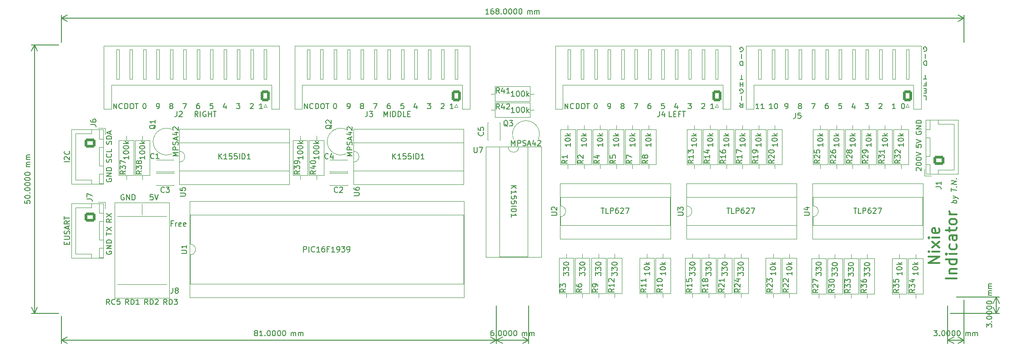
<source format=gbr>
%TF.GenerationSoftware,KiCad,Pcbnew,(7.0.0)*%
%TF.CreationDate,2023-03-22T20:44:46+09:00*%
%TF.ProjectId,NixieIndicator,4e697869-6549-46e6-9469-6361746f722e,rev?*%
%TF.SameCoordinates,Original*%
%TF.FileFunction,Legend,Top*%
%TF.FilePolarity,Positive*%
%FSLAX46Y46*%
G04 Gerber Fmt 4.6, Leading zero omitted, Abs format (unit mm)*
G04 Created by KiCad (PCBNEW (7.0.0)) date 2023-03-22 20:44:46*
%MOMM*%
%LPD*%
G01*
G04 APERTURE LIST*
G04 Aperture macros list*
%AMRoundRect*
0 Rectangle with rounded corners*
0 $1 Rounding radius*
0 $2 $3 $4 $5 $6 $7 $8 $9 X,Y pos of 4 corners*
0 Add a 4 corners polygon primitive as box body*
4,1,4,$2,$3,$4,$5,$6,$7,$8,$9,$2,$3,0*
0 Add four circle primitives for the rounded corners*
1,1,$1+$1,$2,$3*
1,1,$1+$1,$4,$5*
1,1,$1+$1,$6,$7*
1,1,$1+$1,$8,$9*
0 Add four rect primitives between the rounded corners*
20,1,$1+$1,$2,$3,$4,$5,0*
20,1,$1+$1,$4,$5,$6,$7,0*
20,1,$1+$1,$6,$7,$8,$9,0*
20,1,$1+$1,$8,$9,$2,$3,0*%
G04 Aperture macros list end*
%ADD10C,0.150000*%
%ADD11C,0.300000*%
%ADD12C,0.120000*%
%ADD13C,0.100000*%
%ADD14R,1.600000X1.600000*%
%ADD15O,1.600000X1.600000*%
%ADD16R,1.500000X1.050000*%
%ADD17O,1.500000X1.050000*%
%ADD18C,1.600000*%
%ADD19C,3.200000*%
%ADD20RoundRect,0.250000X0.600000X0.725000X-0.600000X0.725000X-0.600000X-0.725000X0.600000X-0.725000X0*%
%ADD21O,1.700000X1.950000*%
%ADD22RoundRect,0.250000X-0.725000X0.600000X-0.725000X-0.600000X0.725000X-0.600000X0.725000X0.600000X0*%
%ADD23O,1.950000X1.700000*%
%ADD24O,1.700000X1.700000*%
%ADD25R,1.700000X1.700000*%
%ADD26RoundRect,0.250000X0.725000X-0.600000X0.725000X0.600000X-0.725000X0.600000X-0.725000X-0.600000X0*%
%ADD27R,1.050000X1.500000*%
%ADD28O,1.050000X1.500000*%
G04 APERTURE END LIST*
D10*
X61166666Y-10882380D02*
X60976190Y-10882380D01*
X60976190Y-10882380D02*
X60880952Y-10930000D01*
X60880952Y-10930000D02*
X60833333Y-10977619D01*
X60833333Y-10977619D02*
X60738095Y-11120476D01*
X60738095Y-11120476D02*
X60690476Y-11310952D01*
X60690476Y-11310952D02*
X60690476Y-11691904D01*
X60690476Y-11691904D02*
X60738095Y-11787142D01*
X60738095Y-11787142D02*
X60785714Y-11834761D01*
X60785714Y-11834761D02*
X60880952Y-11882380D01*
X60880952Y-11882380D02*
X61071428Y-11882380D01*
X61071428Y-11882380D02*
X61166666Y-11834761D01*
X61166666Y-11834761D02*
X61214285Y-11787142D01*
X61214285Y-11787142D02*
X61261904Y-11691904D01*
X61261904Y-11691904D02*
X61261904Y-11453809D01*
X61261904Y-11453809D02*
X61214285Y-11358571D01*
X61214285Y-11358571D02*
X61166666Y-11310952D01*
X61166666Y-11310952D02*
X61071428Y-11263333D01*
X61071428Y-11263333D02*
X60880952Y-11263333D01*
X60880952Y-11263333D02*
X60785714Y-11310952D01*
X60785714Y-11310952D02*
X60738095Y-11358571D01*
X60738095Y-11358571D02*
X60690476Y-11453809D01*
X114666666Y-11215714D02*
X114666666Y-11882380D01*
X114428571Y-10834761D02*
X114190476Y-11549047D01*
X114190476Y-11549047D02*
X114809523Y-11549047D01*
X17785714Y-11882380D02*
X17976190Y-11882380D01*
X17976190Y-11882380D02*
X18071428Y-11834761D01*
X18071428Y-11834761D02*
X18119047Y-11787142D01*
X18119047Y-11787142D02*
X18214285Y-11644285D01*
X18214285Y-11644285D02*
X18261904Y-11453809D01*
X18261904Y-11453809D02*
X18261904Y-11072857D01*
X18261904Y-11072857D02*
X18214285Y-10977619D01*
X18214285Y-10977619D02*
X18166666Y-10930000D01*
X18166666Y-10930000D02*
X18071428Y-10882380D01*
X18071428Y-10882380D02*
X17880952Y-10882380D01*
X17880952Y-10882380D02*
X17785714Y-10930000D01*
X17785714Y-10930000D02*
X17738095Y-10977619D01*
X17738095Y-10977619D02*
X17690476Y-11072857D01*
X17690476Y-11072857D02*
X17690476Y-11310952D01*
X17690476Y-11310952D02*
X17738095Y-11406190D01*
X17738095Y-11406190D02*
X17785714Y-11453809D01*
X17785714Y-11453809D02*
X17880952Y-11501428D01*
X17880952Y-11501428D02*
X18071428Y-11501428D01*
X18071428Y-11501428D02*
X18166666Y-11453809D01*
X18166666Y-11453809D02*
X18214285Y-11406190D01*
X18214285Y-11406190D02*
X18261904Y-11310952D01*
D11*
X163414761Y-40590476D02*
X161414761Y-40590476D01*
X161414761Y-40590476D02*
X163414761Y-39447619D01*
X163414761Y-39447619D02*
X161414761Y-39447619D01*
X163414761Y-38495238D02*
X162081428Y-38495238D01*
X161414761Y-38495238D02*
X161510000Y-38590476D01*
X161510000Y-38590476D02*
X161605238Y-38495238D01*
X161605238Y-38495238D02*
X161510000Y-38400000D01*
X161510000Y-38400000D02*
X161414761Y-38495238D01*
X161414761Y-38495238D02*
X161605238Y-38495238D01*
X163414761Y-37733333D02*
X162081428Y-36685714D01*
X162081428Y-37733333D02*
X163414761Y-36685714D01*
X163414761Y-35923809D02*
X162081428Y-35923809D01*
X161414761Y-35923809D02*
X161510000Y-36019047D01*
X161510000Y-36019047D02*
X161605238Y-35923809D01*
X161605238Y-35923809D02*
X161510000Y-35828571D01*
X161510000Y-35828571D02*
X161414761Y-35923809D01*
X161414761Y-35923809D02*
X161605238Y-35923809D01*
X163319523Y-34209523D02*
X163414761Y-34399999D01*
X163414761Y-34399999D02*
X163414761Y-34780952D01*
X163414761Y-34780952D02*
X163319523Y-34971428D01*
X163319523Y-34971428D02*
X163129047Y-35066666D01*
X163129047Y-35066666D02*
X162367142Y-35066666D01*
X162367142Y-35066666D02*
X162176666Y-34971428D01*
X162176666Y-34971428D02*
X162081428Y-34780952D01*
X162081428Y-34780952D02*
X162081428Y-34399999D01*
X162081428Y-34399999D02*
X162176666Y-34209523D01*
X162176666Y-34209523D02*
X162367142Y-34114285D01*
X162367142Y-34114285D02*
X162557619Y-34114285D01*
X162557619Y-34114285D02*
X162748095Y-35066666D01*
X166654761Y-43542857D02*
X164654761Y-43542857D01*
X165321428Y-42590476D02*
X166654761Y-42590476D01*
X165511904Y-42590476D02*
X165416666Y-42495238D01*
X165416666Y-42495238D02*
X165321428Y-42304762D01*
X165321428Y-42304762D02*
X165321428Y-42019047D01*
X165321428Y-42019047D02*
X165416666Y-41828571D01*
X165416666Y-41828571D02*
X165607142Y-41733333D01*
X165607142Y-41733333D02*
X166654761Y-41733333D01*
X166654761Y-39923809D02*
X164654761Y-39923809D01*
X166559523Y-39923809D02*
X166654761Y-40114285D01*
X166654761Y-40114285D02*
X166654761Y-40495238D01*
X166654761Y-40495238D02*
X166559523Y-40685714D01*
X166559523Y-40685714D02*
X166464285Y-40780952D01*
X166464285Y-40780952D02*
X166273809Y-40876190D01*
X166273809Y-40876190D02*
X165702380Y-40876190D01*
X165702380Y-40876190D02*
X165511904Y-40780952D01*
X165511904Y-40780952D02*
X165416666Y-40685714D01*
X165416666Y-40685714D02*
X165321428Y-40495238D01*
X165321428Y-40495238D02*
X165321428Y-40114285D01*
X165321428Y-40114285D02*
X165416666Y-39923809D01*
X166654761Y-38971428D02*
X165321428Y-38971428D01*
X164654761Y-38971428D02*
X164750000Y-39066666D01*
X164750000Y-39066666D02*
X164845238Y-38971428D01*
X164845238Y-38971428D02*
X164750000Y-38876190D01*
X164750000Y-38876190D02*
X164654761Y-38971428D01*
X164654761Y-38971428D02*
X164845238Y-38971428D01*
X166559523Y-37161904D02*
X166654761Y-37352380D01*
X166654761Y-37352380D02*
X166654761Y-37733333D01*
X166654761Y-37733333D02*
X166559523Y-37923809D01*
X166559523Y-37923809D02*
X166464285Y-38019047D01*
X166464285Y-38019047D02*
X166273809Y-38114285D01*
X166273809Y-38114285D02*
X165702380Y-38114285D01*
X165702380Y-38114285D02*
X165511904Y-38019047D01*
X165511904Y-38019047D02*
X165416666Y-37923809D01*
X165416666Y-37923809D02*
X165321428Y-37733333D01*
X165321428Y-37733333D02*
X165321428Y-37352380D01*
X165321428Y-37352380D02*
X165416666Y-37161904D01*
X166654761Y-35447618D02*
X165607142Y-35447618D01*
X165607142Y-35447618D02*
X165416666Y-35542856D01*
X165416666Y-35542856D02*
X165321428Y-35733332D01*
X165321428Y-35733332D02*
X165321428Y-36114285D01*
X165321428Y-36114285D02*
X165416666Y-36304761D01*
X166559523Y-35447618D02*
X166654761Y-35638094D01*
X166654761Y-35638094D02*
X166654761Y-36114285D01*
X166654761Y-36114285D02*
X166559523Y-36304761D01*
X166559523Y-36304761D02*
X166369047Y-36399999D01*
X166369047Y-36399999D02*
X166178571Y-36399999D01*
X166178571Y-36399999D02*
X165988095Y-36304761D01*
X165988095Y-36304761D02*
X165892857Y-36114285D01*
X165892857Y-36114285D02*
X165892857Y-35638094D01*
X165892857Y-35638094D02*
X165797619Y-35447618D01*
X165321428Y-34780951D02*
X165321428Y-34019047D01*
X164654761Y-34495237D02*
X166369047Y-34495237D01*
X166369047Y-34495237D02*
X166559523Y-34399999D01*
X166559523Y-34399999D02*
X166654761Y-34209523D01*
X166654761Y-34209523D02*
X166654761Y-34019047D01*
X166654761Y-33066666D02*
X166559523Y-33257142D01*
X166559523Y-33257142D02*
X166464285Y-33352380D01*
X166464285Y-33352380D02*
X166273809Y-33447618D01*
X166273809Y-33447618D02*
X165702380Y-33447618D01*
X165702380Y-33447618D02*
X165511904Y-33352380D01*
X165511904Y-33352380D02*
X165416666Y-33257142D01*
X165416666Y-33257142D02*
X165321428Y-33066666D01*
X165321428Y-33066666D02*
X165321428Y-32780951D01*
X165321428Y-32780951D02*
X165416666Y-32590475D01*
X165416666Y-32590475D02*
X165511904Y-32495237D01*
X165511904Y-32495237D02*
X165702380Y-32399999D01*
X165702380Y-32399999D02*
X166273809Y-32399999D01*
X166273809Y-32399999D02*
X166464285Y-32495237D01*
X166464285Y-32495237D02*
X166559523Y-32590475D01*
X166559523Y-32590475D02*
X166654761Y-32780951D01*
X166654761Y-32780951D02*
X166654761Y-33066666D01*
X166654761Y-31542856D02*
X165321428Y-31542856D01*
X165702380Y-31542856D02*
X165511904Y-31447618D01*
X165511904Y-31447618D02*
X165416666Y-31352380D01*
X165416666Y-31352380D02*
X165321428Y-31161904D01*
X165321428Y-31161904D02*
X165321428Y-30971427D01*
D10*
X66166666Y-11215714D02*
X66166666Y-11882380D01*
X65928571Y-10834761D02*
X65690476Y-11549047D01*
X65690476Y-11549047D02*
X66309523Y-11549047D01*
X142666666Y-10882380D02*
X142476190Y-10882380D01*
X142476190Y-10882380D02*
X142380952Y-10930000D01*
X142380952Y-10930000D02*
X142333333Y-10977619D01*
X142333333Y-10977619D02*
X142238095Y-11120476D01*
X142238095Y-11120476D02*
X142190476Y-11310952D01*
X142190476Y-11310952D02*
X142190476Y-11691904D01*
X142190476Y-11691904D02*
X142238095Y-11787142D01*
X142238095Y-11787142D02*
X142285714Y-11834761D01*
X142285714Y-11834761D02*
X142380952Y-11882380D01*
X142380952Y-11882380D02*
X142571428Y-11882380D01*
X142571428Y-11882380D02*
X142666666Y-11834761D01*
X142666666Y-11834761D02*
X142714285Y-11787142D01*
X142714285Y-11787142D02*
X142761904Y-11691904D01*
X142761904Y-11691904D02*
X142761904Y-11453809D01*
X142761904Y-11453809D02*
X142714285Y-11358571D01*
X142714285Y-11358571D02*
X142666666Y-11310952D01*
X142666666Y-11310952D02*
X142571428Y-11263333D01*
X142571428Y-11263333D02*
X142380952Y-11263333D01*
X142380952Y-11263333D02*
X142285714Y-11310952D01*
X142285714Y-11310952D02*
X142238095Y-11358571D01*
X142238095Y-11358571D02*
X142190476Y-11453809D01*
X28214285Y-10882380D02*
X27738095Y-10882380D01*
X27738095Y-10882380D02*
X27690476Y-11358571D01*
X27690476Y-11358571D02*
X27738095Y-11310952D01*
X27738095Y-11310952D02*
X27833333Y-11263333D01*
X27833333Y-11263333D02*
X28071428Y-11263333D01*
X28071428Y-11263333D02*
X28166666Y-11310952D01*
X28166666Y-11310952D02*
X28214285Y-11358571D01*
X28214285Y-11358571D02*
X28261904Y-11453809D01*
X28261904Y-11453809D02*
X28261904Y-11691904D01*
X28261904Y-11691904D02*
X28214285Y-11787142D01*
X28214285Y-11787142D02*
X28166666Y-11834761D01*
X28166666Y-11834761D02*
X28071428Y-11882380D01*
X28071428Y-11882380D02*
X27833333Y-11882380D01*
X27833333Y-11882380D02*
X27738095Y-11834761D01*
X27738095Y-11834761D02*
X27690476Y-11787142D01*
X137380952Y-11310952D02*
X137285714Y-11263333D01*
X137285714Y-11263333D02*
X137238095Y-11215714D01*
X137238095Y-11215714D02*
X137190476Y-11120476D01*
X137190476Y-11120476D02*
X137190476Y-11072857D01*
X137190476Y-11072857D02*
X137238095Y-10977619D01*
X137238095Y-10977619D02*
X137285714Y-10930000D01*
X137285714Y-10930000D02*
X137380952Y-10882380D01*
X137380952Y-10882380D02*
X137571428Y-10882380D01*
X137571428Y-10882380D02*
X137666666Y-10930000D01*
X137666666Y-10930000D02*
X137714285Y-10977619D01*
X137714285Y-10977619D02*
X137761904Y-11072857D01*
X137761904Y-11072857D02*
X137761904Y-11120476D01*
X137761904Y-11120476D02*
X137714285Y-11215714D01*
X137714285Y-11215714D02*
X137666666Y-11263333D01*
X137666666Y-11263333D02*
X137571428Y-11310952D01*
X137571428Y-11310952D02*
X137380952Y-11310952D01*
X137380952Y-11310952D02*
X137285714Y-11358571D01*
X137285714Y-11358571D02*
X137238095Y-11406190D01*
X137238095Y-11406190D02*
X137190476Y-11501428D01*
X137190476Y-11501428D02*
X137190476Y-11691904D01*
X137190476Y-11691904D02*
X137238095Y-11787142D01*
X137238095Y-11787142D02*
X137285714Y-11834761D01*
X137285714Y-11834761D02*
X137380952Y-11882380D01*
X137380952Y-11882380D02*
X137571428Y-11882380D01*
X137571428Y-11882380D02*
X137666666Y-11834761D01*
X137666666Y-11834761D02*
X137714285Y-11787142D01*
X137714285Y-11787142D02*
X137761904Y-11691904D01*
X137761904Y-11691904D02*
X137761904Y-11501428D01*
X137761904Y-11501428D02*
X137714285Y-11406190D01*
X137714285Y-11406190D02*
X137666666Y-11358571D01*
X137666666Y-11358571D02*
X137571428Y-11310952D01*
X132361904Y-11882380D02*
X131790476Y-11882380D01*
X132076190Y-11882380D02*
X132076190Y-10882380D01*
X132076190Y-10882380D02*
X131980952Y-11025238D01*
X131980952Y-11025238D02*
X131885714Y-11120476D01*
X131885714Y-11120476D02*
X131790476Y-11168095D01*
X132980952Y-10882380D02*
X133076190Y-10882380D01*
X133076190Y-10882380D02*
X133171428Y-10930000D01*
X133171428Y-10930000D02*
X133219047Y-10977619D01*
X133219047Y-10977619D02*
X133266666Y-11072857D01*
X133266666Y-11072857D02*
X133314285Y-11263333D01*
X133314285Y-11263333D02*
X133314285Y-11501428D01*
X133314285Y-11501428D02*
X133266666Y-11691904D01*
X133266666Y-11691904D02*
X133219047Y-11787142D01*
X133219047Y-11787142D02*
X133171428Y-11834761D01*
X133171428Y-11834761D02*
X133076190Y-11882380D01*
X133076190Y-11882380D02*
X132980952Y-11882380D01*
X132980952Y-11882380D02*
X132885714Y-11834761D01*
X132885714Y-11834761D02*
X132838095Y-11787142D01*
X132838095Y-11787142D02*
X132790476Y-11691904D01*
X132790476Y-11691904D02*
X132742857Y-11501428D01*
X132742857Y-11501428D02*
X132742857Y-11263333D01*
X132742857Y-11263333D02*
X132790476Y-11072857D01*
X132790476Y-11072857D02*
X132838095Y-10977619D01*
X132838095Y-10977619D02*
X132885714Y-10930000D01*
X132885714Y-10930000D02*
X132980952Y-10882380D01*
X35190476Y-10977619D02*
X35238095Y-10930000D01*
X35238095Y-10930000D02*
X35333333Y-10882380D01*
X35333333Y-10882380D02*
X35571428Y-10882380D01*
X35571428Y-10882380D02*
X35666666Y-10930000D01*
X35666666Y-10930000D02*
X35714285Y-10977619D01*
X35714285Y-10977619D02*
X35761904Y-11072857D01*
X35761904Y-11072857D02*
X35761904Y-11168095D01*
X35761904Y-11168095D02*
X35714285Y-11310952D01*
X35714285Y-11310952D02*
X35142857Y-11882380D01*
X35142857Y-11882380D02*
X35761904Y-11882380D01*
X160490476Y-9442095D02*
X160966666Y-9442095D01*
X160966666Y-9442095D02*
X160966666Y-10242095D01*
X161014285Y-8565142D02*
X160680952Y-8565142D01*
X160538095Y-8146095D02*
X161014285Y-8146095D01*
X161014285Y-8146095D02*
X161014285Y-8946095D01*
X161014285Y-8946095D02*
X160538095Y-8946095D01*
X160657142Y-7269142D02*
X160990475Y-7269142D01*
X160990475Y-6850095D02*
X160990475Y-7650095D01*
X160990475Y-7650095D02*
X160514285Y-7650095D01*
X161085713Y-6354095D02*
X160514285Y-6354095D01*
X160799999Y-5554095D02*
X160799999Y-6354095D01*
X161061904Y-2962095D02*
X161061904Y-3762095D01*
X161061904Y-3762095D02*
X160823809Y-3762095D01*
X160823809Y-3762095D02*
X160680952Y-3724000D01*
X160680952Y-3724000D02*
X160585714Y-3647809D01*
X160585714Y-3647809D02*
X160538095Y-3571619D01*
X160538095Y-3571619D02*
X160490476Y-3419238D01*
X160490476Y-3419238D02*
X160490476Y-3304952D01*
X160490476Y-3304952D02*
X160538095Y-3152571D01*
X160538095Y-3152571D02*
X160585714Y-3076380D01*
X160585714Y-3076380D02*
X160680952Y-3000190D01*
X160680952Y-3000190D02*
X160823809Y-2962095D01*
X160823809Y-2962095D02*
X161061904Y-2962095D01*
X160799999Y-1666095D02*
X160799999Y-2466095D01*
X160538095Y-1132000D02*
X160633333Y-1170095D01*
X160633333Y-1170095D02*
X160776190Y-1170095D01*
X160776190Y-1170095D02*
X160919047Y-1132000D01*
X160919047Y-1132000D02*
X161014285Y-1055809D01*
X161014285Y-1055809D02*
X161061904Y-979619D01*
X161061904Y-979619D02*
X161109523Y-827238D01*
X161109523Y-827238D02*
X161109523Y-712952D01*
X161109523Y-712952D02*
X161061904Y-560571D01*
X161061904Y-560571D02*
X161014285Y-484380D01*
X161014285Y-484380D02*
X160919047Y-408190D01*
X160919047Y-408190D02*
X160776190Y-370095D01*
X160776190Y-370095D02*
X160680952Y-370095D01*
X160680952Y-370095D02*
X160538095Y-408190D01*
X160538095Y-408190D02*
X160490476Y-446285D01*
X160490476Y-446285D02*
X160490476Y-712952D01*
X160490476Y-712952D02*
X160680952Y-712952D01*
X99428571Y-10882380D02*
X99523809Y-10882380D01*
X99523809Y-10882380D02*
X99619047Y-10930000D01*
X99619047Y-10930000D02*
X99666666Y-10977619D01*
X99666666Y-10977619D02*
X99714285Y-11072857D01*
X99714285Y-11072857D02*
X99761904Y-11263333D01*
X99761904Y-11263333D02*
X99761904Y-11501428D01*
X99761904Y-11501428D02*
X99714285Y-11691904D01*
X99714285Y-11691904D02*
X99666666Y-11787142D01*
X99666666Y-11787142D02*
X99619047Y-11834761D01*
X99619047Y-11834761D02*
X99523809Y-11882380D01*
X99523809Y-11882380D02*
X99428571Y-11882380D01*
X99428571Y-11882380D02*
X99333333Y-11834761D01*
X99333333Y-11834761D02*
X99285714Y-11787142D01*
X99285714Y-11787142D02*
X99238095Y-11691904D01*
X99238095Y-11691904D02*
X99190476Y-11501428D01*
X99190476Y-11501428D02*
X99190476Y-11263333D01*
X99190476Y-11263333D02*
X99238095Y-11072857D01*
X99238095Y-11072857D02*
X99285714Y-10977619D01*
X99285714Y-10977619D02*
X99333333Y-10930000D01*
X99333333Y-10930000D02*
X99428571Y-10882380D01*
X139642857Y-10882380D02*
X140309523Y-10882380D01*
X140309523Y-10882380D02*
X139880952Y-11882380D01*
X9738095Y-11882380D02*
X9738095Y-10882380D01*
X9738095Y-10882380D02*
X10309523Y-11882380D01*
X10309523Y-11882380D02*
X10309523Y-10882380D01*
X11357142Y-11787142D02*
X11309523Y-11834761D01*
X11309523Y-11834761D02*
X11166666Y-11882380D01*
X11166666Y-11882380D02*
X11071428Y-11882380D01*
X11071428Y-11882380D02*
X10928571Y-11834761D01*
X10928571Y-11834761D02*
X10833333Y-11739523D01*
X10833333Y-11739523D02*
X10785714Y-11644285D01*
X10785714Y-11644285D02*
X10738095Y-11453809D01*
X10738095Y-11453809D02*
X10738095Y-11310952D01*
X10738095Y-11310952D02*
X10785714Y-11120476D01*
X10785714Y-11120476D02*
X10833333Y-11025238D01*
X10833333Y-11025238D02*
X10928571Y-10930000D01*
X10928571Y-10930000D02*
X11071428Y-10882380D01*
X11071428Y-10882380D02*
X11166666Y-10882380D01*
X11166666Y-10882380D02*
X11309523Y-10930000D01*
X11309523Y-10930000D02*
X11357142Y-10977619D01*
X156628571Y-10882380D02*
X156723809Y-10882380D01*
X156723809Y-10882380D02*
X156819047Y-10930000D01*
X156819047Y-10930000D02*
X156866666Y-10977619D01*
X156866666Y-10977619D02*
X156914285Y-11072857D01*
X156914285Y-11072857D02*
X156961904Y-11263333D01*
X156961904Y-11263333D02*
X156961904Y-11501428D01*
X156961904Y-11501428D02*
X156914285Y-11691904D01*
X156914285Y-11691904D02*
X156866666Y-11787142D01*
X156866666Y-11787142D02*
X156819047Y-11834761D01*
X156819047Y-11834761D02*
X156723809Y-11882380D01*
X156723809Y-11882380D02*
X156628571Y-11882380D01*
X156628571Y-11882380D02*
X156533333Y-11834761D01*
X156533333Y-11834761D02*
X156485714Y-11787142D01*
X156485714Y-11787142D02*
X156438095Y-11691904D01*
X156438095Y-11691904D02*
X156390476Y-11501428D01*
X156390476Y-11501428D02*
X156390476Y-11263333D01*
X156390476Y-11263333D02*
X156438095Y-11072857D01*
X156438095Y-11072857D02*
X156485714Y-10977619D01*
X156485714Y-10977619D02*
X156533333Y-10930000D01*
X156533333Y-10930000D02*
X156628571Y-10882380D01*
X22642857Y-10882380D02*
X23309523Y-10882380D01*
X23309523Y-10882380D02*
X22880952Y-11882380D01*
X8430000Y-24938095D02*
X8382380Y-25033333D01*
X8382380Y-25033333D02*
X8382380Y-25176190D01*
X8382380Y-25176190D02*
X8430000Y-25319047D01*
X8430000Y-25319047D02*
X8525238Y-25414285D01*
X8525238Y-25414285D02*
X8620476Y-25461904D01*
X8620476Y-25461904D02*
X8810952Y-25509523D01*
X8810952Y-25509523D02*
X8953809Y-25509523D01*
X8953809Y-25509523D02*
X9144285Y-25461904D01*
X9144285Y-25461904D02*
X9239523Y-25414285D01*
X9239523Y-25414285D02*
X9334761Y-25319047D01*
X9334761Y-25319047D02*
X9382380Y-25176190D01*
X9382380Y-25176190D02*
X9382380Y-25080952D01*
X9382380Y-25080952D02*
X9334761Y-24938095D01*
X9334761Y-24938095D02*
X9287142Y-24890476D01*
X9287142Y-24890476D02*
X8953809Y-24890476D01*
X8953809Y-24890476D02*
X8953809Y-25080952D01*
X9382380Y-24461904D02*
X8382380Y-24461904D01*
X8382380Y-24461904D02*
X9382380Y-23890476D01*
X9382380Y-23890476D02*
X8382380Y-23890476D01*
X9382380Y-23414285D02*
X8382380Y-23414285D01*
X8382380Y-23414285D02*
X8382380Y-23176190D01*
X8382380Y-23176190D02*
X8430000Y-23033333D01*
X8430000Y-23033333D02*
X8525238Y-22938095D01*
X8525238Y-22938095D02*
X8620476Y-22890476D01*
X8620476Y-22890476D02*
X8810952Y-22842857D01*
X8810952Y-22842857D02*
X8953809Y-22842857D01*
X8953809Y-22842857D02*
X9144285Y-22890476D01*
X9144285Y-22890476D02*
X9239523Y-22938095D01*
X9239523Y-22938095D02*
X9334761Y-23033333D01*
X9334761Y-23033333D02*
X9382380Y-23176190D01*
X9382380Y-23176190D02*
X9382380Y-23414285D01*
X9334761Y-21861904D02*
X9382380Y-21719047D01*
X9382380Y-21719047D02*
X9382380Y-21480952D01*
X9382380Y-21480952D02*
X9334761Y-21385714D01*
X9334761Y-21385714D02*
X9287142Y-21338095D01*
X9287142Y-21338095D02*
X9191904Y-21290476D01*
X9191904Y-21290476D02*
X9096666Y-21290476D01*
X9096666Y-21290476D02*
X9001428Y-21338095D01*
X9001428Y-21338095D02*
X8953809Y-21385714D01*
X8953809Y-21385714D02*
X8906190Y-21480952D01*
X8906190Y-21480952D02*
X8858571Y-21671428D01*
X8858571Y-21671428D02*
X8810952Y-21766666D01*
X8810952Y-21766666D02*
X8763333Y-21814285D01*
X8763333Y-21814285D02*
X8668095Y-21861904D01*
X8668095Y-21861904D02*
X8572857Y-21861904D01*
X8572857Y-21861904D02*
X8477619Y-21814285D01*
X8477619Y-21814285D02*
X8430000Y-21766666D01*
X8430000Y-21766666D02*
X8382380Y-21671428D01*
X8382380Y-21671428D02*
X8382380Y-21433333D01*
X8382380Y-21433333D02*
X8430000Y-21290476D01*
X9287142Y-20290476D02*
X9334761Y-20338095D01*
X9334761Y-20338095D02*
X9382380Y-20480952D01*
X9382380Y-20480952D02*
X9382380Y-20576190D01*
X9382380Y-20576190D02*
X9334761Y-20719047D01*
X9334761Y-20719047D02*
X9239523Y-20814285D01*
X9239523Y-20814285D02*
X9144285Y-20861904D01*
X9144285Y-20861904D02*
X8953809Y-20909523D01*
X8953809Y-20909523D02*
X8810952Y-20909523D01*
X8810952Y-20909523D02*
X8620476Y-20861904D01*
X8620476Y-20861904D02*
X8525238Y-20814285D01*
X8525238Y-20814285D02*
X8430000Y-20719047D01*
X8430000Y-20719047D02*
X8382380Y-20576190D01*
X8382380Y-20576190D02*
X8382380Y-20480952D01*
X8382380Y-20480952D02*
X8430000Y-20338095D01*
X8430000Y-20338095D02*
X8477619Y-20290476D01*
X9382380Y-19385714D02*
X9382380Y-19861904D01*
X9382380Y-19861904D02*
X8382380Y-19861904D01*
X9334761Y-18499999D02*
X9382380Y-18357142D01*
X9382380Y-18357142D02*
X9382380Y-18119047D01*
X9382380Y-18119047D02*
X9334761Y-18023809D01*
X9334761Y-18023809D02*
X9287142Y-17976190D01*
X9287142Y-17976190D02*
X9191904Y-17928571D01*
X9191904Y-17928571D02*
X9096666Y-17928571D01*
X9096666Y-17928571D02*
X9001428Y-17976190D01*
X9001428Y-17976190D02*
X8953809Y-18023809D01*
X8953809Y-18023809D02*
X8906190Y-18119047D01*
X8906190Y-18119047D02*
X8858571Y-18309523D01*
X8858571Y-18309523D02*
X8810952Y-18404761D01*
X8810952Y-18404761D02*
X8763333Y-18452380D01*
X8763333Y-18452380D02*
X8668095Y-18499999D01*
X8668095Y-18499999D02*
X8572857Y-18499999D01*
X8572857Y-18499999D02*
X8477619Y-18452380D01*
X8477619Y-18452380D02*
X8430000Y-18404761D01*
X8430000Y-18404761D02*
X8382380Y-18309523D01*
X8382380Y-18309523D02*
X8382380Y-18071428D01*
X8382380Y-18071428D02*
X8430000Y-17928571D01*
X9382380Y-17499999D02*
X8382380Y-17499999D01*
X8382380Y-17499999D02*
X8382380Y-17261904D01*
X8382380Y-17261904D02*
X8430000Y-17119047D01*
X8430000Y-17119047D02*
X8525238Y-17023809D01*
X8525238Y-17023809D02*
X8620476Y-16976190D01*
X8620476Y-16976190D02*
X8810952Y-16928571D01*
X8810952Y-16928571D02*
X8953809Y-16928571D01*
X8953809Y-16928571D02*
X9144285Y-16976190D01*
X9144285Y-16976190D02*
X9239523Y-17023809D01*
X9239523Y-17023809D02*
X9334761Y-17119047D01*
X9334761Y-17119047D02*
X9382380Y-17261904D01*
X9382380Y-17261904D02*
X9382380Y-17499999D01*
X9096666Y-16547618D02*
X9096666Y-16071428D01*
X9382380Y-16642856D02*
X8382380Y-16309523D01*
X8382380Y-16309523D02*
X9382380Y-15976190D01*
X112214285Y-10882380D02*
X111738095Y-10882380D01*
X111738095Y-10882380D02*
X111690476Y-11358571D01*
X111690476Y-11358571D02*
X111738095Y-11310952D01*
X111738095Y-11310952D02*
X111833333Y-11263333D01*
X111833333Y-11263333D02*
X112071428Y-11263333D01*
X112071428Y-11263333D02*
X112166666Y-11310952D01*
X112166666Y-11310952D02*
X112214285Y-11358571D01*
X112214285Y-11358571D02*
X112261904Y-11453809D01*
X112261904Y-11453809D02*
X112261904Y-11691904D01*
X112261904Y-11691904D02*
X112214285Y-11787142D01*
X112214285Y-11787142D02*
X112166666Y-11834761D01*
X112166666Y-11834761D02*
X112071428Y-11882380D01*
X112071428Y-11882380D02*
X111833333Y-11882380D01*
X111833333Y-11882380D02*
X111738095Y-11834761D01*
X111738095Y-11834761D02*
X111690476Y-11787142D01*
X45238095Y-11882380D02*
X45238095Y-10882380D01*
X45238095Y-10882380D02*
X45809523Y-11882380D01*
X45809523Y-11882380D02*
X45809523Y-10882380D01*
X46857142Y-11787142D02*
X46809523Y-11834761D01*
X46809523Y-11834761D02*
X46666666Y-11882380D01*
X46666666Y-11882380D02*
X46571428Y-11882380D01*
X46571428Y-11882380D02*
X46428571Y-11834761D01*
X46428571Y-11834761D02*
X46333333Y-11739523D01*
X46333333Y-11739523D02*
X46285714Y-11644285D01*
X46285714Y-11644285D02*
X46238095Y-11453809D01*
X46238095Y-11453809D02*
X46238095Y-11310952D01*
X46238095Y-11310952D02*
X46285714Y-11120476D01*
X46285714Y-11120476D02*
X46333333Y-11025238D01*
X46333333Y-11025238D02*
X46428571Y-10930000D01*
X46428571Y-10930000D02*
X46571428Y-10882380D01*
X46571428Y-10882380D02*
X46666666Y-10882380D01*
X46666666Y-10882380D02*
X46809523Y-10930000D01*
X46809523Y-10930000D02*
X46857142Y-10977619D01*
X166667380Y-29452380D02*
X165667380Y-29327380D01*
X166048333Y-29374999D02*
X166000714Y-29273808D01*
X166000714Y-29273808D02*
X166000714Y-29083332D01*
X166000714Y-29083332D02*
X166048333Y-28994047D01*
X166048333Y-28994047D02*
X166095952Y-28952380D01*
X166095952Y-28952380D02*
X166191190Y-28916666D01*
X166191190Y-28916666D02*
X166476904Y-28952380D01*
X166476904Y-28952380D02*
X166572142Y-29011904D01*
X166572142Y-29011904D02*
X166619761Y-29065475D01*
X166619761Y-29065475D02*
X166667380Y-29166666D01*
X166667380Y-29166666D02*
X166667380Y-29357142D01*
X166667380Y-29357142D02*
X166619761Y-29446428D01*
X166000714Y-28559523D02*
X166667380Y-28404761D01*
X166000714Y-28083332D02*
X166667380Y-28404761D01*
X166667380Y-28404761D02*
X166905476Y-28529761D01*
X166905476Y-28529761D02*
X166953095Y-28583332D01*
X166953095Y-28583332D02*
X167000714Y-28684523D01*
X165667380Y-27239285D02*
X165667380Y-26667856D01*
X166667380Y-27078571D02*
X165667380Y-26953571D01*
X166572142Y-26447618D02*
X166619761Y-26405951D01*
X166619761Y-26405951D02*
X166667380Y-26459523D01*
X166667380Y-26459523D02*
X166619761Y-26501190D01*
X166619761Y-26501190D02*
X166572142Y-26447618D01*
X166572142Y-26447618D02*
X166667380Y-26459523D01*
X166667380Y-25983333D02*
X165667380Y-25858333D01*
X165667380Y-25858333D02*
X166667380Y-25411904D01*
X166667380Y-25411904D02*
X165667380Y-25286904D01*
X166572142Y-24923809D02*
X166619761Y-24882142D01*
X166619761Y-24882142D02*
X166667380Y-24935714D01*
X166667380Y-24935714D02*
X166619761Y-24977381D01*
X166619761Y-24977381D02*
X166572142Y-24923809D01*
X166572142Y-24923809D02*
X166667380Y-24935714D01*
X8430000Y-38438095D02*
X8382380Y-38533333D01*
X8382380Y-38533333D02*
X8382380Y-38676190D01*
X8382380Y-38676190D02*
X8430000Y-38819047D01*
X8430000Y-38819047D02*
X8525238Y-38914285D01*
X8525238Y-38914285D02*
X8620476Y-38961904D01*
X8620476Y-38961904D02*
X8810952Y-39009523D01*
X8810952Y-39009523D02*
X8953809Y-39009523D01*
X8953809Y-39009523D02*
X9144285Y-38961904D01*
X9144285Y-38961904D02*
X9239523Y-38914285D01*
X9239523Y-38914285D02*
X9334761Y-38819047D01*
X9334761Y-38819047D02*
X9382380Y-38676190D01*
X9382380Y-38676190D02*
X9382380Y-38580952D01*
X9382380Y-38580952D02*
X9334761Y-38438095D01*
X9334761Y-38438095D02*
X9287142Y-38390476D01*
X9287142Y-38390476D02*
X8953809Y-38390476D01*
X8953809Y-38390476D02*
X8953809Y-38580952D01*
X9382380Y-37961904D02*
X8382380Y-37961904D01*
X8382380Y-37961904D02*
X9382380Y-37390476D01*
X9382380Y-37390476D02*
X8382380Y-37390476D01*
X9382380Y-36914285D02*
X8382380Y-36914285D01*
X8382380Y-36914285D02*
X8382380Y-36676190D01*
X8382380Y-36676190D02*
X8430000Y-36533333D01*
X8430000Y-36533333D02*
X8525238Y-36438095D01*
X8525238Y-36438095D02*
X8620476Y-36390476D01*
X8620476Y-36390476D02*
X8810952Y-36342857D01*
X8810952Y-36342857D02*
X8953809Y-36342857D01*
X8953809Y-36342857D02*
X9144285Y-36390476D01*
X9144285Y-36390476D02*
X9239523Y-36438095D01*
X9239523Y-36438095D02*
X9334761Y-36533333D01*
X9334761Y-36533333D02*
X9382380Y-36676190D01*
X9382380Y-36676190D02*
X9382380Y-36914285D01*
X8382380Y-35457142D02*
X8382380Y-34885714D01*
X9382380Y-35171428D02*
X8382380Y-35171428D01*
X8382380Y-34647618D02*
X9382380Y-33980952D01*
X8382380Y-33980952D02*
X9382380Y-34647618D01*
X9382380Y-32428571D02*
X8906190Y-32761904D01*
X9382380Y-32999999D02*
X8382380Y-32999999D01*
X8382380Y-32999999D02*
X8382380Y-32619047D01*
X8382380Y-32619047D02*
X8430000Y-32523809D01*
X8430000Y-32523809D02*
X8477619Y-32476190D01*
X8477619Y-32476190D02*
X8572857Y-32428571D01*
X8572857Y-32428571D02*
X8715714Y-32428571D01*
X8715714Y-32428571D02*
X8810952Y-32476190D01*
X8810952Y-32476190D02*
X8858571Y-32523809D01*
X8858571Y-32523809D02*
X8906190Y-32619047D01*
X8906190Y-32619047D02*
X8906190Y-32999999D01*
X8382380Y-32095237D02*
X9382380Y-31428571D01*
X8382380Y-31428571D02*
X9382380Y-32095237D01*
X70690476Y-10977619D02*
X70738095Y-10930000D01*
X70738095Y-10930000D02*
X70833333Y-10882380D01*
X70833333Y-10882380D02*
X71071428Y-10882380D01*
X71071428Y-10882380D02*
X71166666Y-10930000D01*
X71166666Y-10930000D02*
X71214285Y-10977619D01*
X71214285Y-10977619D02*
X71261904Y-11072857D01*
X71261904Y-11072857D02*
X71261904Y-11168095D01*
X71261904Y-11168095D02*
X71214285Y-11310952D01*
X71214285Y-11310952D02*
X70642857Y-11882380D01*
X70642857Y-11882380D02*
X71261904Y-11882380D01*
X32642857Y-10882380D02*
X33261904Y-10882380D01*
X33261904Y-10882380D02*
X32928571Y-11263333D01*
X32928571Y-11263333D02*
X33071428Y-11263333D01*
X33071428Y-11263333D02*
X33166666Y-11310952D01*
X33166666Y-11310952D02*
X33214285Y-11358571D01*
X33214285Y-11358571D02*
X33261904Y-11453809D01*
X33261904Y-11453809D02*
X33261904Y-11691904D01*
X33261904Y-11691904D02*
X33214285Y-11787142D01*
X33214285Y-11787142D02*
X33166666Y-11834761D01*
X33166666Y-11834761D02*
X33071428Y-11882380D01*
X33071428Y-11882380D02*
X32785714Y-11882380D01*
X32785714Y-11882380D02*
X32690476Y-11834761D01*
X32690476Y-11834761D02*
X32642857Y-11787142D01*
X30666666Y-11215714D02*
X30666666Y-11882380D01*
X30428571Y-10834761D02*
X30190476Y-11549047D01*
X30190476Y-11549047D02*
X30809523Y-11549047D01*
X116642857Y-10882380D02*
X117261904Y-10882380D01*
X117261904Y-10882380D02*
X116928571Y-11263333D01*
X116928571Y-11263333D02*
X117071428Y-11263333D01*
X117071428Y-11263333D02*
X117166666Y-11310952D01*
X117166666Y-11310952D02*
X117214285Y-11358571D01*
X117214285Y-11358571D02*
X117261904Y-11453809D01*
X117261904Y-11453809D02*
X117261904Y-11691904D01*
X117261904Y-11691904D02*
X117214285Y-11787142D01*
X117214285Y-11787142D02*
X117166666Y-11834761D01*
X117166666Y-11834761D02*
X117071428Y-11882380D01*
X117071428Y-11882380D02*
X116785714Y-11882380D01*
X116785714Y-11882380D02*
X116690476Y-11834761D01*
X116690476Y-11834761D02*
X116642857Y-11787142D01*
X9004761Y-48367380D02*
X8671428Y-47891190D01*
X8433333Y-48367380D02*
X8433333Y-47367380D01*
X8433333Y-47367380D02*
X8814285Y-47367380D01*
X8814285Y-47367380D02*
X8909523Y-47415000D01*
X8909523Y-47415000D02*
X8957142Y-47462619D01*
X8957142Y-47462619D02*
X9004761Y-47557857D01*
X9004761Y-47557857D02*
X9004761Y-47700714D01*
X9004761Y-47700714D02*
X8957142Y-47795952D01*
X8957142Y-47795952D02*
X8909523Y-47843571D01*
X8909523Y-47843571D02*
X8814285Y-47891190D01*
X8814285Y-47891190D02*
X8433333Y-47891190D01*
X10004761Y-48272142D02*
X9957142Y-48319761D01*
X9957142Y-48319761D02*
X9814285Y-48367380D01*
X9814285Y-48367380D02*
X9719047Y-48367380D01*
X9719047Y-48367380D02*
X9576190Y-48319761D01*
X9576190Y-48319761D02*
X9480952Y-48224523D01*
X9480952Y-48224523D02*
X9433333Y-48129285D01*
X9433333Y-48129285D02*
X9385714Y-47938809D01*
X9385714Y-47938809D02*
X9385714Y-47795952D01*
X9385714Y-47795952D02*
X9433333Y-47605476D01*
X9433333Y-47605476D02*
X9480952Y-47510238D01*
X9480952Y-47510238D02*
X9576190Y-47415000D01*
X9576190Y-47415000D02*
X9719047Y-47367380D01*
X9719047Y-47367380D02*
X9814285Y-47367380D01*
X9814285Y-47367380D02*
X9957142Y-47415000D01*
X9957142Y-47415000D02*
X10004761Y-47462619D01*
X10909523Y-47367380D02*
X10433333Y-47367380D01*
X10433333Y-47367380D02*
X10385714Y-47843571D01*
X10385714Y-47843571D02*
X10433333Y-47795952D01*
X10433333Y-47795952D02*
X10528571Y-47748333D01*
X10528571Y-47748333D02*
X10766666Y-47748333D01*
X10766666Y-47748333D02*
X10861904Y-47795952D01*
X10861904Y-47795952D02*
X10909523Y-47843571D01*
X10909523Y-47843571D02*
X10957142Y-47938809D01*
X10957142Y-47938809D02*
X10957142Y-48176904D01*
X10957142Y-48176904D02*
X10909523Y-48272142D01*
X10909523Y-48272142D02*
X10861904Y-48319761D01*
X10861904Y-48319761D02*
X10766666Y-48367380D01*
X10766666Y-48367380D02*
X10528571Y-48367380D01*
X10528571Y-48367380D02*
X10433333Y-48319761D01*
X10433333Y-48319761D02*
X10385714Y-48272142D01*
X12557142Y-48367380D02*
X12223809Y-47891190D01*
X11985714Y-48367380D02*
X11985714Y-47367380D01*
X11985714Y-47367380D02*
X12366666Y-47367380D01*
X12366666Y-47367380D02*
X12461904Y-47415000D01*
X12461904Y-47415000D02*
X12509523Y-47462619D01*
X12509523Y-47462619D02*
X12557142Y-47557857D01*
X12557142Y-47557857D02*
X12557142Y-47700714D01*
X12557142Y-47700714D02*
X12509523Y-47795952D01*
X12509523Y-47795952D02*
X12461904Y-47843571D01*
X12461904Y-47843571D02*
X12366666Y-47891190D01*
X12366666Y-47891190D02*
X11985714Y-47891190D01*
X12985714Y-48367380D02*
X12985714Y-47367380D01*
X12985714Y-47367380D02*
X13223809Y-47367380D01*
X13223809Y-47367380D02*
X13366666Y-47415000D01*
X13366666Y-47415000D02*
X13461904Y-47510238D01*
X13461904Y-47510238D02*
X13509523Y-47605476D01*
X13509523Y-47605476D02*
X13557142Y-47795952D01*
X13557142Y-47795952D02*
X13557142Y-47938809D01*
X13557142Y-47938809D02*
X13509523Y-48129285D01*
X13509523Y-48129285D02*
X13461904Y-48224523D01*
X13461904Y-48224523D02*
X13366666Y-48319761D01*
X13366666Y-48319761D02*
X13223809Y-48367380D01*
X13223809Y-48367380D02*
X12985714Y-48367380D01*
X14509523Y-48367380D02*
X13938095Y-48367380D01*
X14223809Y-48367380D02*
X14223809Y-47367380D01*
X14223809Y-47367380D02*
X14128571Y-47510238D01*
X14128571Y-47510238D02*
X14033333Y-47605476D01*
X14033333Y-47605476D02*
X13938095Y-47653095D01*
X16109523Y-48367380D02*
X15776190Y-47891190D01*
X15538095Y-48367380D02*
X15538095Y-47367380D01*
X15538095Y-47367380D02*
X15919047Y-47367380D01*
X15919047Y-47367380D02*
X16014285Y-47415000D01*
X16014285Y-47415000D02*
X16061904Y-47462619D01*
X16061904Y-47462619D02*
X16109523Y-47557857D01*
X16109523Y-47557857D02*
X16109523Y-47700714D01*
X16109523Y-47700714D02*
X16061904Y-47795952D01*
X16061904Y-47795952D02*
X16014285Y-47843571D01*
X16014285Y-47843571D02*
X15919047Y-47891190D01*
X15919047Y-47891190D02*
X15538095Y-47891190D01*
X16538095Y-48367380D02*
X16538095Y-47367380D01*
X16538095Y-47367380D02*
X16776190Y-47367380D01*
X16776190Y-47367380D02*
X16919047Y-47415000D01*
X16919047Y-47415000D02*
X17014285Y-47510238D01*
X17014285Y-47510238D02*
X17061904Y-47605476D01*
X17061904Y-47605476D02*
X17109523Y-47795952D01*
X17109523Y-47795952D02*
X17109523Y-47938809D01*
X17109523Y-47938809D02*
X17061904Y-48129285D01*
X17061904Y-48129285D02*
X17014285Y-48224523D01*
X17014285Y-48224523D02*
X16919047Y-48319761D01*
X16919047Y-48319761D02*
X16776190Y-48367380D01*
X16776190Y-48367380D02*
X16538095Y-48367380D01*
X17490476Y-47462619D02*
X17538095Y-47415000D01*
X17538095Y-47415000D02*
X17633333Y-47367380D01*
X17633333Y-47367380D02*
X17871428Y-47367380D01*
X17871428Y-47367380D02*
X17966666Y-47415000D01*
X17966666Y-47415000D02*
X18014285Y-47462619D01*
X18014285Y-47462619D02*
X18061904Y-47557857D01*
X18061904Y-47557857D02*
X18061904Y-47653095D01*
X18061904Y-47653095D02*
X18014285Y-47795952D01*
X18014285Y-47795952D02*
X17442857Y-48367380D01*
X17442857Y-48367380D02*
X18061904Y-48367380D01*
X19661904Y-48367380D02*
X19328571Y-47891190D01*
X19090476Y-48367380D02*
X19090476Y-47367380D01*
X19090476Y-47367380D02*
X19471428Y-47367380D01*
X19471428Y-47367380D02*
X19566666Y-47415000D01*
X19566666Y-47415000D02*
X19614285Y-47462619D01*
X19614285Y-47462619D02*
X19661904Y-47557857D01*
X19661904Y-47557857D02*
X19661904Y-47700714D01*
X19661904Y-47700714D02*
X19614285Y-47795952D01*
X19614285Y-47795952D02*
X19566666Y-47843571D01*
X19566666Y-47843571D02*
X19471428Y-47891190D01*
X19471428Y-47891190D02*
X19090476Y-47891190D01*
X20090476Y-48367380D02*
X20090476Y-47367380D01*
X20090476Y-47367380D02*
X20328571Y-47367380D01*
X20328571Y-47367380D02*
X20471428Y-47415000D01*
X20471428Y-47415000D02*
X20566666Y-47510238D01*
X20566666Y-47510238D02*
X20614285Y-47605476D01*
X20614285Y-47605476D02*
X20661904Y-47795952D01*
X20661904Y-47795952D02*
X20661904Y-47938809D01*
X20661904Y-47938809D02*
X20614285Y-48129285D01*
X20614285Y-48129285D02*
X20566666Y-48224523D01*
X20566666Y-48224523D02*
X20471428Y-48319761D01*
X20471428Y-48319761D02*
X20328571Y-48367380D01*
X20328571Y-48367380D02*
X20090476Y-48367380D01*
X20995238Y-47367380D02*
X21614285Y-47367380D01*
X21614285Y-47367380D02*
X21280952Y-47748333D01*
X21280952Y-47748333D02*
X21423809Y-47748333D01*
X21423809Y-47748333D02*
X21519047Y-47795952D01*
X21519047Y-47795952D02*
X21566666Y-47843571D01*
X21566666Y-47843571D02*
X21614285Y-47938809D01*
X21614285Y-47938809D02*
X21614285Y-48176904D01*
X21614285Y-48176904D02*
X21566666Y-48272142D01*
X21566666Y-48272142D02*
X21519047Y-48319761D01*
X21519047Y-48319761D02*
X21423809Y-48367380D01*
X21423809Y-48367380D02*
X21138095Y-48367380D01*
X21138095Y-48367380D02*
X21042857Y-48319761D01*
X21042857Y-48319761D02*
X20995238Y-48272142D01*
X95838095Y-11882380D02*
X95838095Y-10882380D01*
X95838095Y-10882380D02*
X96076190Y-10882380D01*
X96076190Y-10882380D02*
X96219047Y-10930000D01*
X96219047Y-10930000D02*
X96314285Y-11025238D01*
X96314285Y-11025238D02*
X96361904Y-11120476D01*
X96361904Y-11120476D02*
X96409523Y-11310952D01*
X96409523Y-11310952D02*
X96409523Y-11453809D01*
X96409523Y-11453809D02*
X96361904Y-11644285D01*
X96361904Y-11644285D02*
X96314285Y-11739523D01*
X96314285Y-11739523D02*
X96219047Y-11834761D01*
X96219047Y-11834761D02*
X96076190Y-11882380D01*
X96076190Y-11882380D02*
X95838095Y-11882380D01*
X97028571Y-10882380D02*
X97219047Y-10882380D01*
X97219047Y-10882380D02*
X97314285Y-10930000D01*
X97314285Y-10930000D02*
X97409523Y-11025238D01*
X97409523Y-11025238D02*
X97457142Y-11215714D01*
X97457142Y-11215714D02*
X97457142Y-11549047D01*
X97457142Y-11549047D02*
X97409523Y-11739523D01*
X97409523Y-11739523D02*
X97314285Y-11834761D01*
X97314285Y-11834761D02*
X97219047Y-11882380D01*
X97219047Y-11882380D02*
X97028571Y-11882380D01*
X97028571Y-11882380D02*
X96933333Y-11834761D01*
X96933333Y-11834761D02*
X96838095Y-11739523D01*
X96838095Y-11739523D02*
X96790476Y-11549047D01*
X96790476Y-11549047D02*
X96790476Y-11215714D01*
X96790476Y-11215714D02*
X96838095Y-11025238D01*
X96838095Y-11025238D02*
X96933333Y-10930000D01*
X96933333Y-10930000D02*
X97028571Y-10882380D01*
X97742857Y-10882380D02*
X98314285Y-10882380D01*
X98028571Y-11882380D02*
X98028571Y-10882380D01*
X126290476Y-10790095D02*
X126623809Y-11171047D01*
X126861904Y-10790095D02*
X126861904Y-11590095D01*
X126861904Y-11590095D02*
X126480952Y-11590095D01*
X126480952Y-11590095D02*
X126385714Y-11552000D01*
X126385714Y-11552000D02*
X126338095Y-11513904D01*
X126338095Y-11513904D02*
X126290476Y-11437714D01*
X126290476Y-11437714D02*
X126290476Y-11323428D01*
X126290476Y-11323428D02*
X126338095Y-11247238D01*
X126338095Y-11247238D02*
X126385714Y-11209142D01*
X126385714Y-11209142D02*
X126480952Y-11171047D01*
X126480952Y-11171047D02*
X126861904Y-11171047D01*
X126599999Y-9494095D02*
X126599999Y-10294095D01*
X126338095Y-8960000D02*
X126433333Y-8998095D01*
X126433333Y-8998095D02*
X126576190Y-8998095D01*
X126576190Y-8998095D02*
X126719047Y-8960000D01*
X126719047Y-8960000D02*
X126814285Y-8883809D01*
X126814285Y-8883809D02*
X126861904Y-8807619D01*
X126861904Y-8807619D02*
X126909523Y-8655238D01*
X126909523Y-8655238D02*
X126909523Y-8540952D01*
X126909523Y-8540952D02*
X126861904Y-8388571D01*
X126861904Y-8388571D02*
X126814285Y-8312380D01*
X126814285Y-8312380D02*
X126719047Y-8236190D01*
X126719047Y-8236190D02*
X126576190Y-8198095D01*
X126576190Y-8198095D02*
X126480952Y-8198095D01*
X126480952Y-8198095D02*
X126338095Y-8236190D01*
X126338095Y-8236190D02*
X126290476Y-8274285D01*
X126290476Y-8274285D02*
X126290476Y-8540952D01*
X126290476Y-8540952D02*
X126480952Y-8540952D01*
X126885713Y-6902095D02*
X126885713Y-7702095D01*
X126885713Y-7321142D02*
X126314285Y-7321142D01*
X126314285Y-6902095D02*
X126314285Y-7702095D01*
X126885713Y-6406095D02*
X126314285Y-6406095D01*
X126599999Y-5606095D02*
X126599999Y-6406095D01*
X126861904Y-3014095D02*
X126861904Y-3814095D01*
X126861904Y-3814095D02*
X126623809Y-3814095D01*
X126623809Y-3814095D02*
X126480952Y-3776000D01*
X126480952Y-3776000D02*
X126385714Y-3699809D01*
X126385714Y-3699809D02*
X126338095Y-3623619D01*
X126338095Y-3623619D02*
X126290476Y-3471238D01*
X126290476Y-3471238D02*
X126290476Y-3356952D01*
X126290476Y-3356952D02*
X126338095Y-3204571D01*
X126338095Y-3204571D02*
X126385714Y-3128380D01*
X126385714Y-3128380D02*
X126480952Y-3052190D01*
X126480952Y-3052190D02*
X126623809Y-3014095D01*
X126623809Y-3014095D02*
X126861904Y-3014095D01*
X126599999Y-1718095D02*
X126599999Y-2518095D01*
X126338095Y-1184000D02*
X126433333Y-1222095D01*
X126433333Y-1222095D02*
X126576190Y-1222095D01*
X126576190Y-1222095D02*
X126719047Y-1184000D01*
X126719047Y-1184000D02*
X126814285Y-1107809D01*
X126814285Y-1107809D02*
X126861904Y-1031619D01*
X126861904Y-1031619D02*
X126909523Y-879238D01*
X126909523Y-879238D02*
X126909523Y-764952D01*
X126909523Y-764952D02*
X126861904Y-612571D01*
X126861904Y-612571D02*
X126814285Y-536380D01*
X126814285Y-536380D02*
X126719047Y-460190D01*
X126719047Y-460190D02*
X126576190Y-422095D01*
X126576190Y-422095D02*
X126480952Y-422095D01*
X126480952Y-422095D02*
X126338095Y-460190D01*
X126338095Y-460190D02*
X126290476Y-498285D01*
X126290476Y-498285D02*
X126290476Y-764952D01*
X126290476Y-764952D02*
X126480952Y-764952D01*
X109666666Y-10882380D02*
X109476190Y-10882380D01*
X109476190Y-10882380D02*
X109380952Y-10930000D01*
X109380952Y-10930000D02*
X109333333Y-10977619D01*
X109333333Y-10977619D02*
X109238095Y-11120476D01*
X109238095Y-11120476D02*
X109190476Y-11310952D01*
X109190476Y-11310952D02*
X109190476Y-11691904D01*
X109190476Y-11691904D02*
X109238095Y-11787142D01*
X109238095Y-11787142D02*
X109285714Y-11834761D01*
X109285714Y-11834761D02*
X109380952Y-11882380D01*
X109380952Y-11882380D02*
X109571428Y-11882380D01*
X109571428Y-11882380D02*
X109666666Y-11834761D01*
X109666666Y-11834761D02*
X109714285Y-11787142D01*
X109714285Y-11787142D02*
X109761904Y-11691904D01*
X109761904Y-11691904D02*
X109761904Y-11453809D01*
X109761904Y-11453809D02*
X109714285Y-11358571D01*
X109714285Y-11358571D02*
X109666666Y-11310952D01*
X109666666Y-11310952D02*
X109571428Y-11263333D01*
X109571428Y-11263333D02*
X109380952Y-11263333D01*
X109380952Y-11263333D02*
X109285714Y-11310952D01*
X109285714Y-11310952D02*
X109238095Y-11358571D01*
X109238095Y-11358571D02*
X109190476Y-11453809D01*
X149642857Y-10882380D02*
X150261904Y-10882380D01*
X150261904Y-10882380D02*
X149928571Y-11263333D01*
X149928571Y-11263333D02*
X150071428Y-11263333D01*
X150071428Y-11263333D02*
X150166666Y-11310952D01*
X150166666Y-11310952D02*
X150214285Y-11358571D01*
X150214285Y-11358571D02*
X150261904Y-11453809D01*
X150261904Y-11453809D02*
X150261904Y-11691904D01*
X150261904Y-11691904D02*
X150214285Y-11787142D01*
X150214285Y-11787142D02*
X150166666Y-11834761D01*
X150166666Y-11834761D02*
X150071428Y-11882380D01*
X150071428Y-11882380D02*
X149785714Y-11882380D01*
X149785714Y-11882380D02*
X149690476Y-11834761D01*
X149690476Y-11834761D02*
X149642857Y-11787142D01*
X152190476Y-10977619D02*
X152238095Y-10930000D01*
X152238095Y-10930000D02*
X152333333Y-10882380D01*
X152333333Y-10882380D02*
X152571428Y-10882380D01*
X152571428Y-10882380D02*
X152666666Y-10930000D01*
X152666666Y-10930000D02*
X152714285Y-10977619D01*
X152714285Y-10977619D02*
X152761904Y-11072857D01*
X152761904Y-11072857D02*
X152761904Y-11168095D01*
X152761904Y-11168095D02*
X152714285Y-11310952D01*
X152714285Y-11310952D02*
X152142857Y-11882380D01*
X152142857Y-11882380D02*
X152761904Y-11882380D01*
X119190476Y-10977619D02*
X119238095Y-10930000D01*
X119238095Y-10930000D02*
X119333333Y-10882380D01*
X119333333Y-10882380D02*
X119571428Y-10882380D01*
X119571428Y-10882380D02*
X119666666Y-10930000D01*
X119666666Y-10930000D02*
X119714285Y-10977619D01*
X119714285Y-10977619D02*
X119761904Y-11072857D01*
X119761904Y-11072857D02*
X119761904Y-11168095D01*
X119761904Y-11168095D02*
X119714285Y-11310952D01*
X119714285Y-11310952D02*
X119142857Y-11882380D01*
X119142857Y-11882380D02*
X119761904Y-11882380D01*
X101785714Y-11882380D02*
X101976190Y-11882380D01*
X101976190Y-11882380D02*
X102071428Y-11834761D01*
X102071428Y-11834761D02*
X102119047Y-11787142D01*
X102119047Y-11787142D02*
X102214285Y-11644285D01*
X102214285Y-11644285D02*
X102261904Y-11453809D01*
X102261904Y-11453809D02*
X102261904Y-11072857D01*
X102261904Y-11072857D02*
X102214285Y-10977619D01*
X102214285Y-10977619D02*
X102166666Y-10930000D01*
X102166666Y-10930000D02*
X102071428Y-10882380D01*
X102071428Y-10882380D02*
X101880952Y-10882380D01*
X101880952Y-10882380D02*
X101785714Y-10930000D01*
X101785714Y-10930000D02*
X101738095Y-10977619D01*
X101738095Y-10977619D02*
X101690476Y-11072857D01*
X101690476Y-11072857D02*
X101690476Y-11310952D01*
X101690476Y-11310952D02*
X101738095Y-11406190D01*
X101738095Y-11406190D02*
X101785714Y-11453809D01*
X101785714Y-11453809D02*
X101880952Y-11501428D01*
X101880952Y-11501428D02*
X102071428Y-11501428D01*
X102071428Y-11501428D02*
X102166666Y-11453809D01*
X102166666Y-11453809D02*
X102214285Y-11406190D01*
X102214285Y-11406190D02*
X102261904Y-11310952D01*
X104380952Y-11310952D02*
X104285714Y-11263333D01*
X104285714Y-11263333D02*
X104238095Y-11215714D01*
X104238095Y-11215714D02*
X104190476Y-11120476D01*
X104190476Y-11120476D02*
X104190476Y-11072857D01*
X104190476Y-11072857D02*
X104238095Y-10977619D01*
X104238095Y-10977619D02*
X104285714Y-10930000D01*
X104285714Y-10930000D02*
X104380952Y-10882380D01*
X104380952Y-10882380D02*
X104571428Y-10882380D01*
X104571428Y-10882380D02*
X104666666Y-10930000D01*
X104666666Y-10930000D02*
X104714285Y-10977619D01*
X104714285Y-10977619D02*
X104761904Y-11072857D01*
X104761904Y-11072857D02*
X104761904Y-11120476D01*
X104761904Y-11120476D02*
X104714285Y-11215714D01*
X104714285Y-11215714D02*
X104666666Y-11263333D01*
X104666666Y-11263333D02*
X104571428Y-11310952D01*
X104571428Y-11310952D02*
X104380952Y-11310952D01*
X104380952Y-11310952D02*
X104285714Y-11358571D01*
X104285714Y-11358571D02*
X104238095Y-11406190D01*
X104238095Y-11406190D02*
X104190476Y-11501428D01*
X104190476Y-11501428D02*
X104190476Y-11691904D01*
X104190476Y-11691904D02*
X104238095Y-11787142D01*
X104238095Y-11787142D02*
X104285714Y-11834761D01*
X104285714Y-11834761D02*
X104380952Y-11882380D01*
X104380952Y-11882380D02*
X104571428Y-11882380D01*
X104571428Y-11882380D02*
X104666666Y-11834761D01*
X104666666Y-11834761D02*
X104714285Y-11787142D01*
X104714285Y-11787142D02*
X104761904Y-11691904D01*
X104761904Y-11691904D02*
X104761904Y-11501428D01*
X104761904Y-11501428D02*
X104714285Y-11406190D01*
X104714285Y-11406190D02*
X104666666Y-11358571D01*
X104666666Y-11358571D02*
X104571428Y-11310952D01*
X53285714Y-11882380D02*
X53476190Y-11882380D01*
X53476190Y-11882380D02*
X53571428Y-11834761D01*
X53571428Y-11834761D02*
X53619047Y-11787142D01*
X53619047Y-11787142D02*
X53714285Y-11644285D01*
X53714285Y-11644285D02*
X53761904Y-11453809D01*
X53761904Y-11453809D02*
X53761904Y-11072857D01*
X53761904Y-11072857D02*
X53714285Y-10977619D01*
X53714285Y-10977619D02*
X53666666Y-10930000D01*
X53666666Y-10930000D02*
X53571428Y-10882380D01*
X53571428Y-10882380D02*
X53380952Y-10882380D01*
X53380952Y-10882380D02*
X53285714Y-10930000D01*
X53285714Y-10930000D02*
X53238095Y-10977619D01*
X53238095Y-10977619D02*
X53190476Y-11072857D01*
X53190476Y-11072857D02*
X53190476Y-11310952D01*
X53190476Y-11310952D02*
X53238095Y-11406190D01*
X53238095Y-11406190D02*
X53285714Y-11453809D01*
X53285714Y-11453809D02*
X53380952Y-11501428D01*
X53380952Y-11501428D02*
X53571428Y-11501428D01*
X53571428Y-11501428D02*
X53666666Y-11453809D01*
X53666666Y-11453809D02*
X53714285Y-11406190D01*
X53714285Y-11406190D02*
X53761904Y-11310952D01*
X72961904Y-11882380D02*
X72390476Y-11882380D01*
X72676190Y-11882380D02*
X72676190Y-10882380D01*
X72676190Y-10882380D02*
X72580952Y-11025238D01*
X72580952Y-11025238D02*
X72485714Y-11120476D01*
X72485714Y-11120476D02*
X72390476Y-11168095D01*
X159177619Y-23409523D02*
X159130000Y-23361904D01*
X159130000Y-23361904D02*
X159082380Y-23266666D01*
X159082380Y-23266666D02*
X159082380Y-23028571D01*
X159082380Y-23028571D02*
X159130000Y-22933333D01*
X159130000Y-22933333D02*
X159177619Y-22885714D01*
X159177619Y-22885714D02*
X159272857Y-22838095D01*
X159272857Y-22838095D02*
X159368095Y-22838095D01*
X159368095Y-22838095D02*
X159510952Y-22885714D01*
X159510952Y-22885714D02*
X160082380Y-23457142D01*
X160082380Y-23457142D02*
X160082380Y-22838095D01*
X159082380Y-22219047D02*
X159082380Y-22123809D01*
X159082380Y-22123809D02*
X159130000Y-22028571D01*
X159130000Y-22028571D02*
X159177619Y-21980952D01*
X159177619Y-21980952D02*
X159272857Y-21933333D01*
X159272857Y-21933333D02*
X159463333Y-21885714D01*
X159463333Y-21885714D02*
X159701428Y-21885714D01*
X159701428Y-21885714D02*
X159891904Y-21933333D01*
X159891904Y-21933333D02*
X159987142Y-21980952D01*
X159987142Y-21980952D02*
X160034761Y-22028571D01*
X160034761Y-22028571D02*
X160082380Y-22123809D01*
X160082380Y-22123809D02*
X160082380Y-22219047D01*
X160082380Y-22219047D02*
X160034761Y-22314285D01*
X160034761Y-22314285D02*
X159987142Y-22361904D01*
X159987142Y-22361904D02*
X159891904Y-22409523D01*
X159891904Y-22409523D02*
X159701428Y-22457142D01*
X159701428Y-22457142D02*
X159463333Y-22457142D01*
X159463333Y-22457142D02*
X159272857Y-22409523D01*
X159272857Y-22409523D02*
X159177619Y-22361904D01*
X159177619Y-22361904D02*
X159130000Y-22314285D01*
X159130000Y-22314285D02*
X159082380Y-22219047D01*
X159082380Y-21266666D02*
X159082380Y-21171428D01*
X159082380Y-21171428D02*
X159130000Y-21076190D01*
X159130000Y-21076190D02*
X159177619Y-21028571D01*
X159177619Y-21028571D02*
X159272857Y-20980952D01*
X159272857Y-20980952D02*
X159463333Y-20933333D01*
X159463333Y-20933333D02*
X159701428Y-20933333D01*
X159701428Y-20933333D02*
X159891904Y-20980952D01*
X159891904Y-20980952D02*
X159987142Y-21028571D01*
X159987142Y-21028571D02*
X160034761Y-21076190D01*
X160034761Y-21076190D02*
X160082380Y-21171428D01*
X160082380Y-21171428D02*
X160082380Y-21266666D01*
X160082380Y-21266666D02*
X160034761Y-21361904D01*
X160034761Y-21361904D02*
X159987142Y-21409523D01*
X159987142Y-21409523D02*
X159891904Y-21457142D01*
X159891904Y-21457142D02*
X159701428Y-21504761D01*
X159701428Y-21504761D02*
X159463333Y-21504761D01*
X159463333Y-21504761D02*
X159272857Y-21457142D01*
X159272857Y-21457142D02*
X159177619Y-21409523D01*
X159177619Y-21409523D02*
X159130000Y-21361904D01*
X159130000Y-21361904D02*
X159082380Y-21266666D01*
X159082380Y-20647618D02*
X160082380Y-20314285D01*
X160082380Y-20314285D02*
X159082380Y-19980952D01*
X159082380Y-18571428D02*
X159082380Y-19047618D01*
X159082380Y-19047618D02*
X159558571Y-19095237D01*
X159558571Y-19095237D02*
X159510952Y-19047618D01*
X159510952Y-19047618D02*
X159463333Y-18952380D01*
X159463333Y-18952380D02*
X159463333Y-18714285D01*
X159463333Y-18714285D02*
X159510952Y-18619047D01*
X159510952Y-18619047D02*
X159558571Y-18571428D01*
X159558571Y-18571428D02*
X159653809Y-18523809D01*
X159653809Y-18523809D02*
X159891904Y-18523809D01*
X159891904Y-18523809D02*
X159987142Y-18571428D01*
X159987142Y-18571428D02*
X160034761Y-18619047D01*
X160034761Y-18619047D02*
X160082380Y-18714285D01*
X160082380Y-18714285D02*
X160082380Y-18952380D01*
X160082380Y-18952380D02*
X160034761Y-19047618D01*
X160034761Y-19047618D02*
X159987142Y-19095237D01*
X159082380Y-18238094D02*
X160082380Y-17904761D01*
X160082380Y-17904761D02*
X159082380Y-17571428D01*
X159130000Y-16114285D02*
X159082380Y-16209523D01*
X159082380Y-16209523D02*
X159082380Y-16352380D01*
X159082380Y-16352380D02*
X159130000Y-16495237D01*
X159130000Y-16495237D02*
X159225238Y-16590475D01*
X159225238Y-16590475D02*
X159320476Y-16638094D01*
X159320476Y-16638094D02*
X159510952Y-16685713D01*
X159510952Y-16685713D02*
X159653809Y-16685713D01*
X159653809Y-16685713D02*
X159844285Y-16638094D01*
X159844285Y-16638094D02*
X159939523Y-16590475D01*
X159939523Y-16590475D02*
X160034761Y-16495237D01*
X160034761Y-16495237D02*
X160082380Y-16352380D01*
X160082380Y-16352380D02*
X160082380Y-16257142D01*
X160082380Y-16257142D02*
X160034761Y-16114285D01*
X160034761Y-16114285D02*
X159987142Y-16066666D01*
X159987142Y-16066666D02*
X159653809Y-16066666D01*
X159653809Y-16066666D02*
X159653809Y-16257142D01*
X160082380Y-15638094D02*
X159082380Y-15638094D01*
X159082380Y-15638094D02*
X160082380Y-15066666D01*
X160082380Y-15066666D02*
X159082380Y-15066666D01*
X160082380Y-14590475D02*
X159082380Y-14590475D01*
X159082380Y-14590475D02*
X159082380Y-14352380D01*
X159082380Y-14352380D02*
X159130000Y-14209523D01*
X159130000Y-14209523D02*
X159225238Y-14114285D01*
X159225238Y-14114285D02*
X159320476Y-14066666D01*
X159320476Y-14066666D02*
X159510952Y-14019047D01*
X159510952Y-14019047D02*
X159653809Y-14019047D01*
X159653809Y-14019047D02*
X159844285Y-14066666D01*
X159844285Y-14066666D02*
X159939523Y-14114285D01*
X159939523Y-14114285D02*
X160034761Y-14209523D01*
X160034761Y-14209523D02*
X160082380Y-14352380D01*
X160082380Y-14352380D02*
X160082380Y-14590475D01*
X20380952Y-11310952D02*
X20285714Y-11263333D01*
X20285714Y-11263333D02*
X20238095Y-11215714D01*
X20238095Y-11215714D02*
X20190476Y-11120476D01*
X20190476Y-11120476D02*
X20190476Y-11072857D01*
X20190476Y-11072857D02*
X20238095Y-10977619D01*
X20238095Y-10977619D02*
X20285714Y-10930000D01*
X20285714Y-10930000D02*
X20380952Y-10882380D01*
X20380952Y-10882380D02*
X20571428Y-10882380D01*
X20571428Y-10882380D02*
X20666666Y-10930000D01*
X20666666Y-10930000D02*
X20714285Y-10977619D01*
X20714285Y-10977619D02*
X20761904Y-11072857D01*
X20761904Y-11072857D02*
X20761904Y-11120476D01*
X20761904Y-11120476D02*
X20714285Y-11215714D01*
X20714285Y-11215714D02*
X20666666Y-11263333D01*
X20666666Y-11263333D02*
X20571428Y-11310952D01*
X20571428Y-11310952D02*
X20380952Y-11310952D01*
X20380952Y-11310952D02*
X20285714Y-11358571D01*
X20285714Y-11358571D02*
X20238095Y-11406190D01*
X20238095Y-11406190D02*
X20190476Y-11501428D01*
X20190476Y-11501428D02*
X20190476Y-11691904D01*
X20190476Y-11691904D02*
X20238095Y-11787142D01*
X20238095Y-11787142D02*
X20285714Y-11834761D01*
X20285714Y-11834761D02*
X20380952Y-11882380D01*
X20380952Y-11882380D02*
X20571428Y-11882380D01*
X20571428Y-11882380D02*
X20666666Y-11834761D01*
X20666666Y-11834761D02*
X20714285Y-11787142D01*
X20714285Y-11787142D02*
X20761904Y-11691904D01*
X20761904Y-11691904D02*
X20761904Y-11501428D01*
X20761904Y-11501428D02*
X20714285Y-11406190D01*
X20714285Y-11406190D02*
X20666666Y-11358571D01*
X20666666Y-11358571D02*
X20571428Y-11310952D01*
X63714285Y-10882380D02*
X63238095Y-10882380D01*
X63238095Y-10882380D02*
X63190476Y-11358571D01*
X63190476Y-11358571D02*
X63238095Y-11310952D01*
X63238095Y-11310952D02*
X63333333Y-11263333D01*
X63333333Y-11263333D02*
X63571428Y-11263333D01*
X63571428Y-11263333D02*
X63666666Y-11310952D01*
X63666666Y-11310952D02*
X63714285Y-11358571D01*
X63714285Y-11358571D02*
X63761904Y-11453809D01*
X63761904Y-11453809D02*
X63761904Y-11691904D01*
X63761904Y-11691904D02*
X63714285Y-11787142D01*
X63714285Y-11787142D02*
X63666666Y-11834761D01*
X63666666Y-11834761D02*
X63571428Y-11882380D01*
X63571428Y-11882380D02*
X63333333Y-11882380D01*
X63333333Y-11882380D02*
X63238095Y-11834761D01*
X63238095Y-11834761D02*
X63190476Y-11787142D01*
X134785714Y-11882380D02*
X134976190Y-11882380D01*
X134976190Y-11882380D02*
X135071428Y-11834761D01*
X135071428Y-11834761D02*
X135119047Y-11787142D01*
X135119047Y-11787142D02*
X135214285Y-11644285D01*
X135214285Y-11644285D02*
X135261904Y-11453809D01*
X135261904Y-11453809D02*
X135261904Y-11072857D01*
X135261904Y-11072857D02*
X135214285Y-10977619D01*
X135214285Y-10977619D02*
X135166666Y-10930000D01*
X135166666Y-10930000D02*
X135071428Y-10882380D01*
X135071428Y-10882380D02*
X134880952Y-10882380D01*
X134880952Y-10882380D02*
X134785714Y-10930000D01*
X134785714Y-10930000D02*
X134738095Y-10977619D01*
X134738095Y-10977619D02*
X134690476Y-11072857D01*
X134690476Y-11072857D02*
X134690476Y-11310952D01*
X134690476Y-11310952D02*
X134738095Y-11406190D01*
X134738095Y-11406190D02*
X134785714Y-11453809D01*
X134785714Y-11453809D02*
X134880952Y-11501428D01*
X134880952Y-11501428D02*
X135071428Y-11501428D01*
X135071428Y-11501428D02*
X135166666Y-11453809D01*
X135166666Y-11453809D02*
X135214285Y-11406190D01*
X135214285Y-11406190D02*
X135261904Y-11310952D01*
X68142857Y-10882380D02*
X68761904Y-10882380D01*
X68761904Y-10882380D02*
X68428571Y-11263333D01*
X68428571Y-11263333D02*
X68571428Y-11263333D01*
X68571428Y-11263333D02*
X68666666Y-11310952D01*
X68666666Y-11310952D02*
X68714285Y-11358571D01*
X68714285Y-11358571D02*
X68761904Y-11453809D01*
X68761904Y-11453809D02*
X68761904Y-11691904D01*
X68761904Y-11691904D02*
X68714285Y-11787142D01*
X68714285Y-11787142D02*
X68666666Y-11834761D01*
X68666666Y-11834761D02*
X68571428Y-11882380D01*
X68571428Y-11882380D02*
X68285714Y-11882380D01*
X68285714Y-11882380D02*
X68190476Y-11834761D01*
X68190476Y-11834761D02*
X68142857Y-11787142D01*
X121461904Y-11882380D02*
X120890476Y-11882380D01*
X121176190Y-11882380D02*
X121176190Y-10882380D01*
X121176190Y-10882380D02*
X121080952Y-11025238D01*
X121080952Y-11025238D02*
X120985714Y-11120476D01*
X120985714Y-11120476D02*
X120890476Y-11168095D01*
X20771428Y-33258571D02*
X20438095Y-33258571D01*
X20438095Y-33782380D02*
X20438095Y-32782380D01*
X20438095Y-32782380D02*
X20914285Y-32782380D01*
X21295238Y-33782380D02*
X21295238Y-33115714D01*
X21295238Y-33306190D02*
X21342857Y-33210952D01*
X21342857Y-33210952D02*
X21390476Y-33163333D01*
X21390476Y-33163333D02*
X21485714Y-33115714D01*
X21485714Y-33115714D02*
X21580952Y-33115714D01*
X22295238Y-33734761D02*
X22200000Y-33782380D01*
X22200000Y-33782380D02*
X22009524Y-33782380D01*
X22009524Y-33782380D02*
X21914286Y-33734761D01*
X21914286Y-33734761D02*
X21866667Y-33639523D01*
X21866667Y-33639523D02*
X21866667Y-33258571D01*
X21866667Y-33258571D02*
X21914286Y-33163333D01*
X21914286Y-33163333D02*
X22009524Y-33115714D01*
X22009524Y-33115714D02*
X22200000Y-33115714D01*
X22200000Y-33115714D02*
X22295238Y-33163333D01*
X22295238Y-33163333D02*
X22342857Y-33258571D01*
X22342857Y-33258571D02*
X22342857Y-33353809D01*
X22342857Y-33353809D02*
X21866667Y-33449047D01*
X23152381Y-33734761D02*
X23057143Y-33782380D01*
X23057143Y-33782380D02*
X22866667Y-33782380D01*
X22866667Y-33782380D02*
X22771429Y-33734761D01*
X22771429Y-33734761D02*
X22723810Y-33639523D01*
X22723810Y-33639523D02*
X22723810Y-33258571D01*
X22723810Y-33258571D02*
X22771429Y-33163333D01*
X22771429Y-33163333D02*
X22866667Y-33115714D01*
X22866667Y-33115714D02*
X23057143Y-33115714D01*
X23057143Y-33115714D02*
X23152381Y-33163333D01*
X23152381Y-33163333D02*
X23200000Y-33258571D01*
X23200000Y-33258571D02*
X23200000Y-33353809D01*
X23200000Y-33353809D02*
X22723810Y-33449047D01*
X11838095Y-11882380D02*
X11838095Y-10882380D01*
X11838095Y-10882380D02*
X12076190Y-10882380D01*
X12076190Y-10882380D02*
X12219047Y-10930000D01*
X12219047Y-10930000D02*
X12314285Y-11025238D01*
X12314285Y-11025238D02*
X12361904Y-11120476D01*
X12361904Y-11120476D02*
X12409523Y-11310952D01*
X12409523Y-11310952D02*
X12409523Y-11453809D01*
X12409523Y-11453809D02*
X12361904Y-11644285D01*
X12361904Y-11644285D02*
X12314285Y-11739523D01*
X12314285Y-11739523D02*
X12219047Y-11834761D01*
X12219047Y-11834761D02*
X12076190Y-11882380D01*
X12076190Y-11882380D02*
X11838095Y-11882380D01*
X13028571Y-10882380D02*
X13219047Y-10882380D01*
X13219047Y-10882380D02*
X13314285Y-10930000D01*
X13314285Y-10930000D02*
X13409523Y-11025238D01*
X13409523Y-11025238D02*
X13457142Y-11215714D01*
X13457142Y-11215714D02*
X13457142Y-11549047D01*
X13457142Y-11549047D02*
X13409523Y-11739523D01*
X13409523Y-11739523D02*
X13314285Y-11834761D01*
X13314285Y-11834761D02*
X13219047Y-11882380D01*
X13219047Y-11882380D02*
X13028571Y-11882380D01*
X13028571Y-11882380D02*
X12933333Y-11834761D01*
X12933333Y-11834761D02*
X12838095Y-11739523D01*
X12838095Y-11739523D02*
X12790476Y-11549047D01*
X12790476Y-11549047D02*
X12790476Y-11215714D01*
X12790476Y-11215714D02*
X12838095Y-11025238D01*
X12838095Y-11025238D02*
X12933333Y-10930000D01*
X12933333Y-10930000D02*
X13028571Y-10882380D01*
X13742857Y-10882380D02*
X14314285Y-10882380D01*
X14028571Y-11882380D02*
X14028571Y-10882380D01*
X155261904Y-11882380D02*
X154690476Y-11882380D01*
X154976190Y-11882380D02*
X154976190Y-10882380D01*
X154976190Y-10882380D02*
X154880952Y-11025238D01*
X154880952Y-11025238D02*
X154785714Y-11120476D01*
X154785714Y-11120476D02*
X154690476Y-11168095D01*
X129861904Y-11882380D02*
X129290476Y-11882380D01*
X129576190Y-11882380D02*
X129576190Y-10882380D01*
X129576190Y-10882380D02*
X129480952Y-11025238D01*
X129480952Y-11025238D02*
X129385714Y-11120476D01*
X129385714Y-11120476D02*
X129290476Y-11168095D01*
X130814285Y-11882380D02*
X130242857Y-11882380D01*
X130528571Y-11882380D02*
X130528571Y-10882380D01*
X130528571Y-10882380D02*
X130433333Y-11025238D01*
X130433333Y-11025238D02*
X130338095Y-11120476D01*
X130338095Y-11120476D02*
X130242857Y-11168095D01*
X93738095Y-11882380D02*
X93738095Y-10882380D01*
X93738095Y-10882380D02*
X94309523Y-11882380D01*
X94309523Y-11882380D02*
X94309523Y-10882380D01*
X95357142Y-11787142D02*
X95309523Y-11834761D01*
X95309523Y-11834761D02*
X95166666Y-11882380D01*
X95166666Y-11882380D02*
X95071428Y-11882380D01*
X95071428Y-11882380D02*
X94928571Y-11834761D01*
X94928571Y-11834761D02*
X94833333Y-11739523D01*
X94833333Y-11739523D02*
X94785714Y-11644285D01*
X94785714Y-11644285D02*
X94738095Y-11453809D01*
X94738095Y-11453809D02*
X94738095Y-11310952D01*
X94738095Y-11310952D02*
X94785714Y-11120476D01*
X94785714Y-11120476D02*
X94833333Y-11025238D01*
X94833333Y-11025238D02*
X94928571Y-10930000D01*
X94928571Y-10930000D02*
X95071428Y-10882380D01*
X95071428Y-10882380D02*
X95166666Y-10882380D01*
X95166666Y-10882380D02*
X95309523Y-10930000D01*
X95309523Y-10930000D02*
X95357142Y-10977619D01*
X25666666Y-10882380D02*
X25476190Y-10882380D01*
X25476190Y-10882380D02*
X25380952Y-10930000D01*
X25380952Y-10930000D02*
X25333333Y-10977619D01*
X25333333Y-10977619D02*
X25238095Y-11120476D01*
X25238095Y-11120476D02*
X25190476Y-11310952D01*
X25190476Y-11310952D02*
X25190476Y-11691904D01*
X25190476Y-11691904D02*
X25238095Y-11787142D01*
X25238095Y-11787142D02*
X25285714Y-11834761D01*
X25285714Y-11834761D02*
X25380952Y-11882380D01*
X25380952Y-11882380D02*
X25571428Y-11882380D01*
X25571428Y-11882380D02*
X25666666Y-11834761D01*
X25666666Y-11834761D02*
X25714285Y-11787142D01*
X25714285Y-11787142D02*
X25761904Y-11691904D01*
X25761904Y-11691904D02*
X25761904Y-11453809D01*
X25761904Y-11453809D02*
X25714285Y-11358571D01*
X25714285Y-11358571D02*
X25666666Y-11310952D01*
X25666666Y-11310952D02*
X25571428Y-11263333D01*
X25571428Y-11263333D02*
X25380952Y-11263333D01*
X25380952Y-11263333D02*
X25285714Y-11310952D01*
X25285714Y-11310952D02*
X25238095Y-11358571D01*
X25238095Y-11358571D02*
X25190476Y-11453809D01*
X47338095Y-11882380D02*
X47338095Y-10882380D01*
X47338095Y-10882380D02*
X47576190Y-10882380D01*
X47576190Y-10882380D02*
X47719047Y-10930000D01*
X47719047Y-10930000D02*
X47814285Y-11025238D01*
X47814285Y-11025238D02*
X47861904Y-11120476D01*
X47861904Y-11120476D02*
X47909523Y-11310952D01*
X47909523Y-11310952D02*
X47909523Y-11453809D01*
X47909523Y-11453809D02*
X47861904Y-11644285D01*
X47861904Y-11644285D02*
X47814285Y-11739523D01*
X47814285Y-11739523D02*
X47719047Y-11834761D01*
X47719047Y-11834761D02*
X47576190Y-11882380D01*
X47576190Y-11882380D02*
X47338095Y-11882380D01*
X48528571Y-10882380D02*
X48719047Y-10882380D01*
X48719047Y-10882380D02*
X48814285Y-10930000D01*
X48814285Y-10930000D02*
X48909523Y-11025238D01*
X48909523Y-11025238D02*
X48957142Y-11215714D01*
X48957142Y-11215714D02*
X48957142Y-11549047D01*
X48957142Y-11549047D02*
X48909523Y-11739523D01*
X48909523Y-11739523D02*
X48814285Y-11834761D01*
X48814285Y-11834761D02*
X48719047Y-11882380D01*
X48719047Y-11882380D02*
X48528571Y-11882380D01*
X48528571Y-11882380D02*
X48433333Y-11834761D01*
X48433333Y-11834761D02*
X48338095Y-11739523D01*
X48338095Y-11739523D02*
X48290476Y-11549047D01*
X48290476Y-11549047D02*
X48290476Y-11215714D01*
X48290476Y-11215714D02*
X48338095Y-11025238D01*
X48338095Y-11025238D02*
X48433333Y-10930000D01*
X48433333Y-10930000D02*
X48528571Y-10882380D01*
X49242857Y-10882380D02*
X49814285Y-10882380D01*
X49528571Y-11882380D02*
X49528571Y-10882380D01*
X15428571Y-10882380D02*
X15523809Y-10882380D01*
X15523809Y-10882380D02*
X15619047Y-10930000D01*
X15619047Y-10930000D02*
X15666666Y-10977619D01*
X15666666Y-10977619D02*
X15714285Y-11072857D01*
X15714285Y-11072857D02*
X15761904Y-11263333D01*
X15761904Y-11263333D02*
X15761904Y-11501428D01*
X15761904Y-11501428D02*
X15714285Y-11691904D01*
X15714285Y-11691904D02*
X15666666Y-11787142D01*
X15666666Y-11787142D02*
X15619047Y-11834761D01*
X15619047Y-11834761D02*
X15523809Y-11882380D01*
X15523809Y-11882380D02*
X15428571Y-11882380D01*
X15428571Y-11882380D02*
X15333333Y-11834761D01*
X15333333Y-11834761D02*
X15285714Y-11787142D01*
X15285714Y-11787142D02*
X15238095Y-11691904D01*
X15238095Y-11691904D02*
X15190476Y-11501428D01*
X15190476Y-11501428D02*
X15190476Y-11263333D01*
X15190476Y-11263333D02*
X15238095Y-11072857D01*
X15238095Y-11072857D02*
X15285714Y-10977619D01*
X15285714Y-10977619D02*
X15333333Y-10930000D01*
X15333333Y-10930000D02*
X15428571Y-10882380D01*
X147666666Y-11215714D02*
X147666666Y-11882380D01*
X147428571Y-10834761D02*
X147190476Y-11549047D01*
X147190476Y-11549047D02*
X147809523Y-11549047D01*
X145214285Y-10882380D02*
X144738095Y-10882380D01*
X144738095Y-10882380D02*
X144690476Y-11358571D01*
X144690476Y-11358571D02*
X144738095Y-11310952D01*
X144738095Y-11310952D02*
X144833333Y-11263333D01*
X144833333Y-11263333D02*
X145071428Y-11263333D01*
X145071428Y-11263333D02*
X145166666Y-11310952D01*
X145166666Y-11310952D02*
X145214285Y-11358571D01*
X145214285Y-11358571D02*
X145261904Y-11453809D01*
X145261904Y-11453809D02*
X145261904Y-11691904D01*
X145261904Y-11691904D02*
X145214285Y-11787142D01*
X145214285Y-11787142D02*
X145166666Y-11834761D01*
X145166666Y-11834761D02*
X145071428Y-11882380D01*
X145071428Y-11882380D02*
X144833333Y-11882380D01*
X144833333Y-11882380D02*
X144738095Y-11834761D01*
X144738095Y-11834761D02*
X144690476Y-11787142D01*
X58142857Y-10882380D02*
X58809523Y-10882380D01*
X58809523Y-10882380D02*
X58380952Y-11882380D01*
X106642857Y-10882380D02*
X107309523Y-10882380D01*
X107309523Y-10882380D02*
X106880952Y-11882380D01*
X37461904Y-11882380D02*
X36890476Y-11882380D01*
X37176190Y-11882380D02*
X37176190Y-10882380D01*
X37176190Y-10882380D02*
X37080952Y-11025238D01*
X37080952Y-11025238D02*
X36985714Y-11120476D01*
X36985714Y-11120476D02*
X36890476Y-11168095D01*
X55880952Y-11310952D02*
X55785714Y-11263333D01*
X55785714Y-11263333D02*
X55738095Y-11215714D01*
X55738095Y-11215714D02*
X55690476Y-11120476D01*
X55690476Y-11120476D02*
X55690476Y-11072857D01*
X55690476Y-11072857D02*
X55738095Y-10977619D01*
X55738095Y-10977619D02*
X55785714Y-10930000D01*
X55785714Y-10930000D02*
X55880952Y-10882380D01*
X55880952Y-10882380D02*
X56071428Y-10882380D01*
X56071428Y-10882380D02*
X56166666Y-10930000D01*
X56166666Y-10930000D02*
X56214285Y-10977619D01*
X56214285Y-10977619D02*
X56261904Y-11072857D01*
X56261904Y-11072857D02*
X56261904Y-11120476D01*
X56261904Y-11120476D02*
X56214285Y-11215714D01*
X56214285Y-11215714D02*
X56166666Y-11263333D01*
X56166666Y-11263333D02*
X56071428Y-11310952D01*
X56071428Y-11310952D02*
X55880952Y-11310952D01*
X55880952Y-11310952D02*
X55785714Y-11358571D01*
X55785714Y-11358571D02*
X55738095Y-11406190D01*
X55738095Y-11406190D02*
X55690476Y-11501428D01*
X55690476Y-11501428D02*
X55690476Y-11691904D01*
X55690476Y-11691904D02*
X55738095Y-11787142D01*
X55738095Y-11787142D02*
X55785714Y-11834761D01*
X55785714Y-11834761D02*
X55880952Y-11882380D01*
X55880952Y-11882380D02*
X56071428Y-11882380D01*
X56071428Y-11882380D02*
X56166666Y-11834761D01*
X56166666Y-11834761D02*
X56214285Y-11787142D01*
X56214285Y-11787142D02*
X56261904Y-11691904D01*
X56261904Y-11691904D02*
X56261904Y-11501428D01*
X56261904Y-11501428D02*
X56214285Y-11406190D01*
X56214285Y-11406190D02*
X56166666Y-11358571D01*
X56166666Y-11358571D02*
X56071428Y-11310952D01*
X11661904Y-27930000D02*
X11566666Y-27882380D01*
X11566666Y-27882380D02*
X11423809Y-27882380D01*
X11423809Y-27882380D02*
X11280952Y-27930000D01*
X11280952Y-27930000D02*
X11185714Y-28025238D01*
X11185714Y-28025238D02*
X11138095Y-28120476D01*
X11138095Y-28120476D02*
X11090476Y-28310952D01*
X11090476Y-28310952D02*
X11090476Y-28453809D01*
X11090476Y-28453809D02*
X11138095Y-28644285D01*
X11138095Y-28644285D02*
X11185714Y-28739523D01*
X11185714Y-28739523D02*
X11280952Y-28834761D01*
X11280952Y-28834761D02*
X11423809Y-28882380D01*
X11423809Y-28882380D02*
X11519047Y-28882380D01*
X11519047Y-28882380D02*
X11661904Y-28834761D01*
X11661904Y-28834761D02*
X11709523Y-28787142D01*
X11709523Y-28787142D02*
X11709523Y-28453809D01*
X11709523Y-28453809D02*
X11519047Y-28453809D01*
X12138095Y-28882380D02*
X12138095Y-27882380D01*
X12138095Y-27882380D02*
X12709523Y-28882380D01*
X12709523Y-28882380D02*
X12709523Y-27882380D01*
X13185714Y-28882380D02*
X13185714Y-27882380D01*
X13185714Y-27882380D02*
X13423809Y-27882380D01*
X13423809Y-27882380D02*
X13566666Y-27930000D01*
X13566666Y-27930000D02*
X13661904Y-28025238D01*
X13661904Y-28025238D02*
X13709523Y-28120476D01*
X13709523Y-28120476D02*
X13757142Y-28310952D01*
X13757142Y-28310952D02*
X13757142Y-28453809D01*
X13757142Y-28453809D02*
X13709523Y-28644285D01*
X13709523Y-28644285D02*
X13661904Y-28739523D01*
X13661904Y-28739523D02*
X13566666Y-28834761D01*
X13566666Y-28834761D02*
X13423809Y-28882380D01*
X13423809Y-28882380D02*
X13185714Y-28882380D01*
X17061904Y-27882380D02*
X16585714Y-27882380D01*
X16585714Y-27882380D02*
X16538095Y-28358571D01*
X16538095Y-28358571D02*
X16585714Y-28310952D01*
X16585714Y-28310952D02*
X16680952Y-28263333D01*
X16680952Y-28263333D02*
X16919047Y-28263333D01*
X16919047Y-28263333D02*
X17014285Y-28310952D01*
X17014285Y-28310952D02*
X17061904Y-28358571D01*
X17061904Y-28358571D02*
X17109523Y-28453809D01*
X17109523Y-28453809D02*
X17109523Y-28691904D01*
X17109523Y-28691904D02*
X17061904Y-28787142D01*
X17061904Y-28787142D02*
X17014285Y-28834761D01*
X17014285Y-28834761D02*
X16919047Y-28882380D01*
X16919047Y-28882380D02*
X16680952Y-28882380D01*
X16680952Y-28882380D02*
X16585714Y-28834761D01*
X16585714Y-28834761D02*
X16538095Y-28787142D01*
X17395238Y-27882380D02*
X17728571Y-28882380D01*
X17728571Y-28882380D02*
X18061904Y-27882380D01*
X50928571Y-10882380D02*
X51023809Y-10882380D01*
X51023809Y-10882380D02*
X51119047Y-10930000D01*
X51119047Y-10930000D02*
X51166666Y-10977619D01*
X51166666Y-10977619D02*
X51214285Y-11072857D01*
X51214285Y-11072857D02*
X51261904Y-11263333D01*
X51261904Y-11263333D02*
X51261904Y-11501428D01*
X51261904Y-11501428D02*
X51214285Y-11691904D01*
X51214285Y-11691904D02*
X51166666Y-11787142D01*
X51166666Y-11787142D02*
X51119047Y-11834761D01*
X51119047Y-11834761D02*
X51023809Y-11882380D01*
X51023809Y-11882380D02*
X50928571Y-11882380D01*
X50928571Y-11882380D02*
X50833333Y-11834761D01*
X50833333Y-11834761D02*
X50785714Y-11787142D01*
X50785714Y-11787142D02*
X50738095Y-11691904D01*
X50738095Y-11691904D02*
X50690476Y-11501428D01*
X50690476Y-11501428D02*
X50690476Y-11263333D01*
X50690476Y-11263333D02*
X50738095Y-11072857D01*
X50738095Y-11072857D02*
X50785714Y-10977619D01*
X50785714Y-10977619D02*
X50833333Y-10930000D01*
X50833333Y-10930000D02*
X50928571Y-10882380D01*
X80414286Y-53217380D02*
X80223810Y-53217380D01*
X80223810Y-53217380D02*
X80128572Y-53265000D01*
X80128572Y-53265000D02*
X80080953Y-53312619D01*
X80080953Y-53312619D02*
X79985715Y-53455476D01*
X79985715Y-53455476D02*
X79938096Y-53645952D01*
X79938096Y-53645952D02*
X79938096Y-54026904D01*
X79938096Y-54026904D02*
X79985715Y-54122142D01*
X79985715Y-54122142D02*
X80033334Y-54169761D01*
X80033334Y-54169761D02*
X80128572Y-54217380D01*
X80128572Y-54217380D02*
X80319048Y-54217380D01*
X80319048Y-54217380D02*
X80414286Y-54169761D01*
X80414286Y-54169761D02*
X80461905Y-54122142D01*
X80461905Y-54122142D02*
X80509524Y-54026904D01*
X80509524Y-54026904D02*
X80509524Y-53788809D01*
X80509524Y-53788809D02*
X80461905Y-53693571D01*
X80461905Y-53693571D02*
X80414286Y-53645952D01*
X80414286Y-53645952D02*
X80319048Y-53598333D01*
X80319048Y-53598333D02*
X80128572Y-53598333D01*
X80128572Y-53598333D02*
X80033334Y-53645952D01*
X80033334Y-53645952D02*
X79985715Y-53693571D01*
X79985715Y-53693571D02*
X79938096Y-53788809D01*
X80938096Y-54122142D02*
X80985715Y-54169761D01*
X80985715Y-54169761D02*
X80938096Y-54217380D01*
X80938096Y-54217380D02*
X80890477Y-54169761D01*
X80890477Y-54169761D02*
X80938096Y-54122142D01*
X80938096Y-54122142D02*
X80938096Y-54217380D01*
X81604762Y-53217380D02*
X81700000Y-53217380D01*
X81700000Y-53217380D02*
X81795238Y-53265000D01*
X81795238Y-53265000D02*
X81842857Y-53312619D01*
X81842857Y-53312619D02*
X81890476Y-53407857D01*
X81890476Y-53407857D02*
X81938095Y-53598333D01*
X81938095Y-53598333D02*
X81938095Y-53836428D01*
X81938095Y-53836428D02*
X81890476Y-54026904D01*
X81890476Y-54026904D02*
X81842857Y-54122142D01*
X81842857Y-54122142D02*
X81795238Y-54169761D01*
X81795238Y-54169761D02*
X81700000Y-54217380D01*
X81700000Y-54217380D02*
X81604762Y-54217380D01*
X81604762Y-54217380D02*
X81509524Y-54169761D01*
X81509524Y-54169761D02*
X81461905Y-54122142D01*
X81461905Y-54122142D02*
X81414286Y-54026904D01*
X81414286Y-54026904D02*
X81366667Y-53836428D01*
X81366667Y-53836428D02*
X81366667Y-53598333D01*
X81366667Y-53598333D02*
X81414286Y-53407857D01*
X81414286Y-53407857D02*
X81461905Y-53312619D01*
X81461905Y-53312619D02*
X81509524Y-53265000D01*
X81509524Y-53265000D02*
X81604762Y-53217380D01*
X82557143Y-53217380D02*
X82652381Y-53217380D01*
X82652381Y-53217380D02*
X82747619Y-53265000D01*
X82747619Y-53265000D02*
X82795238Y-53312619D01*
X82795238Y-53312619D02*
X82842857Y-53407857D01*
X82842857Y-53407857D02*
X82890476Y-53598333D01*
X82890476Y-53598333D02*
X82890476Y-53836428D01*
X82890476Y-53836428D02*
X82842857Y-54026904D01*
X82842857Y-54026904D02*
X82795238Y-54122142D01*
X82795238Y-54122142D02*
X82747619Y-54169761D01*
X82747619Y-54169761D02*
X82652381Y-54217380D01*
X82652381Y-54217380D02*
X82557143Y-54217380D01*
X82557143Y-54217380D02*
X82461905Y-54169761D01*
X82461905Y-54169761D02*
X82414286Y-54122142D01*
X82414286Y-54122142D02*
X82366667Y-54026904D01*
X82366667Y-54026904D02*
X82319048Y-53836428D01*
X82319048Y-53836428D02*
X82319048Y-53598333D01*
X82319048Y-53598333D02*
X82366667Y-53407857D01*
X82366667Y-53407857D02*
X82414286Y-53312619D01*
X82414286Y-53312619D02*
X82461905Y-53265000D01*
X82461905Y-53265000D02*
X82557143Y-53217380D01*
X83509524Y-53217380D02*
X83604762Y-53217380D01*
X83604762Y-53217380D02*
X83700000Y-53265000D01*
X83700000Y-53265000D02*
X83747619Y-53312619D01*
X83747619Y-53312619D02*
X83795238Y-53407857D01*
X83795238Y-53407857D02*
X83842857Y-53598333D01*
X83842857Y-53598333D02*
X83842857Y-53836428D01*
X83842857Y-53836428D02*
X83795238Y-54026904D01*
X83795238Y-54026904D02*
X83747619Y-54122142D01*
X83747619Y-54122142D02*
X83700000Y-54169761D01*
X83700000Y-54169761D02*
X83604762Y-54217380D01*
X83604762Y-54217380D02*
X83509524Y-54217380D01*
X83509524Y-54217380D02*
X83414286Y-54169761D01*
X83414286Y-54169761D02*
X83366667Y-54122142D01*
X83366667Y-54122142D02*
X83319048Y-54026904D01*
X83319048Y-54026904D02*
X83271429Y-53836428D01*
X83271429Y-53836428D02*
X83271429Y-53598333D01*
X83271429Y-53598333D02*
X83319048Y-53407857D01*
X83319048Y-53407857D02*
X83366667Y-53312619D01*
X83366667Y-53312619D02*
X83414286Y-53265000D01*
X83414286Y-53265000D02*
X83509524Y-53217380D01*
X84461905Y-53217380D02*
X84557143Y-53217380D01*
X84557143Y-53217380D02*
X84652381Y-53265000D01*
X84652381Y-53265000D02*
X84700000Y-53312619D01*
X84700000Y-53312619D02*
X84747619Y-53407857D01*
X84747619Y-53407857D02*
X84795238Y-53598333D01*
X84795238Y-53598333D02*
X84795238Y-53836428D01*
X84795238Y-53836428D02*
X84747619Y-54026904D01*
X84747619Y-54026904D02*
X84700000Y-54122142D01*
X84700000Y-54122142D02*
X84652381Y-54169761D01*
X84652381Y-54169761D02*
X84557143Y-54217380D01*
X84557143Y-54217380D02*
X84461905Y-54217380D01*
X84461905Y-54217380D02*
X84366667Y-54169761D01*
X84366667Y-54169761D02*
X84319048Y-54122142D01*
X84319048Y-54122142D02*
X84271429Y-54026904D01*
X84271429Y-54026904D02*
X84223810Y-53836428D01*
X84223810Y-53836428D02*
X84223810Y-53598333D01*
X84223810Y-53598333D02*
X84271429Y-53407857D01*
X84271429Y-53407857D02*
X84319048Y-53312619D01*
X84319048Y-53312619D02*
X84366667Y-53265000D01*
X84366667Y-53265000D02*
X84461905Y-53217380D01*
X85823810Y-54217380D02*
X85823810Y-53550714D01*
X85823810Y-53645952D02*
X85871429Y-53598333D01*
X85871429Y-53598333D02*
X85966667Y-53550714D01*
X85966667Y-53550714D02*
X86109524Y-53550714D01*
X86109524Y-53550714D02*
X86204762Y-53598333D01*
X86204762Y-53598333D02*
X86252381Y-53693571D01*
X86252381Y-53693571D02*
X86252381Y-54217380D01*
X86252381Y-53693571D02*
X86300000Y-53598333D01*
X86300000Y-53598333D02*
X86395238Y-53550714D01*
X86395238Y-53550714D02*
X86538095Y-53550714D01*
X86538095Y-53550714D02*
X86633334Y-53598333D01*
X86633334Y-53598333D02*
X86680953Y-53693571D01*
X86680953Y-53693571D02*
X86680953Y-54217380D01*
X87157143Y-54217380D02*
X87157143Y-53550714D01*
X87157143Y-53645952D02*
X87204762Y-53598333D01*
X87204762Y-53598333D02*
X87300000Y-53550714D01*
X87300000Y-53550714D02*
X87442857Y-53550714D01*
X87442857Y-53550714D02*
X87538095Y-53598333D01*
X87538095Y-53598333D02*
X87585714Y-53693571D01*
X87585714Y-53693571D02*
X87585714Y-54217380D01*
X87585714Y-53693571D02*
X87633333Y-53598333D01*
X87633333Y-53598333D02*
X87728571Y-53550714D01*
X87728571Y-53550714D02*
X87871428Y-53550714D01*
X87871428Y-53550714D02*
X87966667Y-53598333D01*
X87966667Y-53598333D02*
X88014286Y-53693571D01*
X88014286Y-53693571D02*
X88014286Y-54217380D01*
X81000000Y-47500000D02*
X81000000Y-55586420D01*
X87000000Y-47500000D02*
X87000000Y-55586420D01*
X81000000Y-55000000D02*
X87000000Y-55000000D01*
X81000000Y-55000000D02*
X87000000Y-55000000D01*
X81000000Y-55000000D02*
X82126504Y-54413579D01*
X81000000Y-55000000D02*
X82126504Y-55586421D01*
X87000000Y-55000000D02*
X85873496Y-55586421D01*
X87000000Y-55000000D02*
X85873496Y-54413579D01*
X79557143Y5782619D02*
X78985715Y5782619D01*
X79271429Y5782619D02*
X79271429Y6782619D01*
X79271429Y6782619D02*
X79176191Y6639761D01*
X79176191Y6639761D02*
X79080953Y6544523D01*
X79080953Y6544523D02*
X78985715Y6496904D01*
X80414286Y6782619D02*
X80223810Y6782619D01*
X80223810Y6782619D02*
X80128572Y6735000D01*
X80128572Y6735000D02*
X80080953Y6687380D01*
X80080953Y6687380D02*
X79985715Y6544523D01*
X79985715Y6544523D02*
X79938096Y6354047D01*
X79938096Y6354047D02*
X79938096Y5973095D01*
X79938096Y5973095D02*
X79985715Y5877857D01*
X79985715Y5877857D02*
X80033334Y5830238D01*
X80033334Y5830238D02*
X80128572Y5782619D01*
X80128572Y5782619D02*
X80319048Y5782619D01*
X80319048Y5782619D02*
X80414286Y5830238D01*
X80414286Y5830238D02*
X80461905Y5877857D01*
X80461905Y5877857D02*
X80509524Y5973095D01*
X80509524Y5973095D02*
X80509524Y6211190D01*
X80509524Y6211190D02*
X80461905Y6306428D01*
X80461905Y6306428D02*
X80414286Y6354047D01*
X80414286Y6354047D02*
X80319048Y6401666D01*
X80319048Y6401666D02*
X80128572Y6401666D01*
X80128572Y6401666D02*
X80033334Y6354047D01*
X80033334Y6354047D02*
X79985715Y6306428D01*
X79985715Y6306428D02*
X79938096Y6211190D01*
X81080953Y6354047D02*
X80985715Y6401666D01*
X80985715Y6401666D02*
X80938096Y6449285D01*
X80938096Y6449285D02*
X80890477Y6544523D01*
X80890477Y6544523D02*
X80890477Y6592142D01*
X80890477Y6592142D02*
X80938096Y6687380D01*
X80938096Y6687380D02*
X80985715Y6735000D01*
X80985715Y6735000D02*
X81080953Y6782619D01*
X81080953Y6782619D02*
X81271429Y6782619D01*
X81271429Y6782619D02*
X81366667Y6735000D01*
X81366667Y6735000D02*
X81414286Y6687380D01*
X81414286Y6687380D02*
X81461905Y6592142D01*
X81461905Y6592142D02*
X81461905Y6544523D01*
X81461905Y6544523D02*
X81414286Y6449285D01*
X81414286Y6449285D02*
X81366667Y6401666D01*
X81366667Y6401666D02*
X81271429Y6354047D01*
X81271429Y6354047D02*
X81080953Y6354047D01*
X81080953Y6354047D02*
X80985715Y6306428D01*
X80985715Y6306428D02*
X80938096Y6258809D01*
X80938096Y6258809D02*
X80890477Y6163571D01*
X80890477Y6163571D02*
X80890477Y5973095D01*
X80890477Y5973095D02*
X80938096Y5877857D01*
X80938096Y5877857D02*
X80985715Y5830238D01*
X80985715Y5830238D02*
X81080953Y5782619D01*
X81080953Y5782619D02*
X81271429Y5782619D01*
X81271429Y5782619D02*
X81366667Y5830238D01*
X81366667Y5830238D02*
X81414286Y5877857D01*
X81414286Y5877857D02*
X81461905Y5973095D01*
X81461905Y5973095D02*
X81461905Y6163571D01*
X81461905Y6163571D02*
X81414286Y6258809D01*
X81414286Y6258809D02*
X81366667Y6306428D01*
X81366667Y6306428D02*
X81271429Y6354047D01*
X81890477Y5877857D02*
X81938096Y5830238D01*
X81938096Y5830238D02*
X81890477Y5782619D01*
X81890477Y5782619D02*
X81842858Y5830238D01*
X81842858Y5830238D02*
X81890477Y5877857D01*
X81890477Y5877857D02*
X81890477Y5782619D01*
X82557143Y6782619D02*
X82652381Y6782619D01*
X82652381Y6782619D02*
X82747619Y6735000D01*
X82747619Y6735000D02*
X82795238Y6687380D01*
X82795238Y6687380D02*
X82842857Y6592142D01*
X82842857Y6592142D02*
X82890476Y6401666D01*
X82890476Y6401666D02*
X82890476Y6163571D01*
X82890476Y6163571D02*
X82842857Y5973095D01*
X82842857Y5973095D02*
X82795238Y5877857D01*
X82795238Y5877857D02*
X82747619Y5830238D01*
X82747619Y5830238D02*
X82652381Y5782619D01*
X82652381Y5782619D02*
X82557143Y5782619D01*
X82557143Y5782619D02*
X82461905Y5830238D01*
X82461905Y5830238D02*
X82414286Y5877857D01*
X82414286Y5877857D02*
X82366667Y5973095D01*
X82366667Y5973095D02*
X82319048Y6163571D01*
X82319048Y6163571D02*
X82319048Y6401666D01*
X82319048Y6401666D02*
X82366667Y6592142D01*
X82366667Y6592142D02*
X82414286Y6687380D01*
X82414286Y6687380D02*
X82461905Y6735000D01*
X82461905Y6735000D02*
X82557143Y6782619D01*
X83509524Y6782619D02*
X83604762Y6782619D01*
X83604762Y6782619D02*
X83700000Y6735000D01*
X83700000Y6735000D02*
X83747619Y6687380D01*
X83747619Y6687380D02*
X83795238Y6592142D01*
X83795238Y6592142D02*
X83842857Y6401666D01*
X83842857Y6401666D02*
X83842857Y6163571D01*
X83842857Y6163571D02*
X83795238Y5973095D01*
X83795238Y5973095D02*
X83747619Y5877857D01*
X83747619Y5877857D02*
X83700000Y5830238D01*
X83700000Y5830238D02*
X83604762Y5782619D01*
X83604762Y5782619D02*
X83509524Y5782619D01*
X83509524Y5782619D02*
X83414286Y5830238D01*
X83414286Y5830238D02*
X83366667Y5877857D01*
X83366667Y5877857D02*
X83319048Y5973095D01*
X83319048Y5973095D02*
X83271429Y6163571D01*
X83271429Y6163571D02*
X83271429Y6401666D01*
X83271429Y6401666D02*
X83319048Y6592142D01*
X83319048Y6592142D02*
X83366667Y6687380D01*
X83366667Y6687380D02*
X83414286Y6735000D01*
X83414286Y6735000D02*
X83509524Y6782619D01*
X84461905Y6782619D02*
X84557143Y6782619D01*
X84557143Y6782619D02*
X84652381Y6735000D01*
X84652381Y6735000D02*
X84700000Y6687380D01*
X84700000Y6687380D02*
X84747619Y6592142D01*
X84747619Y6592142D02*
X84795238Y6401666D01*
X84795238Y6401666D02*
X84795238Y6163571D01*
X84795238Y6163571D02*
X84747619Y5973095D01*
X84747619Y5973095D02*
X84700000Y5877857D01*
X84700000Y5877857D02*
X84652381Y5830238D01*
X84652381Y5830238D02*
X84557143Y5782619D01*
X84557143Y5782619D02*
X84461905Y5782619D01*
X84461905Y5782619D02*
X84366667Y5830238D01*
X84366667Y5830238D02*
X84319048Y5877857D01*
X84319048Y5877857D02*
X84271429Y5973095D01*
X84271429Y5973095D02*
X84223810Y6163571D01*
X84223810Y6163571D02*
X84223810Y6401666D01*
X84223810Y6401666D02*
X84271429Y6592142D01*
X84271429Y6592142D02*
X84319048Y6687380D01*
X84319048Y6687380D02*
X84366667Y6735000D01*
X84366667Y6735000D02*
X84461905Y6782619D01*
X85414286Y6782619D02*
X85509524Y6782619D01*
X85509524Y6782619D02*
X85604762Y6735000D01*
X85604762Y6735000D02*
X85652381Y6687380D01*
X85652381Y6687380D02*
X85700000Y6592142D01*
X85700000Y6592142D02*
X85747619Y6401666D01*
X85747619Y6401666D02*
X85747619Y6163571D01*
X85747619Y6163571D02*
X85700000Y5973095D01*
X85700000Y5973095D02*
X85652381Y5877857D01*
X85652381Y5877857D02*
X85604762Y5830238D01*
X85604762Y5830238D02*
X85509524Y5782619D01*
X85509524Y5782619D02*
X85414286Y5782619D01*
X85414286Y5782619D02*
X85319048Y5830238D01*
X85319048Y5830238D02*
X85271429Y5877857D01*
X85271429Y5877857D02*
X85223810Y5973095D01*
X85223810Y5973095D02*
X85176191Y6163571D01*
X85176191Y6163571D02*
X85176191Y6401666D01*
X85176191Y6401666D02*
X85223810Y6592142D01*
X85223810Y6592142D02*
X85271429Y6687380D01*
X85271429Y6687380D02*
X85319048Y6735000D01*
X85319048Y6735000D02*
X85414286Y6782619D01*
X86776191Y5782619D02*
X86776191Y6449285D01*
X86776191Y6354047D02*
X86823810Y6401666D01*
X86823810Y6401666D02*
X86919048Y6449285D01*
X86919048Y6449285D02*
X87061905Y6449285D01*
X87061905Y6449285D02*
X87157143Y6401666D01*
X87157143Y6401666D02*
X87204762Y6306428D01*
X87204762Y6306428D02*
X87204762Y5782619D01*
X87204762Y6306428D02*
X87252381Y6401666D01*
X87252381Y6401666D02*
X87347619Y6449285D01*
X87347619Y6449285D02*
X87490476Y6449285D01*
X87490476Y6449285D02*
X87585715Y6401666D01*
X87585715Y6401666D02*
X87633334Y6306428D01*
X87633334Y6306428D02*
X87633334Y5782619D01*
X88109524Y5782619D02*
X88109524Y6449285D01*
X88109524Y6354047D02*
X88157143Y6401666D01*
X88157143Y6401666D02*
X88252381Y6449285D01*
X88252381Y6449285D02*
X88395238Y6449285D01*
X88395238Y6449285D02*
X88490476Y6401666D01*
X88490476Y6401666D02*
X88538095Y6306428D01*
X88538095Y6306428D02*
X88538095Y5782619D01*
X88538095Y6306428D02*
X88585714Y6401666D01*
X88585714Y6401666D02*
X88680952Y6449285D01*
X88680952Y6449285D02*
X88823809Y6449285D01*
X88823809Y6449285D02*
X88919048Y6401666D01*
X88919048Y6401666D02*
X88966667Y6306428D01*
X88966667Y6306428D02*
X88966667Y5782619D01*
X0Y500000D02*
X0Y5586420D01*
X168000000Y500000D02*
X168000000Y5586420D01*
X0Y5000000D02*
X168000000Y5000000D01*
X0Y5000000D02*
X168000000Y5000000D01*
X0Y5000000D02*
X1126504Y5586421D01*
X0Y5000000D02*
X1126504Y4413579D01*
X168000000Y5000000D02*
X166873496Y4413579D01*
X168000000Y5000000D02*
X166873496Y5586421D01*
X36152381Y-53645951D02*
X36057143Y-53598332D01*
X36057143Y-53598332D02*
X36009524Y-53550713D01*
X36009524Y-53550713D02*
X35961905Y-53455475D01*
X35961905Y-53455475D02*
X35961905Y-53407856D01*
X35961905Y-53407856D02*
X36009524Y-53312618D01*
X36009524Y-53312618D02*
X36057143Y-53264999D01*
X36057143Y-53264999D02*
X36152381Y-53217379D01*
X36152381Y-53217379D02*
X36342857Y-53217379D01*
X36342857Y-53217379D02*
X36438095Y-53264999D01*
X36438095Y-53264999D02*
X36485714Y-53312618D01*
X36485714Y-53312618D02*
X36533333Y-53407856D01*
X36533333Y-53407856D02*
X36533333Y-53455475D01*
X36533333Y-53455475D02*
X36485714Y-53550713D01*
X36485714Y-53550713D02*
X36438095Y-53598332D01*
X36438095Y-53598332D02*
X36342857Y-53645951D01*
X36342857Y-53645951D02*
X36152381Y-53645951D01*
X36152381Y-53645951D02*
X36057143Y-53693570D01*
X36057143Y-53693570D02*
X36009524Y-53741189D01*
X36009524Y-53741189D02*
X35961905Y-53836427D01*
X35961905Y-53836427D02*
X35961905Y-54026903D01*
X35961905Y-54026903D02*
X36009524Y-54122141D01*
X36009524Y-54122141D02*
X36057143Y-54169760D01*
X36057143Y-54169760D02*
X36152381Y-54217379D01*
X36152381Y-54217379D02*
X36342857Y-54217379D01*
X36342857Y-54217379D02*
X36438095Y-54169760D01*
X36438095Y-54169760D02*
X36485714Y-54122141D01*
X36485714Y-54122141D02*
X36533333Y-54026903D01*
X36533333Y-54026903D02*
X36533333Y-53836427D01*
X36533333Y-53836427D02*
X36485714Y-53741189D01*
X36485714Y-53741189D02*
X36438095Y-53693570D01*
X36438095Y-53693570D02*
X36342857Y-53645951D01*
X37485714Y-54217379D02*
X36914286Y-54217379D01*
X37200000Y-54217379D02*
X37200000Y-53217379D01*
X37200000Y-53217379D02*
X37104762Y-53360237D01*
X37104762Y-53360237D02*
X37009524Y-53455475D01*
X37009524Y-53455475D02*
X36914286Y-53503094D01*
X37914286Y-54122141D02*
X37961905Y-54169760D01*
X37961905Y-54169760D02*
X37914286Y-54217379D01*
X37914286Y-54217379D02*
X37866667Y-54169760D01*
X37866667Y-54169760D02*
X37914286Y-54122141D01*
X37914286Y-54122141D02*
X37914286Y-54217379D01*
X38580952Y-53217379D02*
X38676190Y-53217379D01*
X38676190Y-53217379D02*
X38771428Y-53264999D01*
X38771428Y-53264999D02*
X38819047Y-53312618D01*
X38819047Y-53312618D02*
X38866666Y-53407856D01*
X38866666Y-53407856D02*
X38914285Y-53598332D01*
X38914285Y-53598332D02*
X38914285Y-53836427D01*
X38914285Y-53836427D02*
X38866666Y-54026903D01*
X38866666Y-54026903D02*
X38819047Y-54122141D01*
X38819047Y-54122141D02*
X38771428Y-54169760D01*
X38771428Y-54169760D02*
X38676190Y-54217379D01*
X38676190Y-54217379D02*
X38580952Y-54217379D01*
X38580952Y-54217379D02*
X38485714Y-54169760D01*
X38485714Y-54169760D02*
X38438095Y-54122141D01*
X38438095Y-54122141D02*
X38390476Y-54026903D01*
X38390476Y-54026903D02*
X38342857Y-53836427D01*
X38342857Y-53836427D02*
X38342857Y-53598332D01*
X38342857Y-53598332D02*
X38390476Y-53407856D01*
X38390476Y-53407856D02*
X38438095Y-53312618D01*
X38438095Y-53312618D02*
X38485714Y-53264999D01*
X38485714Y-53264999D02*
X38580952Y-53217379D01*
X39533333Y-53217379D02*
X39628571Y-53217379D01*
X39628571Y-53217379D02*
X39723809Y-53264999D01*
X39723809Y-53264999D02*
X39771428Y-53312618D01*
X39771428Y-53312618D02*
X39819047Y-53407856D01*
X39819047Y-53407856D02*
X39866666Y-53598332D01*
X39866666Y-53598332D02*
X39866666Y-53836427D01*
X39866666Y-53836427D02*
X39819047Y-54026903D01*
X39819047Y-54026903D02*
X39771428Y-54122141D01*
X39771428Y-54122141D02*
X39723809Y-54169760D01*
X39723809Y-54169760D02*
X39628571Y-54217379D01*
X39628571Y-54217379D02*
X39533333Y-54217379D01*
X39533333Y-54217379D02*
X39438095Y-54169760D01*
X39438095Y-54169760D02*
X39390476Y-54122141D01*
X39390476Y-54122141D02*
X39342857Y-54026903D01*
X39342857Y-54026903D02*
X39295238Y-53836427D01*
X39295238Y-53836427D02*
X39295238Y-53598332D01*
X39295238Y-53598332D02*
X39342857Y-53407856D01*
X39342857Y-53407856D02*
X39390476Y-53312618D01*
X39390476Y-53312618D02*
X39438095Y-53264999D01*
X39438095Y-53264999D02*
X39533333Y-53217379D01*
X40485714Y-53217379D02*
X40580952Y-53217379D01*
X40580952Y-53217379D02*
X40676190Y-53264999D01*
X40676190Y-53264999D02*
X40723809Y-53312618D01*
X40723809Y-53312618D02*
X40771428Y-53407856D01*
X40771428Y-53407856D02*
X40819047Y-53598332D01*
X40819047Y-53598332D02*
X40819047Y-53836427D01*
X40819047Y-53836427D02*
X40771428Y-54026903D01*
X40771428Y-54026903D02*
X40723809Y-54122141D01*
X40723809Y-54122141D02*
X40676190Y-54169760D01*
X40676190Y-54169760D02*
X40580952Y-54217379D01*
X40580952Y-54217379D02*
X40485714Y-54217379D01*
X40485714Y-54217379D02*
X40390476Y-54169760D01*
X40390476Y-54169760D02*
X40342857Y-54122141D01*
X40342857Y-54122141D02*
X40295238Y-54026903D01*
X40295238Y-54026903D02*
X40247619Y-53836427D01*
X40247619Y-53836427D02*
X40247619Y-53598332D01*
X40247619Y-53598332D02*
X40295238Y-53407856D01*
X40295238Y-53407856D02*
X40342857Y-53312618D01*
X40342857Y-53312618D02*
X40390476Y-53264999D01*
X40390476Y-53264999D02*
X40485714Y-53217379D01*
X41438095Y-53217379D02*
X41533333Y-53217379D01*
X41533333Y-53217379D02*
X41628571Y-53264999D01*
X41628571Y-53264999D02*
X41676190Y-53312618D01*
X41676190Y-53312618D02*
X41723809Y-53407856D01*
X41723809Y-53407856D02*
X41771428Y-53598332D01*
X41771428Y-53598332D02*
X41771428Y-53836427D01*
X41771428Y-53836427D02*
X41723809Y-54026903D01*
X41723809Y-54026903D02*
X41676190Y-54122141D01*
X41676190Y-54122141D02*
X41628571Y-54169760D01*
X41628571Y-54169760D02*
X41533333Y-54217379D01*
X41533333Y-54217379D02*
X41438095Y-54217379D01*
X41438095Y-54217379D02*
X41342857Y-54169760D01*
X41342857Y-54169760D02*
X41295238Y-54122141D01*
X41295238Y-54122141D02*
X41247619Y-54026903D01*
X41247619Y-54026903D02*
X41200000Y-53836427D01*
X41200000Y-53836427D02*
X41200000Y-53598332D01*
X41200000Y-53598332D02*
X41247619Y-53407856D01*
X41247619Y-53407856D02*
X41295238Y-53312618D01*
X41295238Y-53312618D02*
X41342857Y-53264999D01*
X41342857Y-53264999D02*
X41438095Y-53217379D01*
X42800000Y-54217379D02*
X42800000Y-53550713D01*
X42800000Y-53645951D02*
X42847619Y-53598332D01*
X42847619Y-53598332D02*
X42942857Y-53550713D01*
X42942857Y-53550713D02*
X43085714Y-53550713D01*
X43085714Y-53550713D02*
X43180952Y-53598332D01*
X43180952Y-53598332D02*
X43228571Y-53693570D01*
X43228571Y-53693570D02*
X43228571Y-54217379D01*
X43228571Y-53693570D02*
X43276190Y-53598332D01*
X43276190Y-53598332D02*
X43371428Y-53550713D01*
X43371428Y-53550713D02*
X43514285Y-53550713D01*
X43514285Y-53550713D02*
X43609524Y-53598332D01*
X43609524Y-53598332D02*
X43657143Y-53693570D01*
X43657143Y-53693570D02*
X43657143Y-54217379D01*
X44133333Y-54217379D02*
X44133333Y-53550713D01*
X44133333Y-53645951D02*
X44180952Y-53598332D01*
X44180952Y-53598332D02*
X44276190Y-53550713D01*
X44276190Y-53550713D02*
X44419047Y-53550713D01*
X44419047Y-53550713D02*
X44514285Y-53598332D01*
X44514285Y-53598332D02*
X44561904Y-53693570D01*
X44561904Y-53693570D02*
X44561904Y-54217379D01*
X44561904Y-53693570D02*
X44609523Y-53598332D01*
X44609523Y-53598332D02*
X44704761Y-53550713D01*
X44704761Y-53550713D02*
X44847618Y-53550713D01*
X44847618Y-53550713D02*
X44942857Y-53598332D01*
X44942857Y-53598332D02*
X44990476Y-53693570D01*
X44990476Y-53693570D02*
X44990476Y-54217379D01*
X0Y-50500000D02*
X0Y-55586419D01*
X81000000Y-50500000D02*
X81000000Y-55586419D01*
X0Y-54999999D02*
X81000000Y-54999999D01*
X0Y-54999999D02*
X81000000Y-54999999D01*
X0Y-54999999D02*
X1126504Y-54413578D01*
X0Y-54999999D02*
X1126504Y-55586420D01*
X81000000Y-54999999D02*
X79873496Y-55586420D01*
X81000000Y-54999999D02*
X79873496Y-54413578D01*
X-6782619Y-29014285D02*
X-6782619Y-29490475D01*
X-6782619Y-29490475D02*
X-6306428Y-29538094D01*
X-6306428Y-29538094D02*
X-6354047Y-29490475D01*
X-6354047Y-29490475D02*
X-6401666Y-29395237D01*
X-6401666Y-29395237D02*
X-6401666Y-29157142D01*
X-6401666Y-29157142D02*
X-6354047Y-29061904D01*
X-6354047Y-29061904D02*
X-6306428Y-29014285D01*
X-6306428Y-29014285D02*
X-6211190Y-28966666D01*
X-6211190Y-28966666D02*
X-5973095Y-28966666D01*
X-5973095Y-28966666D02*
X-5877857Y-29014285D01*
X-5877857Y-29014285D02*
X-5830238Y-29061904D01*
X-5830238Y-29061904D02*
X-5782619Y-29157142D01*
X-5782619Y-29157142D02*
X-5782619Y-29395237D01*
X-5782619Y-29395237D02*
X-5830238Y-29490475D01*
X-5830238Y-29490475D02*
X-5877857Y-29538094D01*
X-6782619Y-28347618D02*
X-6782619Y-28252380D01*
X-6782619Y-28252380D02*
X-6735000Y-28157142D01*
X-6735000Y-28157142D02*
X-6687380Y-28109523D01*
X-6687380Y-28109523D02*
X-6592142Y-28061904D01*
X-6592142Y-28061904D02*
X-6401666Y-28014285D01*
X-6401666Y-28014285D02*
X-6163571Y-28014285D01*
X-6163571Y-28014285D02*
X-5973095Y-28061904D01*
X-5973095Y-28061904D02*
X-5877857Y-28109523D01*
X-5877857Y-28109523D02*
X-5830238Y-28157142D01*
X-5830238Y-28157142D02*
X-5782619Y-28252380D01*
X-5782619Y-28252380D02*
X-5782619Y-28347618D01*
X-5782619Y-28347618D02*
X-5830238Y-28442856D01*
X-5830238Y-28442856D02*
X-5877857Y-28490475D01*
X-5877857Y-28490475D02*
X-5973095Y-28538094D01*
X-5973095Y-28538094D02*
X-6163571Y-28585713D01*
X-6163571Y-28585713D02*
X-6401666Y-28585713D01*
X-6401666Y-28585713D02*
X-6592142Y-28538094D01*
X-6592142Y-28538094D02*
X-6687380Y-28490475D01*
X-6687380Y-28490475D02*
X-6735000Y-28442856D01*
X-6735000Y-28442856D02*
X-6782619Y-28347618D01*
X-5877857Y-27585713D02*
X-5830238Y-27538094D01*
X-5830238Y-27538094D02*
X-5782619Y-27585713D01*
X-5782619Y-27585713D02*
X-5830238Y-27633332D01*
X-5830238Y-27633332D02*
X-5877857Y-27585713D01*
X-5877857Y-27585713D02*
X-5782619Y-27585713D01*
X-6782619Y-26919047D02*
X-6782619Y-26823809D01*
X-6782619Y-26823809D02*
X-6735000Y-26728571D01*
X-6735000Y-26728571D02*
X-6687380Y-26680952D01*
X-6687380Y-26680952D02*
X-6592142Y-26633333D01*
X-6592142Y-26633333D02*
X-6401666Y-26585714D01*
X-6401666Y-26585714D02*
X-6163571Y-26585714D01*
X-6163571Y-26585714D02*
X-5973095Y-26633333D01*
X-5973095Y-26633333D02*
X-5877857Y-26680952D01*
X-5877857Y-26680952D02*
X-5830238Y-26728571D01*
X-5830238Y-26728571D02*
X-5782619Y-26823809D01*
X-5782619Y-26823809D02*
X-5782619Y-26919047D01*
X-5782619Y-26919047D02*
X-5830238Y-27014285D01*
X-5830238Y-27014285D02*
X-5877857Y-27061904D01*
X-5877857Y-27061904D02*
X-5973095Y-27109523D01*
X-5973095Y-27109523D02*
X-6163571Y-27157142D01*
X-6163571Y-27157142D02*
X-6401666Y-27157142D01*
X-6401666Y-27157142D02*
X-6592142Y-27109523D01*
X-6592142Y-27109523D02*
X-6687380Y-27061904D01*
X-6687380Y-27061904D02*
X-6735000Y-27014285D01*
X-6735000Y-27014285D02*
X-6782619Y-26919047D01*
X-6782619Y-25966666D02*
X-6782619Y-25871428D01*
X-6782619Y-25871428D02*
X-6735000Y-25776190D01*
X-6735000Y-25776190D02*
X-6687380Y-25728571D01*
X-6687380Y-25728571D02*
X-6592142Y-25680952D01*
X-6592142Y-25680952D02*
X-6401666Y-25633333D01*
X-6401666Y-25633333D02*
X-6163571Y-25633333D01*
X-6163571Y-25633333D02*
X-5973095Y-25680952D01*
X-5973095Y-25680952D02*
X-5877857Y-25728571D01*
X-5877857Y-25728571D02*
X-5830238Y-25776190D01*
X-5830238Y-25776190D02*
X-5782619Y-25871428D01*
X-5782619Y-25871428D02*
X-5782619Y-25966666D01*
X-5782619Y-25966666D02*
X-5830238Y-26061904D01*
X-5830238Y-26061904D02*
X-5877857Y-26109523D01*
X-5877857Y-26109523D02*
X-5973095Y-26157142D01*
X-5973095Y-26157142D02*
X-6163571Y-26204761D01*
X-6163571Y-26204761D02*
X-6401666Y-26204761D01*
X-6401666Y-26204761D02*
X-6592142Y-26157142D01*
X-6592142Y-26157142D02*
X-6687380Y-26109523D01*
X-6687380Y-26109523D02*
X-6735000Y-26061904D01*
X-6735000Y-26061904D02*
X-6782619Y-25966666D01*
X-6782619Y-25014285D02*
X-6782619Y-24919047D01*
X-6782619Y-24919047D02*
X-6735000Y-24823809D01*
X-6735000Y-24823809D02*
X-6687380Y-24776190D01*
X-6687380Y-24776190D02*
X-6592142Y-24728571D01*
X-6592142Y-24728571D02*
X-6401666Y-24680952D01*
X-6401666Y-24680952D02*
X-6163571Y-24680952D01*
X-6163571Y-24680952D02*
X-5973095Y-24728571D01*
X-5973095Y-24728571D02*
X-5877857Y-24776190D01*
X-5877857Y-24776190D02*
X-5830238Y-24823809D01*
X-5830238Y-24823809D02*
X-5782619Y-24919047D01*
X-5782619Y-24919047D02*
X-5782619Y-25014285D01*
X-5782619Y-25014285D02*
X-5830238Y-25109523D01*
X-5830238Y-25109523D02*
X-5877857Y-25157142D01*
X-5877857Y-25157142D02*
X-5973095Y-25204761D01*
X-5973095Y-25204761D02*
X-6163571Y-25252380D01*
X-6163571Y-25252380D02*
X-6401666Y-25252380D01*
X-6401666Y-25252380D02*
X-6592142Y-25204761D01*
X-6592142Y-25204761D02*
X-6687380Y-25157142D01*
X-6687380Y-25157142D02*
X-6735000Y-25109523D01*
X-6735000Y-25109523D02*
X-6782619Y-25014285D01*
X-6782619Y-24061904D02*
X-6782619Y-23966666D01*
X-6782619Y-23966666D02*
X-6735000Y-23871428D01*
X-6735000Y-23871428D02*
X-6687380Y-23823809D01*
X-6687380Y-23823809D02*
X-6592142Y-23776190D01*
X-6592142Y-23776190D02*
X-6401666Y-23728571D01*
X-6401666Y-23728571D02*
X-6163571Y-23728571D01*
X-6163571Y-23728571D02*
X-5973095Y-23776190D01*
X-5973095Y-23776190D02*
X-5877857Y-23823809D01*
X-5877857Y-23823809D02*
X-5830238Y-23871428D01*
X-5830238Y-23871428D02*
X-5782619Y-23966666D01*
X-5782619Y-23966666D02*
X-5782619Y-24061904D01*
X-5782619Y-24061904D02*
X-5830238Y-24157142D01*
X-5830238Y-24157142D02*
X-5877857Y-24204761D01*
X-5877857Y-24204761D02*
X-5973095Y-24252380D01*
X-5973095Y-24252380D02*
X-6163571Y-24299999D01*
X-6163571Y-24299999D02*
X-6401666Y-24299999D01*
X-6401666Y-24299999D02*
X-6592142Y-24252380D01*
X-6592142Y-24252380D02*
X-6687380Y-24204761D01*
X-6687380Y-24204761D02*
X-6735000Y-24157142D01*
X-6735000Y-24157142D02*
X-6782619Y-24061904D01*
X-5782619Y-22699999D02*
X-6449285Y-22699999D01*
X-6354047Y-22699999D02*
X-6401666Y-22652380D01*
X-6401666Y-22652380D02*
X-6449285Y-22557142D01*
X-6449285Y-22557142D02*
X-6449285Y-22414285D01*
X-6449285Y-22414285D02*
X-6401666Y-22319047D01*
X-6401666Y-22319047D02*
X-6306428Y-22271428D01*
X-6306428Y-22271428D02*
X-5782619Y-22271428D01*
X-6306428Y-22271428D02*
X-6401666Y-22223809D01*
X-6401666Y-22223809D02*
X-6449285Y-22128571D01*
X-6449285Y-22128571D02*
X-6449285Y-21985714D01*
X-6449285Y-21985714D02*
X-6401666Y-21890475D01*
X-6401666Y-21890475D02*
X-6306428Y-21842856D01*
X-6306428Y-21842856D02*
X-5782619Y-21842856D01*
X-5782619Y-21366666D02*
X-6449285Y-21366666D01*
X-6354047Y-21366666D02*
X-6401666Y-21319047D01*
X-6401666Y-21319047D02*
X-6449285Y-21223809D01*
X-6449285Y-21223809D02*
X-6449285Y-21080952D01*
X-6449285Y-21080952D02*
X-6401666Y-20985714D01*
X-6401666Y-20985714D02*
X-6306428Y-20938095D01*
X-6306428Y-20938095D02*
X-5782619Y-20938095D01*
X-6306428Y-20938095D02*
X-6401666Y-20890476D01*
X-6401666Y-20890476D02*
X-6449285Y-20795238D01*
X-6449285Y-20795238D02*
X-6449285Y-20652381D01*
X-6449285Y-20652381D02*
X-6401666Y-20557142D01*
X-6401666Y-20557142D02*
X-6306428Y-20509523D01*
X-6306428Y-20509523D02*
X-5782619Y-20509523D01*
X-500000Y0D02*
X-5586420Y0D01*
X-500000Y-50000000D02*
X-5586420Y-50000000D01*
X-5000000Y0D02*
X-5000000Y-50000000D01*
X-5000000Y0D02*
X-5000000Y-50000000D01*
X-5000000Y0D02*
X-4413579Y-1126504D01*
X-5000000Y0D02*
X-5586421Y-1126504D01*
X-5000000Y-50000000D02*
X-5586421Y-48873496D01*
X-5000000Y-50000000D02*
X-4413579Y-48873496D01*
X172217380Y-52609522D02*
X172217380Y-51990475D01*
X172217380Y-51990475D02*
X172598333Y-52323808D01*
X172598333Y-52323808D02*
X172598333Y-52180951D01*
X172598333Y-52180951D02*
X172645952Y-52085713D01*
X172645952Y-52085713D02*
X172693571Y-52038094D01*
X172693571Y-52038094D02*
X172788809Y-51990475D01*
X172788809Y-51990475D02*
X173026904Y-51990475D01*
X173026904Y-51990475D02*
X173122142Y-52038094D01*
X173122142Y-52038094D02*
X173169761Y-52085713D01*
X173169761Y-52085713D02*
X173217380Y-52180951D01*
X173217380Y-52180951D02*
X173217380Y-52466665D01*
X173217380Y-52466665D02*
X173169761Y-52561903D01*
X173169761Y-52561903D02*
X173122142Y-52609522D01*
X173122142Y-51561903D02*
X173169761Y-51514284D01*
X173169761Y-51514284D02*
X173217380Y-51561903D01*
X173217380Y-51561903D02*
X173169761Y-51609522D01*
X173169761Y-51609522D02*
X173122142Y-51561903D01*
X173122142Y-51561903D02*
X173217380Y-51561903D01*
X172217380Y-50895237D02*
X172217380Y-50799999D01*
X172217380Y-50799999D02*
X172265000Y-50704761D01*
X172265000Y-50704761D02*
X172312619Y-50657142D01*
X172312619Y-50657142D02*
X172407857Y-50609523D01*
X172407857Y-50609523D02*
X172598333Y-50561904D01*
X172598333Y-50561904D02*
X172836428Y-50561904D01*
X172836428Y-50561904D02*
X173026904Y-50609523D01*
X173026904Y-50609523D02*
X173122142Y-50657142D01*
X173122142Y-50657142D02*
X173169761Y-50704761D01*
X173169761Y-50704761D02*
X173217380Y-50799999D01*
X173217380Y-50799999D02*
X173217380Y-50895237D01*
X173217380Y-50895237D02*
X173169761Y-50990475D01*
X173169761Y-50990475D02*
X173122142Y-51038094D01*
X173122142Y-51038094D02*
X173026904Y-51085713D01*
X173026904Y-51085713D02*
X172836428Y-51133332D01*
X172836428Y-51133332D02*
X172598333Y-51133332D01*
X172598333Y-51133332D02*
X172407857Y-51085713D01*
X172407857Y-51085713D02*
X172312619Y-51038094D01*
X172312619Y-51038094D02*
X172265000Y-50990475D01*
X172265000Y-50990475D02*
X172217380Y-50895237D01*
X172217380Y-49942856D02*
X172217380Y-49847618D01*
X172217380Y-49847618D02*
X172265000Y-49752380D01*
X172265000Y-49752380D02*
X172312619Y-49704761D01*
X172312619Y-49704761D02*
X172407857Y-49657142D01*
X172407857Y-49657142D02*
X172598333Y-49609523D01*
X172598333Y-49609523D02*
X172836428Y-49609523D01*
X172836428Y-49609523D02*
X173026904Y-49657142D01*
X173026904Y-49657142D02*
X173122142Y-49704761D01*
X173122142Y-49704761D02*
X173169761Y-49752380D01*
X173169761Y-49752380D02*
X173217380Y-49847618D01*
X173217380Y-49847618D02*
X173217380Y-49942856D01*
X173217380Y-49942856D02*
X173169761Y-50038094D01*
X173169761Y-50038094D02*
X173122142Y-50085713D01*
X173122142Y-50085713D02*
X173026904Y-50133332D01*
X173026904Y-50133332D02*
X172836428Y-50180951D01*
X172836428Y-50180951D02*
X172598333Y-50180951D01*
X172598333Y-50180951D02*
X172407857Y-50133332D01*
X172407857Y-50133332D02*
X172312619Y-50085713D01*
X172312619Y-50085713D02*
X172265000Y-50038094D01*
X172265000Y-50038094D02*
X172217380Y-49942856D01*
X172217380Y-48990475D02*
X172217380Y-48895237D01*
X172217380Y-48895237D02*
X172265000Y-48799999D01*
X172265000Y-48799999D02*
X172312619Y-48752380D01*
X172312619Y-48752380D02*
X172407857Y-48704761D01*
X172407857Y-48704761D02*
X172598333Y-48657142D01*
X172598333Y-48657142D02*
X172836428Y-48657142D01*
X172836428Y-48657142D02*
X173026904Y-48704761D01*
X173026904Y-48704761D02*
X173122142Y-48752380D01*
X173122142Y-48752380D02*
X173169761Y-48799999D01*
X173169761Y-48799999D02*
X173217380Y-48895237D01*
X173217380Y-48895237D02*
X173217380Y-48990475D01*
X173217380Y-48990475D02*
X173169761Y-49085713D01*
X173169761Y-49085713D02*
X173122142Y-49133332D01*
X173122142Y-49133332D02*
X173026904Y-49180951D01*
X173026904Y-49180951D02*
X172836428Y-49228570D01*
X172836428Y-49228570D02*
X172598333Y-49228570D01*
X172598333Y-49228570D02*
X172407857Y-49180951D01*
X172407857Y-49180951D02*
X172312619Y-49133332D01*
X172312619Y-49133332D02*
X172265000Y-49085713D01*
X172265000Y-49085713D02*
X172217380Y-48990475D01*
X172217380Y-48038094D02*
X172217380Y-47942856D01*
X172217380Y-47942856D02*
X172265000Y-47847618D01*
X172265000Y-47847618D02*
X172312619Y-47799999D01*
X172312619Y-47799999D02*
X172407857Y-47752380D01*
X172407857Y-47752380D02*
X172598333Y-47704761D01*
X172598333Y-47704761D02*
X172836428Y-47704761D01*
X172836428Y-47704761D02*
X173026904Y-47752380D01*
X173026904Y-47752380D02*
X173122142Y-47799999D01*
X173122142Y-47799999D02*
X173169761Y-47847618D01*
X173169761Y-47847618D02*
X173217380Y-47942856D01*
X173217380Y-47942856D02*
X173217380Y-48038094D01*
X173217380Y-48038094D02*
X173169761Y-48133332D01*
X173169761Y-48133332D02*
X173122142Y-48180951D01*
X173122142Y-48180951D02*
X173026904Y-48228570D01*
X173026904Y-48228570D02*
X172836428Y-48276189D01*
X172836428Y-48276189D02*
X172598333Y-48276189D01*
X172598333Y-48276189D02*
X172407857Y-48228570D01*
X172407857Y-48228570D02*
X172312619Y-48180951D01*
X172312619Y-48180951D02*
X172265000Y-48133332D01*
X172265000Y-48133332D02*
X172217380Y-48038094D01*
X173217380Y-46676189D02*
X172550714Y-46676189D01*
X172645952Y-46676189D02*
X172598333Y-46628570D01*
X172598333Y-46628570D02*
X172550714Y-46533332D01*
X172550714Y-46533332D02*
X172550714Y-46390475D01*
X172550714Y-46390475D02*
X172598333Y-46295237D01*
X172598333Y-46295237D02*
X172693571Y-46247618D01*
X172693571Y-46247618D02*
X173217380Y-46247618D01*
X172693571Y-46247618D02*
X172598333Y-46199999D01*
X172598333Y-46199999D02*
X172550714Y-46104761D01*
X172550714Y-46104761D02*
X172550714Y-45961904D01*
X172550714Y-45961904D02*
X172598333Y-45866665D01*
X172598333Y-45866665D02*
X172693571Y-45819046D01*
X172693571Y-45819046D02*
X173217380Y-45819046D01*
X173217380Y-45342856D02*
X172550714Y-45342856D01*
X172645952Y-45342856D02*
X172598333Y-45295237D01*
X172598333Y-45295237D02*
X172550714Y-45199999D01*
X172550714Y-45199999D02*
X172550714Y-45057142D01*
X172550714Y-45057142D02*
X172598333Y-44961904D01*
X172598333Y-44961904D02*
X172693571Y-44914285D01*
X172693571Y-44914285D02*
X173217380Y-44914285D01*
X172693571Y-44914285D02*
X172598333Y-44866666D01*
X172598333Y-44866666D02*
X172550714Y-44771428D01*
X172550714Y-44771428D02*
X172550714Y-44628571D01*
X172550714Y-44628571D02*
X172598333Y-44533332D01*
X172598333Y-44533332D02*
X172693571Y-44485713D01*
X172693571Y-44485713D02*
X173217380Y-44485713D01*
X165500000Y-47000000D02*
X174586420Y-47000000D01*
X165500000Y-50000000D02*
X174586420Y-50000000D01*
X174000000Y-47000000D02*
X174000000Y-50000000D01*
X174000000Y-47000000D02*
X174000000Y-50000000D01*
X174000000Y-47000000D02*
X174586421Y-48126504D01*
X174000000Y-47000000D02*
X173413579Y-48126504D01*
X174000000Y-50000000D02*
X173413579Y-48873496D01*
X174000000Y-50000000D02*
X174586421Y-48873496D01*
X162390477Y-53217380D02*
X163009524Y-53217380D01*
X163009524Y-53217380D02*
X162676191Y-53598333D01*
X162676191Y-53598333D02*
X162819048Y-53598333D01*
X162819048Y-53598333D02*
X162914286Y-53645952D01*
X162914286Y-53645952D02*
X162961905Y-53693571D01*
X162961905Y-53693571D02*
X163009524Y-53788809D01*
X163009524Y-53788809D02*
X163009524Y-54026904D01*
X163009524Y-54026904D02*
X162961905Y-54122142D01*
X162961905Y-54122142D02*
X162914286Y-54169761D01*
X162914286Y-54169761D02*
X162819048Y-54217380D01*
X162819048Y-54217380D02*
X162533334Y-54217380D01*
X162533334Y-54217380D02*
X162438096Y-54169761D01*
X162438096Y-54169761D02*
X162390477Y-54122142D01*
X163438096Y-54122142D02*
X163485715Y-54169761D01*
X163485715Y-54169761D02*
X163438096Y-54217380D01*
X163438096Y-54217380D02*
X163390477Y-54169761D01*
X163390477Y-54169761D02*
X163438096Y-54122142D01*
X163438096Y-54122142D02*
X163438096Y-54217380D01*
X164104762Y-53217380D02*
X164200000Y-53217380D01*
X164200000Y-53217380D02*
X164295238Y-53265000D01*
X164295238Y-53265000D02*
X164342857Y-53312619D01*
X164342857Y-53312619D02*
X164390476Y-53407857D01*
X164390476Y-53407857D02*
X164438095Y-53598333D01*
X164438095Y-53598333D02*
X164438095Y-53836428D01*
X164438095Y-53836428D02*
X164390476Y-54026904D01*
X164390476Y-54026904D02*
X164342857Y-54122142D01*
X164342857Y-54122142D02*
X164295238Y-54169761D01*
X164295238Y-54169761D02*
X164200000Y-54217380D01*
X164200000Y-54217380D02*
X164104762Y-54217380D01*
X164104762Y-54217380D02*
X164009524Y-54169761D01*
X164009524Y-54169761D02*
X163961905Y-54122142D01*
X163961905Y-54122142D02*
X163914286Y-54026904D01*
X163914286Y-54026904D02*
X163866667Y-53836428D01*
X163866667Y-53836428D02*
X163866667Y-53598333D01*
X163866667Y-53598333D02*
X163914286Y-53407857D01*
X163914286Y-53407857D02*
X163961905Y-53312619D01*
X163961905Y-53312619D02*
X164009524Y-53265000D01*
X164009524Y-53265000D02*
X164104762Y-53217380D01*
X165057143Y-53217380D02*
X165152381Y-53217380D01*
X165152381Y-53217380D02*
X165247619Y-53265000D01*
X165247619Y-53265000D02*
X165295238Y-53312619D01*
X165295238Y-53312619D02*
X165342857Y-53407857D01*
X165342857Y-53407857D02*
X165390476Y-53598333D01*
X165390476Y-53598333D02*
X165390476Y-53836428D01*
X165390476Y-53836428D02*
X165342857Y-54026904D01*
X165342857Y-54026904D02*
X165295238Y-54122142D01*
X165295238Y-54122142D02*
X165247619Y-54169761D01*
X165247619Y-54169761D02*
X165152381Y-54217380D01*
X165152381Y-54217380D02*
X165057143Y-54217380D01*
X165057143Y-54217380D02*
X164961905Y-54169761D01*
X164961905Y-54169761D02*
X164914286Y-54122142D01*
X164914286Y-54122142D02*
X164866667Y-54026904D01*
X164866667Y-54026904D02*
X164819048Y-53836428D01*
X164819048Y-53836428D02*
X164819048Y-53598333D01*
X164819048Y-53598333D02*
X164866667Y-53407857D01*
X164866667Y-53407857D02*
X164914286Y-53312619D01*
X164914286Y-53312619D02*
X164961905Y-53265000D01*
X164961905Y-53265000D02*
X165057143Y-53217380D01*
X166009524Y-53217380D02*
X166104762Y-53217380D01*
X166104762Y-53217380D02*
X166200000Y-53265000D01*
X166200000Y-53265000D02*
X166247619Y-53312619D01*
X166247619Y-53312619D02*
X166295238Y-53407857D01*
X166295238Y-53407857D02*
X166342857Y-53598333D01*
X166342857Y-53598333D02*
X166342857Y-53836428D01*
X166342857Y-53836428D02*
X166295238Y-54026904D01*
X166295238Y-54026904D02*
X166247619Y-54122142D01*
X166247619Y-54122142D02*
X166200000Y-54169761D01*
X166200000Y-54169761D02*
X166104762Y-54217380D01*
X166104762Y-54217380D02*
X166009524Y-54217380D01*
X166009524Y-54217380D02*
X165914286Y-54169761D01*
X165914286Y-54169761D02*
X165866667Y-54122142D01*
X165866667Y-54122142D02*
X165819048Y-54026904D01*
X165819048Y-54026904D02*
X165771429Y-53836428D01*
X165771429Y-53836428D02*
X165771429Y-53598333D01*
X165771429Y-53598333D02*
X165819048Y-53407857D01*
X165819048Y-53407857D02*
X165866667Y-53312619D01*
X165866667Y-53312619D02*
X165914286Y-53265000D01*
X165914286Y-53265000D02*
X166009524Y-53217380D01*
X166961905Y-53217380D02*
X167057143Y-53217380D01*
X167057143Y-53217380D02*
X167152381Y-53265000D01*
X167152381Y-53265000D02*
X167200000Y-53312619D01*
X167200000Y-53312619D02*
X167247619Y-53407857D01*
X167247619Y-53407857D02*
X167295238Y-53598333D01*
X167295238Y-53598333D02*
X167295238Y-53836428D01*
X167295238Y-53836428D02*
X167247619Y-54026904D01*
X167247619Y-54026904D02*
X167200000Y-54122142D01*
X167200000Y-54122142D02*
X167152381Y-54169761D01*
X167152381Y-54169761D02*
X167057143Y-54217380D01*
X167057143Y-54217380D02*
X166961905Y-54217380D01*
X166961905Y-54217380D02*
X166866667Y-54169761D01*
X166866667Y-54169761D02*
X166819048Y-54122142D01*
X166819048Y-54122142D02*
X166771429Y-54026904D01*
X166771429Y-54026904D02*
X166723810Y-53836428D01*
X166723810Y-53836428D02*
X166723810Y-53598333D01*
X166723810Y-53598333D02*
X166771429Y-53407857D01*
X166771429Y-53407857D02*
X166819048Y-53312619D01*
X166819048Y-53312619D02*
X166866667Y-53265000D01*
X166866667Y-53265000D02*
X166961905Y-53217380D01*
X168323810Y-54217380D02*
X168323810Y-53550714D01*
X168323810Y-53645952D02*
X168371429Y-53598333D01*
X168371429Y-53598333D02*
X168466667Y-53550714D01*
X168466667Y-53550714D02*
X168609524Y-53550714D01*
X168609524Y-53550714D02*
X168704762Y-53598333D01*
X168704762Y-53598333D02*
X168752381Y-53693571D01*
X168752381Y-53693571D02*
X168752381Y-54217380D01*
X168752381Y-53693571D02*
X168800000Y-53598333D01*
X168800000Y-53598333D02*
X168895238Y-53550714D01*
X168895238Y-53550714D02*
X169038095Y-53550714D01*
X169038095Y-53550714D02*
X169133334Y-53598333D01*
X169133334Y-53598333D02*
X169180953Y-53693571D01*
X169180953Y-53693571D02*
X169180953Y-54217380D01*
X169657143Y-54217380D02*
X169657143Y-53550714D01*
X169657143Y-53645952D02*
X169704762Y-53598333D01*
X169704762Y-53598333D02*
X169800000Y-53550714D01*
X169800000Y-53550714D02*
X169942857Y-53550714D01*
X169942857Y-53550714D02*
X170038095Y-53598333D01*
X170038095Y-53598333D02*
X170085714Y-53693571D01*
X170085714Y-53693571D02*
X170085714Y-54217380D01*
X170085714Y-53693571D02*
X170133333Y-53598333D01*
X170133333Y-53598333D02*
X170228571Y-53550714D01*
X170228571Y-53550714D02*
X170371428Y-53550714D01*
X170371428Y-53550714D02*
X170466667Y-53598333D01*
X170466667Y-53598333D02*
X170514286Y-53693571D01*
X170514286Y-53693571D02*
X170514286Y-54217380D01*
X165000000Y-47500000D02*
X165000000Y-55586420D01*
X168000000Y-47500000D02*
X168000000Y-55586420D01*
X165000000Y-55000000D02*
X168000000Y-55000000D01*
X165000000Y-55000000D02*
X168000000Y-55000000D01*
X165000000Y-55000000D02*
X166126504Y-54413579D01*
X165000000Y-55000000D02*
X166126504Y-55586421D01*
X168000000Y-55000000D02*
X166873496Y-55586421D01*
X168000000Y-55000000D02*
X166873496Y-54413579D01*
%TO.C,U6*%
X54467380Y-28061904D02*
X55276904Y-28061904D01*
X55276904Y-28061904D02*
X55372142Y-28014285D01*
X55372142Y-28014285D02*
X55419761Y-27966666D01*
X55419761Y-27966666D02*
X55467380Y-27871428D01*
X55467380Y-27871428D02*
X55467380Y-27680952D01*
X55467380Y-27680952D02*
X55419761Y-27585714D01*
X55419761Y-27585714D02*
X55372142Y-27538095D01*
X55372142Y-27538095D02*
X55276904Y-27490476D01*
X55276904Y-27490476D02*
X54467380Y-27490476D01*
X54467380Y-26585714D02*
X54467380Y-26776190D01*
X54467380Y-26776190D02*
X54515000Y-26871428D01*
X54515000Y-26871428D02*
X54562619Y-26919047D01*
X54562619Y-26919047D02*
X54705476Y-27014285D01*
X54705476Y-27014285D02*
X54895952Y-27061904D01*
X54895952Y-27061904D02*
X55276904Y-27061904D01*
X55276904Y-27061904D02*
X55372142Y-27014285D01*
X55372142Y-27014285D02*
X55419761Y-26966666D01*
X55419761Y-26966666D02*
X55467380Y-26871428D01*
X55467380Y-26871428D02*
X55467380Y-26680952D01*
X55467380Y-26680952D02*
X55419761Y-26585714D01*
X55419761Y-26585714D02*
X55372142Y-26538095D01*
X55372142Y-26538095D02*
X55276904Y-26490476D01*
X55276904Y-26490476D02*
X55038809Y-26490476D01*
X55038809Y-26490476D02*
X54943571Y-26538095D01*
X54943571Y-26538095D02*
X54895952Y-26585714D01*
X54895952Y-26585714D02*
X54848333Y-26680952D01*
X54848333Y-26680952D02*
X54848333Y-26871428D01*
X54848333Y-26871428D02*
X54895952Y-26966666D01*
X54895952Y-26966666D02*
X54943571Y-27014285D01*
X54943571Y-27014285D02*
X55038809Y-27061904D01*
X61695238Y-21267380D02*
X61695238Y-20267380D01*
X62266666Y-21267380D02*
X61838095Y-20695952D01*
X62266666Y-20267380D02*
X61695238Y-20838809D01*
X63219047Y-21267380D02*
X62647619Y-21267380D01*
X62933333Y-21267380D02*
X62933333Y-20267380D01*
X62933333Y-20267380D02*
X62838095Y-20410238D01*
X62838095Y-20410238D02*
X62742857Y-20505476D01*
X62742857Y-20505476D02*
X62647619Y-20553095D01*
X64123809Y-20267380D02*
X63647619Y-20267380D01*
X63647619Y-20267380D02*
X63600000Y-20743571D01*
X63600000Y-20743571D02*
X63647619Y-20695952D01*
X63647619Y-20695952D02*
X63742857Y-20648333D01*
X63742857Y-20648333D02*
X63980952Y-20648333D01*
X63980952Y-20648333D02*
X64076190Y-20695952D01*
X64076190Y-20695952D02*
X64123809Y-20743571D01*
X64123809Y-20743571D02*
X64171428Y-20838809D01*
X64171428Y-20838809D02*
X64171428Y-21076904D01*
X64171428Y-21076904D02*
X64123809Y-21172142D01*
X64123809Y-21172142D02*
X64076190Y-21219761D01*
X64076190Y-21219761D02*
X63980952Y-21267380D01*
X63980952Y-21267380D02*
X63742857Y-21267380D01*
X63742857Y-21267380D02*
X63647619Y-21219761D01*
X63647619Y-21219761D02*
X63600000Y-21172142D01*
X65076190Y-20267380D02*
X64600000Y-20267380D01*
X64600000Y-20267380D02*
X64552381Y-20743571D01*
X64552381Y-20743571D02*
X64600000Y-20695952D01*
X64600000Y-20695952D02*
X64695238Y-20648333D01*
X64695238Y-20648333D02*
X64933333Y-20648333D01*
X64933333Y-20648333D02*
X65028571Y-20695952D01*
X65028571Y-20695952D02*
X65076190Y-20743571D01*
X65076190Y-20743571D02*
X65123809Y-20838809D01*
X65123809Y-20838809D02*
X65123809Y-21076904D01*
X65123809Y-21076904D02*
X65076190Y-21172142D01*
X65076190Y-21172142D02*
X65028571Y-21219761D01*
X65028571Y-21219761D02*
X64933333Y-21267380D01*
X64933333Y-21267380D02*
X64695238Y-21267380D01*
X64695238Y-21267380D02*
X64600000Y-21219761D01*
X64600000Y-21219761D02*
X64552381Y-21172142D01*
X65552381Y-21267380D02*
X65552381Y-20267380D01*
X66028571Y-21267380D02*
X66028571Y-20267380D01*
X66028571Y-20267380D02*
X66266666Y-20267380D01*
X66266666Y-20267380D02*
X66409523Y-20315000D01*
X66409523Y-20315000D02*
X66504761Y-20410238D01*
X66504761Y-20410238D02*
X66552380Y-20505476D01*
X66552380Y-20505476D02*
X66599999Y-20695952D01*
X66599999Y-20695952D02*
X66599999Y-20838809D01*
X66599999Y-20838809D02*
X66552380Y-21029285D01*
X66552380Y-21029285D02*
X66504761Y-21124523D01*
X66504761Y-21124523D02*
X66409523Y-21219761D01*
X66409523Y-21219761D02*
X66266666Y-21267380D01*
X66266666Y-21267380D02*
X66028571Y-21267380D01*
X67552380Y-21267380D02*
X66980952Y-21267380D01*
X67266666Y-21267380D02*
X67266666Y-20267380D01*
X67266666Y-20267380D02*
X67171428Y-20410238D01*
X67171428Y-20410238D02*
X67076190Y-20505476D01*
X67076190Y-20505476D02*
X66980952Y-20553095D01*
%TO.C,Q2*%
X50362619Y-14895238D02*
X50315000Y-14990476D01*
X50315000Y-14990476D02*
X50219761Y-15085714D01*
X50219761Y-15085714D02*
X50076904Y-15228571D01*
X50076904Y-15228571D02*
X50029285Y-15323809D01*
X50029285Y-15323809D02*
X50029285Y-15419047D01*
X50267380Y-15371428D02*
X50219761Y-15466666D01*
X50219761Y-15466666D02*
X50124523Y-15561904D01*
X50124523Y-15561904D02*
X49934047Y-15609523D01*
X49934047Y-15609523D02*
X49600714Y-15609523D01*
X49600714Y-15609523D02*
X49410238Y-15561904D01*
X49410238Y-15561904D02*
X49315000Y-15466666D01*
X49315000Y-15466666D02*
X49267380Y-15371428D01*
X49267380Y-15371428D02*
X49267380Y-15180952D01*
X49267380Y-15180952D02*
X49315000Y-15085714D01*
X49315000Y-15085714D02*
X49410238Y-14990476D01*
X49410238Y-14990476D02*
X49600714Y-14942857D01*
X49600714Y-14942857D02*
X49934047Y-14942857D01*
X49934047Y-14942857D02*
X50124523Y-14990476D01*
X50124523Y-14990476D02*
X50219761Y-15085714D01*
X50219761Y-15085714D02*
X50267380Y-15180952D01*
X50267380Y-15180952D02*
X50267380Y-15371428D01*
X49362619Y-14561904D02*
X49315000Y-14514285D01*
X49315000Y-14514285D02*
X49267380Y-14419047D01*
X49267380Y-14419047D02*
X49267380Y-14180952D01*
X49267380Y-14180952D02*
X49315000Y-14085714D01*
X49315000Y-14085714D02*
X49362619Y-14038095D01*
X49362619Y-14038095D02*
X49457857Y-13990476D01*
X49457857Y-13990476D02*
X49553095Y-13990476D01*
X49553095Y-13990476D02*
X49695952Y-14038095D01*
X49695952Y-14038095D02*
X50267380Y-14609523D01*
X50267380Y-14609523D02*
X50267380Y-13990476D01*
X54167380Y-20690475D02*
X53167380Y-20690475D01*
X53167380Y-20690475D02*
X53881666Y-20357142D01*
X53881666Y-20357142D02*
X53167380Y-20023809D01*
X53167380Y-20023809D02*
X54167380Y-20023809D01*
X54167380Y-19547618D02*
X53167380Y-19547618D01*
X53167380Y-19547618D02*
X53167380Y-19166666D01*
X53167380Y-19166666D02*
X53215000Y-19071428D01*
X53215000Y-19071428D02*
X53262619Y-19023809D01*
X53262619Y-19023809D02*
X53357857Y-18976190D01*
X53357857Y-18976190D02*
X53500714Y-18976190D01*
X53500714Y-18976190D02*
X53595952Y-19023809D01*
X53595952Y-19023809D02*
X53643571Y-19071428D01*
X53643571Y-19071428D02*
X53691190Y-19166666D01*
X53691190Y-19166666D02*
X53691190Y-19547618D01*
X54119761Y-18595237D02*
X54167380Y-18452380D01*
X54167380Y-18452380D02*
X54167380Y-18214285D01*
X54167380Y-18214285D02*
X54119761Y-18119047D01*
X54119761Y-18119047D02*
X54072142Y-18071428D01*
X54072142Y-18071428D02*
X53976904Y-18023809D01*
X53976904Y-18023809D02*
X53881666Y-18023809D01*
X53881666Y-18023809D02*
X53786428Y-18071428D01*
X53786428Y-18071428D02*
X53738809Y-18119047D01*
X53738809Y-18119047D02*
X53691190Y-18214285D01*
X53691190Y-18214285D02*
X53643571Y-18404761D01*
X53643571Y-18404761D02*
X53595952Y-18499999D01*
X53595952Y-18499999D02*
X53548333Y-18547618D01*
X53548333Y-18547618D02*
X53453095Y-18595237D01*
X53453095Y-18595237D02*
X53357857Y-18595237D01*
X53357857Y-18595237D02*
X53262619Y-18547618D01*
X53262619Y-18547618D02*
X53215000Y-18499999D01*
X53215000Y-18499999D02*
X53167380Y-18404761D01*
X53167380Y-18404761D02*
X53167380Y-18166666D01*
X53167380Y-18166666D02*
X53215000Y-18023809D01*
X53881666Y-17642856D02*
X53881666Y-17166666D01*
X54167380Y-17738094D02*
X53167380Y-17404761D01*
X53167380Y-17404761D02*
X54167380Y-17071428D01*
X53500714Y-16309523D02*
X54167380Y-16309523D01*
X53119761Y-16547618D02*
X53834047Y-16785713D01*
X53834047Y-16785713D02*
X53834047Y-16166666D01*
X53262619Y-15833332D02*
X53215000Y-15785713D01*
X53215000Y-15785713D02*
X53167380Y-15690475D01*
X53167380Y-15690475D02*
X53167380Y-15452380D01*
X53167380Y-15452380D02*
X53215000Y-15357142D01*
X53215000Y-15357142D02*
X53262619Y-15309523D01*
X53262619Y-15309523D02*
X53357857Y-15261904D01*
X53357857Y-15261904D02*
X53453095Y-15261904D01*
X53453095Y-15261904D02*
X53595952Y-15309523D01*
X53595952Y-15309523D02*
X54167380Y-15880951D01*
X54167380Y-15880951D02*
X54167380Y-15261904D01*
%TO.C,U5*%
X22107380Y-28161904D02*
X22916904Y-28161904D01*
X22916904Y-28161904D02*
X23012142Y-28114285D01*
X23012142Y-28114285D02*
X23059761Y-28066666D01*
X23059761Y-28066666D02*
X23107380Y-27971428D01*
X23107380Y-27971428D02*
X23107380Y-27780952D01*
X23107380Y-27780952D02*
X23059761Y-27685714D01*
X23059761Y-27685714D02*
X23012142Y-27638095D01*
X23012142Y-27638095D02*
X22916904Y-27590476D01*
X22916904Y-27590476D02*
X22107380Y-27590476D01*
X22107380Y-26638095D02*
X22107380Y-27114285D01*
X22107380Y-27114285D02*
X22583571Y-27161904D01*
X22583571Y-27161904D02*
X22535952Y-27114285D01*
X22535952Y-27114285D02*
X22488333Y-27019047D01*
X22488333Y-27019047D02*
X22488333Y-26780952D01*
X22488333Y-26780952D02*
X22535952Y-26685714D01*
X22535952Y-26685714D02*
X22583571Y-26638095D01*
X22583571Y-26638095D02*
X22678809Y-26590476D01*
X22678809Y-26590476D02*
X22916904Y-26590476D01*
X22916904Y-26590476D02*
X23012142Y-26638095D01*
X23012142Y-26638095D02*
X23059761Y-26685714D01*
X23059761Y-26685714D02*
X23107380Y-26780952D01*
X23107380Y-26780952D02*
X23107380Y-27019047D01*
X23107380Y-27019047D02*
X23059761Y-27114285D01*
X23059761Y-27114285D02*
X23012142Y-27161904D01*
X29335238Y-21267380D02*
X29335238Y-20267380D01*
X29906666Y-21267380D02*
X29478095Y-20695952D01*
X29906666Y-20267380D02*
X29335238Y-20838809D01*
X30859047Y-21267380D02*
X30287619Y-21267380D01*
X30573333Y-21267380D02*
X30573333Y-20267380D01*
X30573333Y-20267380D02*
X30478095Y-20410238D01*
X30478095Y-20410238D02*
X30382857Y-20505476D01*
X30382857Y-20505476D02*
X30287619Y-20553095D01*
X31763809Y-20267380D02*
X31287619Y-20267380D01*
X31287619Y-20267380D02*
X31240000Y-20743571D01*
X31240000Y-20743571D02*
X31287619Y-20695952D01*
X31287619Y-20695952D02*
X31382857Y-20648333D01*
X31382857Y-20648333D02*
X31620952Y-20648333D01*
X31620952Y-20648333D02*
X31716190Y-20695952D01*
X31716190Y-20695952D02*
X31763809Y-20743571D01*
X31763809Y-20743571D02*
X31811428Y-20838809D01*
X31811428Y-20838809D02*
X31811428Y-21076904D01*
X31811428Y-21076904D02*
X31763809Y-21172142D01*
X31763809Y-21172142D02*
X31716190Y-21219761D01*
X31716190Y-21219761D02*
X31620952Y-21267380D01*
X31620952Y-21267380D02*
X31382857Y-21267380D01*
X31382857Y-21267380D02*
X31287619Y-21219761D01*
X31287619Y-21219761D02*
X31240000Y-21172142D01*
X32716190Y-20267380D02*
X32240000Y-20267380D01*
X32240000Y-20267380D02*
X32192381Y-20743571D01*
X32192381Y-20743571D02*
X32240000Y-20695952D01*
X32240000Y-20695952D02*
X32335238Y-20648333D01*
X32335238Y-20648333D02*
X32573333Y-20648333D01*
X32573333Y-20648333D02*
X32668571Y-20695952D01*
X32668571Y-20695952D02*
X32716190Y-20743571D01*
X32716190Y-20743571D02*
X32763809Y-20838809D01*
X32763809Y-20838809D02*
X32763809Y-21076904D01*
X32763809Y-21076904D02*
X32716190Y-21172142D01*
X32716190Y-21172142D02*
X32668571Y-21219761D01*
X32668571Y-21219761D02*
X32573333Y-21267380D01*
X32573333Y-21267380D02*
X32335238Y-21267380D01*
X32335238Y-21267380D02*
X32240000Y-21219761D01*
X32240000Y-21219761D02*
X32192381Y-21172142D01*
X33192381Y-21267380D02*
X33192381Y-20267380D01*
X33668571Y-21267380D02*
X33668571Y-20267380D01*
X33668571Y-20267380D02*
X33906666Y-20267380D01*
X33906666Y-20267380D02*
X34049523Y-20315000D01*
X34049523Y-20315000D02*
X34144761Y-20410238D01*
X34144761Y-20410238D02*
X34192380Y-20505476D01*
X34192380Y-20505476D02*
X34239999Y-20695952D01*
X34239999Y-20695952D02*
X34239999Y-20838809D01*
X34239999Y-20838809D02*
X34192380Y-21029285D01*
X34192380Y-21029285D02*
X34144761Y-21124523D01*
X34144761Y-21124523D02*
X34049523Y-21219761D01*
X34049523Y-21219761D02*
X33906666Y-21267380D01*
X33906666Y-21267380D02*
X33668571Y-21267380D01*
X35192380Y-21267380D02*
X34620952Y-21267380D01*
X34906666Y-21267380D02*
X34906666Y-20267380D01*
X34906666Y-20267380D02*
X34811428Y-20410238D01*
X34811428Y-20410238D02*
X34716190Y-20505476D01*
X34716190Y-20505476D02*
X34620952Y-20553095D01*
%TO.C,R7*%
X106167380Y-21466666D02*
X105691190Y-21799999D01*
X106167380Y-22038094D02*
X105167380Y-22038094D01*
X105167380Y-22038094D02*
X105167380Y-21657142D01*
X105167380Y-21657142D02*
X105215000Y-21561904D01*
X105215000Y-21561904D02*
X105262619Y-21514285D01*
X105262619Y-21514285D02*
X105357857Y-21466666D01*
X105357857Y-21466666D02*
X105500714Y-21466666D01*
X105500714Y-21466666D02*
X105595952Y-21514285D01*
X105595952Y-21514285D02*
X105643571Y-21561904D01*
X105643571Y-21561904D02*
X105691190Y-21657142D01*
X105691190Y-21657142D02*
X105691190Y-22038094D01*
X105167380Y-21133332D02*
X105167380Y-20466666D01*
X105167380Y-20466666D02*
X106167380Y-20895237D01*
X106767380Y-18295238D02*
X106767380Y-18866666D01*
X106767380Y-18580952D02*
X105767380Y-18580952D01*
X105767380Y-18580952D02*
X105910238Y-18676190D01*
X105910238Y-18676190D02*
X106005476Y-18771428D01*
X106005476Y-18771428D02*
X106053095Y-18866666D01*
X105767380Y-17676190D02*
X105767380Y-17580952D01*
X105767380Y-17580952D02*
X105815000Y-17485714D01*
X105815000Y-17485714D02*
X105862619Y-17438095D01*
X105862619Y-17438095D02*
X105957857Y-17390476D01*
X105957857Y-17390476D02*
X106148333Y-17342857D01*
X106148333Y-17342857D02*
X106386428Y-17342857D01*
X106386428Y-17342857D02*
X106576904Y-17390476D01*
X106576904Y-17390476D02*
X106672142Y-17438095D01*
X106672142Y-17438095D02*
X106719761Y-17485714D01*
X106719761Y-17485714D02*
X106767380Y-17580952D01*
X106767380Y-17580952D02*
X106767380Y-17676190D01*
X106767380Y-17676190D02*
X106719761Y-17771428D01*
X106719761Y-17771428D02*
X106672142Y-17819047D01*
X106672142Y-17819047D02*
X106576904Y-17866666D01*
X106576904Y-17866666D02*
X106386428Y-17914285D01*
X106386428Y-17914285D02*
X106148333Y-17914285D01*
X106148333Y-17914285D02*
X105957857Y-17866666D01*
X105957857Y-17866666D02*
X105862619Y-17819047D01*
X105862619Y-17819047D02*
X105815000Y-17771428D01*
X105815000Y-17771428D02*
X105767380Y-17676190D01*
X106767380Y-16914285D02*
X105767380Y-16914285D01*
X106386428Y-16819047D02*
X106767380Y-16533333D01*
X106100714Y-16533333D02*
X106481666Y-16914285D01*
%TO.C,C4*%
X49683333Y-21122142D02*
X49635714Y-21169761D01*
X49635714Y-21169761D02*
X49492857Y-21217380D01*
X49492857Y-21217380D02*
X49397619Y-21217380D01*
X49397619Y-21217380D02*
X49254762Y-21169761D01*
X49254762Y-21169761D02*
X49159524Y-21074523D01*
X49159524Y-21074523D02*
X49111905Y-20979285D01*
X49111905Y-20979285D02*
X49064286Y-20788809D01*
X49064286Y-20788809D02*
X49064286Y-20645952D01*
X49064286Y-20645952D02*
X49111905Y-20455476D01*
X49111905Y-20455476D02*
X49159524Y-20360238D01*
X49159524Y-20360238D02*
X49254762Y-20265000D01*
X49254762Y-20265000D02*
X49397619Y-20217380D01*
X49397619Y-20217380D02*
X49492857Y-20217380D01*
X49492857Y-20217380D02*
X49635714Y-20265000D01*
X49635714Y-20265000D02*
X49683333Y-20312619D01*
X50540476Y-20550714D02*
X50540476Y-21217380D01*
X50302381Y-20169761D02*
X50064286Y-20884047D01*
X50064286Y-20884047D02*
X50683333Y-20884047D01*
%TO.C,R25*%
X141167380Y-21442857D02*
X140691190Y-21776190D01*
X141167380Y-22014285D02*
X140167380Y-22014285D01*
X140167380Y-22014285D02*
X140167380Y-21633333D01*
X140167380Y-21633333D02*
X140215000Y-21538095D01*
X140215000Y-21538095D02*
X140262619Y-21490476D01*
X140262619Y-21490476D02*
X140357857Y-21442857D01*
X140357857Y-21442857D02*
X140500714Y-21442857D01*
X140500714Y-21442857D02*
X140595952Y-21490476D01*
X140595952Y-21490476D02*
X140643571Y-21538095D01*
X140643571Y-21538095D02*
X140691190Y-21633333D01*
X140691190Y-21633333D02*
X140691190Y-22014285D01*
X140262619Y-21061904D02*
X140215000Y-21014285D01*
X140215000Y-21014285D02*
X140167380Y-20919047D01*
X140167380Y-20919047D02*
X140167380Y-20680952D01*
X140167380Y-20680952D02*
X140215000Y-20585714D01*
X140215000Y-20585714D02*
X140262619Y-20538095D01*
X140262619Y-20538095D02*
X140357857Y-20490476D01*
X140357857Y-20490476D02*
X140453095Y-20490476D01*
X140453095Y-20490476D02*
X140595952Y-20538095D01*
X140595952Y-20538095D02*
X141167380Y-21109523D01*
X141167380Y-21109523D02*
X141167380Y-20490476D01*
X140167380Y-19585714D02*
X140167380Y-20061904D01*
X140167380Y-20061904D02*
X140643571Y-20109523D01*
X140643571Y-20109523D02*
X140595952Y-20061904D01*
X140595952Y-20061904D02*
X140548333Y-19966666D01*
X140548333Y-19966666D02*
X140548333Y-19728571D01*
X140548333Y-19728571D02*
X140595952Y-19633333D01*
X140595952Y-19633333D02*
X140643571Y-19585714D01*
X140643571Y-19585714D02*
X140738809Y-19538095D01*
X140738809Y-19538095D02*
X140976904Y-19538095D01*
X140976904Y-19538095D02*
X141072142Y-19585714D01*
X141072142Y-19585714D02*
X141119761Y-19633333D01*
X141119761Y-19633333D02*
X141167380Y-19728571D01*
X141167380Y-19728571D02*
X141167380Y-19966666D01*
X141167380Y-19966666D02*
X141119761Y-20061904D01*
X141119761Y-20061904D02*
X141072142Y-20109523D01*
X141767380Y-18295238D02*
X141767380Y-18866666D01*
X141767380Y-18580952D02*
X140767380Y-18580952D01*
X140767380Y-18580952D02*
X140910238Y-18676190D01*
X140910238Y-18676190D02*
X141005476Y-18771428D01*
X141005476Y-18771428D02*
X141053095Y-18866666D01*
X140767380Y-17676190D02*
X140767380Y-17580952D01*
X140767380Y-17580952D02*
X140815000Y-17485714D01*
X140815000Y-17485714D02*
X140862619Y-17438095D01*
X140862619Y-17438095D02*
X140957857Y-17390476D01*
X140957857Y-17390476D02*
X141148333Y-17342857D01*
X141148333Y-17342857D02*
X141386428Y-17342857D01*
X141386428Y-17342857D02*
X141576904Y-17390476D01*
X141576904Y-17390476D02*
X141672142Y-17438095D01*
X141672142Y-17438095D02*
X141719761Y-17485714D01*
X141719761Y-17485714D02*
X141767380Y-17580952D01*
X141767380Y-17580952D02*
X141767380Y-17676190D01*
X141767380Y-17676190D02*
X141719761Y-17771428D01*
X141719761Y-17771428D02*
X141672142Y-17819047D01*
X141672142Y-17819047D02*
X141576904Y-17866666D01*
X141576904Y-17866666D02*
X141386428Y-17914285D01*
X141386428Y-17914285D02*
X141148333Y-17914285D01*
X141148333Y-17914285D02*
X140957857Y-17866666D01*
X140957857Y-17866666D02*
X140862619Y-17819047D01*
X140862619Y-17819047D02*
X140815000Y-17771428D01*
X140815000Y-17771428D02*
X140767380Y-17676190D01*
X141767380Y-16914285D02*
X140767380Y-16914285D01*
X141386428Y-16819047D02*
X141767380Y-16533333D01*
X141100714Y-16533333D02*
X141481666Y-16914285D01*
%TO.C,U2*%
X91257380Y-31751904D02*
X92066904Y-31751904D01*
X92066904Y-31751904D02*
X92162142Y-31704285D01*
X92162142Y-31704285D02*
X92209761Y-31656666D01*
X92209761Y-31656666D02*
X92257380Y-31561428D01*
X92257380Y-31561428D02*
X92257380Y-31370952D01*
X92257380Y-31370952D02*
X92209761Y-31275714D01*
X92209761Y-31275714D02*
X92162142Y-31228095D01*
X92162142Y-31228095D02*
X92066904Y-31180476D01*
X92066904Y-31180476D02*
X91257380Y-31180476D01*
X91352619Y-30751904D02*
X91305000Y-30704285D01*
X91305000Y-30704285D02*
X91257380Y-30609047D01*
X91257380Y-30609047D02*
X91257380Y-30370952D01*
X91257380Y-30370952D02*
X91305000Y-30275714D01*
X91305000Y-30275714D02*
X91352619Y-30228095D01*
X91352619Y-30228095D02*
X91447857Y-30180476D01*
X91447857Y-30180476D02*
X91543095Y-30180476D01*
X91543095Y-30180476D02*
X91685952Y-30228095D01*
X91685952Y-30228095D02*
X92257380Y-30799523D01*
X92257380Y-30799523D02*
X92257380Y-30180476D01*
X100480952Y-30367380D02*
X101052380Y-30367380D01*
X100766666Y-31367380D02*
X100766666Y-30367380D01*
X101861904Y-31367380D02*
X101385714Y-31367380D01*
X101385714Y-31367380D02*
X101385714Y-30367380D01*
X102195238Y-31367380D02*
X102195238Y-30367380D01*
X102195238Y-30367380D02*
X102576190Y-30367380D01*
X102576190Y-30367380D02*
X102671428Y-30415000D01*
X102671428Y-30415000D02*
X102719047Y-30462619D01*
X102719047Y-30462619D02*
X102766666Y-30557857D01*
X102766666Y-30557857D02*
X102766666Y-30700714D01*
X102766666Y-30700714D02*
X102719047Y-30795952D01*
X102719047Y-30795952D02*
X102671428Y-30843571D01*
X102671428Y-30843571D02*
X102576190Y-30891190D01*
X102576190Y-30891190D02*
X102195238Y-30891190D01*
X103623809Y-30367380D02*
X103433333Y-30367380D01*
X103433333Y-30367380D02*
X103338095Y-30415000D01*
X103338095Y-30415000D02*
X103290476Y-30462619D01*
X103290476Y-30462619D02*
X103195238Y-30605476D01*
X103195238Y-30605476D02*
X103147619Y-30795952D01*
X103147619Y-30795952D02*
X103147619Y-31176904D01*
X103147619Y-31176904D02*
X103195238Y-31272142D01*
X103195238Y-31272142D02*
X103242857Y-31319761D01*
X103242857Y-31319761D02*
X103338095Y-31367380D01*
X103338095Y-31367380D02*
X103528571Y-31367380D01*
X103528571Y-31367380D02*
X103623809Y-31319761D01*
X103623809Y-31319761D02*
X103671428Y-31272142D01*
X103671428Y-31272142D02*
X103719047Y-31176904D01*
X103719047Y-31176904D02*
X103719047Y-30938809D01*
X103719047Y-30938809D02*
X103671428Y-30843571D01*
X103671428Y-30843571D02*
X103623809Y-30795952D01*
X103623809Y-30795952D02*
X103528571Y-30748333D01*
X103528571Y-30748333D02*
X103338095Y-30748333D01*
X103338095Y-30748333D02*
X103242857Y-30795952D01*
X103242857Y-30795952D02*
X103195238Y-30843571D01*
X103195238Y-30843571D02*
X103147619Y-30938809D01*
X104100000Y-30462619D02*
X104147619Y-30415000D01*
X104147619Y-30415000D02*
X104242857Y-30367380D01*
X104242857Y-30367380D02*
X104480952Y-30367380D01*
X104480952Y-30367380D02*
X104576190Y-30415000D01*
X104576190Y-30415000D02*
X104623809Y-30462619D01*
X104623809Y-30462619D02*
X104671428Y-30557857D01*
X104671428Y-30557857D02*
X104671428Y-30653095D01*
X104671428Y-30653095D02*
X104623809Y-30795952D01*
X104623809Y-30795952D02*
X104052381Y-31367380D01*
X104052381Y-31367380D02*
X104671428Y-31367380D01*
X105004762Y-30367380D02*
X105671428Y-30367380D01*
X105671428Y-30367380D02*
X105242857Y-31367380D01*
%TO.C,*%
%TO.C,U3*%
X114757380Y-31751904D02*
X115566904Y-31751904D01*
X115566904Y-31751904D02*
X115662142Y-31704285D01*
X115662142Y-31704285D02*
X115709761Y-31656666D01*
X115709761Y-31656666D02*
X115757380Y-31561428D01*
X115757380Y-31561428D02*
X115757380Y-31370952D01*
X115757380Y-31370952D02*
X115709761Y-31275714D01*
X115709761Y-31275714D02*
X115662142Y-31228095D01*
X115662142Y-31228095D02*
X115566904Y-31180476D01*
X115566904Y-31180476D02*
X114757380Y-31180476D01*
X114757380Y-30799523D02*
X114757380Y-30180476D01*
X114757380Y-30180476D02*
X115138333Y-30513809D01*
X115138333Y-30513809D02*
X115138333Y-30370952D01*
X115138333Y-30370952D02*
X115185952Y-30275714D01*
X115185952Y-30275714D02*
X115233571Y-30228095D01*
X115233571Y-30228095D02*
X115328809Y-30180476D01*
X115328809Y-30180476D02*
X115566904Y-30180476D01*
X115566904Y-30180476D02*
X115662142Y-30228095D01*
X115662142Y-30228095D02*
X115709761Y-30275714D01*
X115709761Y-30275714D02*
X115757380Y-30370952D01*
X115757380Y-30370952D02*
X115757380Y-30656666D01*
X115757380Y-30656666D02*
X115709761Y-30751904D01*
X115709761Y-30751904D02*
X115662142Y-30799523D01*
X123880952Y-30367380D02*
X124452380Y-30367380D01*
X124166666Y-31367380D02*
X124166666Y-30367380D01*
X125261904Y-31367380D02*
X124785714Y-31367380D01*
X124785714Y-31367380D02*
X124785714Y-30367380D01*
X125595238Y-31367380D02*
X125595238Y-30367380D01*
X125595238Y-30367380D02*
X125976190Y-30367380D01*
X125976190Y-30367380D02*
X126071428Y-30415000D01*
X126071428Y-30415000D02*
X126119047Y-30462619D01*
X126119047Y-30462619D02*
X126166666Y-30557857D01*
X126166666Y-30557857D02*
X126166666Y-30700714D01*
X126166666Y-30700714D02*
X126119047Y-30795952D01*
X126119047Y-30795952D02*
X126071428Y-30843571D01*
X126071428Y-30843571D02*
X125976190Y-30891190D01*
X125976190Y-30891190D02*
X125595238Y-30891190D01*
X127023809Y-30367380D02*
X126833333Y-30367380D01*
X126833333Y-30367380D02*
X126738095Y-30415000D01*
X126738095Y-30415000D02*
X126690476Y-30462619D01*
X126690476Y-30462619D02*
X126595238Y-30605476D01*
X126595238Y-30605476D02*
X126547619Y-30795952D01*
X126547619Y-30795952D02*
X126547619Y-31176904D01*
X126547619Y-31176904D02*
X126595238Y-31272142D01*
X126595238Y-31272142D02*
X126642857Y-31319761D01*
X126642857Y-31319761D02*
X126738095Y-31367380D01*
X126738095Y-31367380D02*
X126928571Y-31367380D01*
X126928571Y-31367380D02*
X127023809Y-31319761D01*
X127023809Y-31319761D02*
X127071428Y-31272142D01*
X127071428Y-31272142D02*
X127119047Y-31176904D01*
X127119047Y-31176904D02*
X127119047Y-30938809D01*
X127119047Y-30938809D02*
X127071428Y-30843571D01*
X127071428Y-30843571D02*
X127023809Y-30795952D01*
X127023809Y-30795952D02*
X126928571Y-30748333D01*
X126928571Y-30748333D02*
X126738095Y-30748333D01*
X126738095Y-30748333D02*
X126642857Y-30795952D01*
X126642857Y-30795952D02*
X126595238Y-30843571D01*
X126595238Y-30843571D02*
X126547619Y-30938809D01*
X127500000Y-30462619D02*
X127547619Y-30415000D01*
X127547619Y-30415000D02*
X127642857Y-30367380D01*
X127642857Y-30367380D02*
X127880952Y-30367380D01*
X127880952Y-30367380D02*
X127976190Y-30415000D01*
X127976190Y-30415000D02*
X128023809Y-30462619D01*
X128023809Y-30462619D02*
X128071428Y-30557857D01*
X128071428Y-30557857D02*
X128071428Y-30653095D01*
X128071428Y-30653095D02*
X128023809Y-30795952D01*
X128023809Y-30795952D02*
X127452381Y-31367380D01*
X127452381Y-31367380D02*
X128071428Y-31367380D01*
X128404762Y-30367380D02*
X129071428Y-30367380D01*
X129071428Y-30367380D02*
X128642857Y-31367380D01*
%TO.C,R24*%
X126367380Y-45442857D02*
X125891190Y-45776190D01*
X126367380Y-46014285D02*
X125367380Y-46014285D01*
X125367380Y-46014285D02*
X125367380Y-45633333D01*
X125367380Y-45633333D02*
X125415000Y-45538095D01*
X125415000Y-45538095D02*
X125462619Y-45490476D01*
X125462619Y-45490476D02*
X125557857Y-45442857D01*
X125557857Y-45442857D02*
X125700714Y-45442857D01*
X125700714Y-45442857D02*
X125795952Y-45490476D01*
X125795952Y-45490476D02*
X125843571Y-45538095D01*
X125843571Y-45538095D02*
X125891190Y-45633333D01*
X125891190Y-45633333D02*
X125891190Y-46014285D01*
X125462619Y-45061904D02*
X125415000Y-45014285D01*
X125415000Y-45014285D02*
X125367380Y-44919047D01*
X125367380Y-44919047D02*
X125367380Y-44680952D01*
X125367380Y-44680952D02*
X125415000Y-44585714D01*
X125415000Y-44585714D02*
X125462619Y-44538095D01*
X125462619Y-44538095D02*
X125557857Y-44490476D01*
X125557857Y-44490476D02*
X125653095Y-44490476D01*
X125653095Y-44490476D02*
X125795952Y-44538095D01*
X125795952Y-44538095D02*
X126367380Y-45109523D01*
X126367380Y-45109523D02*
X126367380Y-44490476D01*
X125700714Y-43633333D02*
X126367380Y-43633333D01*
X125319761Y-43871428D02*
X126034047Y-44109523D01*
X126034047Y-44109523D02*
X126034047Y-43490476D01*
X125967380Y-42985713D02*
X125967380Y-42366666D01*
X125967380Y-42366666D02*
X126348333Y-42699999D01*
X126348333Y-42699999D02*
X126348333Y-42557142D01*
X126348333Y-42557142D02*
X126395952Y-42461904D01*
X126395952Y-42461904D02*
X126443571Y-42414285D01*
X126443571Y-42414285D02*
X126538809Y-42366666D01*
X126538809Y-42366666D02*
X126776904Y-42366666D01*
X126776904Y-42366666D02*
X126872142Y-42414285D01*
X126872142Y-42414285D02*
X126919761Y-42461904D01*
X126919761Y-42461904D02*
X126967380Y-42557142D01*
X126967380Y-42557142D02*
X126967380Y-42842856D01*
X126967380Y-42842856D02*
X126919761Y-42938094D01*
X126919761Y-42938094D02*
X126872142Y-42985713D01*
X125967380Y-42033332D02*
X125967380Y-41414285D01*
X125967380Y-41414285D02*
X126348333Y-41747618D01*
X126348333Y-41747618D02*
X126348333Y-41604761D01*
X126348333Y-41604761D02*
X126395952Y-41509523D01*
X126395952Y-41509523D02*
X126443571Y-41461904D01*
X126443571Y-41461904D02*
X126538809Y-41414285D01*
X126538809Y-41414285D02*
X126776904Y-41414285D01*
X126776904Y-41414285D02*
X126872142Y-41461904D01*
X126872142Y-41461904D02*
X126919761Y-41509523D01*
X126919761Y-41509523D02*
X126967380Y-41604761D01*
X126967380Y-41604761D02*
X126967380Y-41890475D01*
X126967380Y-41890475D02*
X126919761Y-41985713D01*
X126919761Y-41985713D02*
X126872142Y-42033332D01*
X125967380Y-40795237D02*
X125967380Y-40699999D01*
X125967380Y-40699999D02*
X126015000Y-40604761D01*
X126015000Y-40604761D02*
X126062619Y-40557142D01*
X126062619Y-40557142D02*
X126157857Y-40509523D01*
X126157857Y-40509523D02*
X126348333Y-40461904D01*
X126348333Y-40461904D02*
X126586428Y-40461904D01*
X126586428Y-40461904D02*
X126776904Y-40509523D01*
X126776904Y-40509523D02*
X126872142Y-40557142D01*
X126872142Y-40557142D02*
X126919761Y-40604761D01*
X126919761Y-40604761D02*
X126967380Y-40699999D01*
X126967380Y-40699999D02*
X126967380Y-40795237D01*
X126967380Y-40795237D02*
X126919761Y-40890475D01*
X126919761Y-40890475D02*
X126872142Y-40938094D01*
X126872142Y-40938094D02*
X126776904Y-40985713D01*
X126776904Y-40985713D02*
X126586428Y-41033332D01*
X126586428Y-41033332D02*
X126348333Y-41033332D01*
X126348333Y-41033332D02*
X126157857Y-40985713D01*
X126157857Y-40985713D02*
X126062619Y-40938094D01*
X126062619Y-40938094D02*
X126015000Y-40890475D01*
X126015000Y-40890475D02*
X125967380Y-40795237D01*
%TO.C,Q1*%
X17562619Y-14895238D02*
X17515000Y-14990476D01*
X17515000Y-14990476D02*
X17419761Y-15085714D01*
X17419761Y-15085714D02*
X17276904Y-15228571D01*
X17276904Y-15228571D02*
X17229285Y-15323809D01*
X17229285Y-15323809D02*
X17229285Y-15419047D01*
X17467380Y-15371428D02*
X17419761Y-15466666D01*
X17419761Y-15466666D02*
X17324523Y-15561904D01*
X17324523Y-15561904D02*
X17134047Y-15609523D01*
X17134047Y-15609523D02*
X16800714Y-15609523D01*
X16800714Y-15609523D02*
X16610238Y-15561904D01*
X16610238Y-15561904D02*
X16515000Y-15466666D01*
X16515000Y-15466666D02*
X16467380Y-15371428D01*
X16467380Y-15371428D02*
X16467380Y-15180952D01*
X16467380Y-15180952D02*
X16515000Y-15085714D01*
X16515000Y-15085714D02*
X16610238Y-14990476D01*
X16610238Y-14990476D02*
X16800714Y-14942857D01*
X16800714Y-14942857D02*
X17134047Y-14942857D01*
X17134047Y-14942857D02*
X17324523Y-14990476D01*
X17324523Y-14990476D02*
X17419761Y-15085714D01*
X17419761Y-15085714D02*
X17467380Y-15180952D01*
X17467380Y-15180952D02*
X17467380Y-15371428D01*
X17467380Y-13990476D02*
X17467380Y-14561904D01*
X17467380Y-14276190D02*
X16467380Y-14276190D01*
X16467380Y-14276190D02*
X16610238Y-14371428D01*
X16610238Y-14371428D02*
X16705476Y-14466666D01*
X16705476Y-14466666D02*
X16753095Y-14561904D01*
X21757380Y-20690475D02*
X20757380Y-20690475D01*
X20757380Y-20690475D02*
X21471666Y-20357142D01*
X21471666Y-20357142D02*
X20757380Y-20023809D01*
X20757380Y-20023809D02*
X21757380Y-20023809D01*
X21757380Y-19547618D02*
X20757380Y-19547618D01*
X20757380Y-19547618D02*
X20757380Y-19166666D01*
X20757380Y-19166666D02*
X20805000Y-19071428D01*
X20805000Y-19071428D02*
X20852619Y-19023809D01*
X20852619Y-19023809D02*
X20947857Y-18976190D01*
X20947857Y-18976190D02*
X21090714Y-18976190D01*
X21090714Y-18976190D02*
X21185952Y-19023809D01*
X21185952Y-19023809D02*
X21233571Y-19071428D01*
X21233571Y-19071428D02*
X21281190Y-19166666D01*
X21281190Y-19166666D02*
X21281190Y-19547618D01*
X21709761Y-18595237D02*
X21757380Y-18452380D01*
X21757380Y-18452380D02*
X21757380Y-18214285D01*
X21757380Y-18214285D02*
X21709761Y-18119047D01*
X21709761Y-18119047D02*
X21662142Y-18071428D01*
X21662142Y-18071428D02*
X21566904Y-18023809D01*
X21566904Y-18023809D02*
X21471666Y-18023809D01*
X21471666Y-18023809D02*
X21376428Y-18071428D01*
X21376428Y-18071428D02*
X21328809Y-18119047D01*
X21328809Y-18119047D02*
X21281190Y-18214285D01*
X21281190Y-18214285D02*
X21233571Y-18404761D01*
X21233571Y-18404761D02*
X21185952Y-18499999D01*
X21185952Y-18499999D02*
X21138333Y-18547618D01*
X21138333Y-18547618D02*
X21043095Y-18595237D01*
X21043095Y-18595237D02*
X20947857Y-18595237D01*
X20947857Y-18595237D02*
X20852619Y-18547618D01*
X20852619Y-18547618D02*
X20805000Y-18499999D01*
X20805000Y-18499999D02*
X20757380Y-18404761D01*
X20757380Y-18404761D02*
X20757380Y-18166666D01*
X20757380Y-18166666D02*
X20805000Y-18023809D01*
X21471666Y-17642856D02*
X21471666Y-17166666D01*
X21757380Y-17738094D02*
X20757380Y-17404761D01*
X20757380Y-17404761D02*
X21757380Y-17071428D01*
X21090714Y-16309523D02*
X21757380Y-16309523D01*
X20709761Y-16547618D02*
X21424047Y-16785713D01*
X21424047Y-16785713D02*
X21424047Y-16166666D01*
X20852619Y-15833332D02*
X20805000Y-15785713D01*
X20805000Y-15785713D02*
X20757380Y-15690475D01*
X20757380Y-15690475D02*
X20757380Y-15452380D01*
X20757380Y-15452380D02*
X20805000Y-15357142D01*
X20805000Y-15357142D02*
X20852619Y-15309523D01*
X20852619Y-15309523D02*
X20947857Y-15261904D01*
X20947857Y-15261904D02*
X21043095Y-15261904D01*
X21043095Y-15261904D02*
X21185952Y-15309523D01*
X21185952Y-15309523D02*
X21757380Y-15880951D01*
X21757380Y-15880951D02*
X21757380Y-15261904D01*
%TO.C,R42*%
X81557142Y-11967380D02*
X81223809Y-11491190D01*
X80985714Y-11967380D02*
X80985714Y-10967380D01*
X80985714Y-10967380D02*
X81366666Y-10967380D01*
X81366666Y-10967380D02*
X81461904Y-11015000D01*
X81461904Y-11015000D02*
X81509523Y-11062619D01*
X81509523Y-11062619D02*
X81557142Y-11157857D01*
X81557142Y-11157857D02*
X81557142Y-11300714D01*
X81557142Y-11300714D02*
X81509523Y-11395952D01*
X81509523Y-11395952D02*
X81461904Y-11443571D01*
X81461904Y-11443571D02*
X81366666Y-11491190D01*
X81366666Y-11491190D02*
X80985714Y-11491190D01*
X82414285Y-11300714D02*
X82414285Y-11967380D01*
X82176190Y-10919761D02*
X81938095Y-11634047D01*
X81938095Y-11634047D02*
X82557142Y-11634047D01*
X82890476Y-11062619D02*
X82938095Y-11015000D01*
X82938095Y-11015000D02*
X83033333Y-10967380D01*
X83033333Y-10967380D02*
X83271428Y-10967380D01*
X83271428Y-10967380D02*
X83366666Y-11015000D01*
X83366666Y-11015000D02*
X83414285Y-11062619D01*
X83414285Y-11062619D02*
X83461904Y-11157857D01*
X83461904Y-11157857D02*
X83461904Y-11253095D01*
X83461904Y-11253095D02*
X83414285Y-11395952D01*
X83414285Y-11395952D02*
X82842857Y-11967380D01*
X82842857Y-11967380D02*
X83461904Y-11967380D01*
X84328571Y-12567380D02*
X83757143Y-12567380D01*
X84042857Y-12567380D02*
X84042857Y-11567380D01*
X84042857Y-11567380D02*
X83947619Y-11710238D01*
X83947619Y-11710238D02*
X83852381Y-11805476D01*
X83852381Y-11805476D02*
X83757143Y-11853095D01*
X84947619Y-11567380D02*
X85042857Y-11567380D01*
X85042857Y-11567380D02*
X85138095Y-11615000D01*
X85138095Y-11615000D02*
X85185714Y-11662619D01*
X85185714Y-11662619D02*
X85233333Y-11757857D01*
X85233333Y-11757857D02*
X85280952Y-11948333D01*
X85280952Y-11948333D02*
X85280952Y-12186428D01*
X85280952Y-12186428D02*
X85233333Y-12376904D01*
X85233333Y-12376904D02*
X85185714Y-12472142D01*
X85185714Y-12472142D02*
X85138095Y-12519761D01*
X85138095Y-12519761D02*
X85042857Y-12567380D01*
X85042857Y-12567380D02*
X84947619Y-12567380D01*
X84947619Y-12567380D02*
X84852381Y-12519761D01*
X84852381Y-12519761D02*
X84804762Y-12472142D01*
X84804762Y-12472142D02*
X84757143Y-12376904D01*
X84757143Y-12376904D02*
X84709524Y-12186428D01*
X84709524Y-12186428D02*
X84709524Y-11948333D01*
X84709524Y-11948333D02*
X84757143Y-11757857D01*
X84757143Y-11757857D02*
X84804762Y-11662619D01*
X84804762Y-11662619D02*
X84852381Y-11615000D01*
X84852381Y-11615000D02*
X84947619Y-11567380D01*
X85900000Y-11567380D02*
X85995238Y-11567380D01*
X85995238Y-11567380D02*
X86090476Y-11615000D01*
X86090476Y-11615000D02*
X86138095Y-11662619D01*
X86138095Y-11662619D02*
X86185714Y-11757857D01*
X86185714Y-11757857D02*
X86233333Y-11948333D01*
X86233333Y-11948333D02*
X86233333Y-12186428D01*
X86233333Y-12186428D02*
X86185714Y-12376904D01*
X86185714Y-12376904D02*
X86138095Y-12472142D01*
X86138095Y-12472142D02*
X86090476Y-12519761D01*
X86090476Y-12519761D02*
X85995238Y-12567380D01*
X85995238Y-12567380D02*
X85900000Y-12567380D01*
X85900000Y-12567380D02*
X85804762Y-12519761D01*
X85804762Y-12519761D02*
X85757143Y-12472142D01*
X85757143Y-12472142D02*
X85709524Y-12376904D01*
X85709524Y-12376904D02*
X85661905Y-12186428D01*
X85661905Y-12186428D02*
X85661905Y-11948333D01*
X85661905Y-11948333D02*
X85709524Y-11757857D01*
X85709524Y-11757857D02*
X85757143Y-11662619D01*
X85757143Y-11662619D02*
X85804762Y-11615000D01*
X85804762Y-11615000D02*
X85900000Y-11567380D01*
X86661905Y-12567380D02*
X86661905Y-11567380D01*
X86757143Y-12186428D02*
X87042857Y-12567380D01*
X87042857Y-11900714D02*
X86661905Y-12281666D01*
%TO.C,R29*%
X150167380Y-21442857D02*
X149691190Y-21776190D01*
X150167380Y-22014285D02*
X149167380Y-22014285D01*
X149167380Y-22014285D02*
X149167380Y-21633333D01*
X149167380Y-21633333D02*
X149215000Y-21538095D01*
X149215000Y-21538095D02*
X149262619Y-21490476D01*
X149262619Y-21490476D02*
X149357857Y-21442857D01*
X149357857Y-21442857D02*
X149500714Y-21442857D01*
X149500714Y-21442857D02*
X149595952Y-21490476D01*
X149595952Y-21490476D02*
X149643571Y-21538095D01*
X149643571Y-21538095D02*
X149691190Y-21633333D01*
X149691190Y-21633333D02*
X149691190Y-22014285D01*
X149262619Y-21061904D02*
X149215000Y-21014285D01*
X149215000Y-21014285D02*
X149167380Y-20919047D01*
X149167380Y-20919047D02*
X149167380Y-20680952D01*
X149167380Y-20680952D02*
X149215000Y-20585714D01*
X149215000Y-20585714D02*
X149262619Y-20538095D01*
X149262619Y-20538095D02*
X149357857Y-20490476D01*
X149357857Y-20490476D02*
X149453095Y-20490476D01*
X149453095Y-20490476D02*
X149595952Y-20538095D01*
X149595952Y-20538095D02*
X150167380Y-21109523D01*
X150167380Y-21109523D02*
X150167380Y-20490476D01*
X150167380Y-20014285D02*
X150167380Y-19823809D01*
X150167380Y-19823809D02*
X150119761Y-19728571D01*
X150119761Y-19728571D02*
X150072142Y-19680952D01*
X150072142Y-19680952D02*
X149929285Y-19585714D01*
X149929285Y-19585714D02*
X149738809Y-19538095D01*
X149738809Y-19538095D02*
X149357857Y-19538095D01*
X149357857Y-19538095D02*
X149262619Y-19585714D01*
X149262619Y-19585714D02*
X149215000Y-19633333D01*
X149215000Y-19633333D02*
X149167380Y-19728571D01*
X149167380Y-19728571D02*
X149167380Y-19919047D01*
X149167380Y-19919047D02*
X149215000Y-20014285D01*
X149215000Y-20014285D02*
X149262619Y-20061904D01*
X149262619Y-20061904D02*
X149357857Y-20109523D01*
X149357857Y-20109523D02*
X149595952Y-20109523D01*
X149595952Y-20109523D02*
X149691190Y-20061904D01*
X149691190Y-20061904D02*
X149738809Y-20014285D01*
X149738809Y-20014285D02*
X149786428Y-19919047D01*
X149786428Y-19919047D02*
X149786428Y-19728571D01*
X149786428Y-19728571D02*
X149738809Y-19633333D01*
X149738809Y-19633333D02*
X149691190Y-19585714D01*
X149691190Y-19585714D02*
X149595952Y-19538095D01*
X150767380Y-18295238D02*
X150767380Y-18866666D01*
X150767380Y-18580952D02*
X149767380Y-18580952D01*
X149767380Y-18580952D02*
X149910238Y-18676190D01*
X149910238Y-18676190D02*
X150005476Y-18771428D01*
X150005476Y-18771428D02*
X150053095Y-18866666D01*
X149767380Y-17676190D02*
X149767380Y-17580952D01*
X149767380Y-17580952D02*
X149815000Y-17485714D01*
X149815000Y-17485714D02*
X149862619Y-17438095D01*
X149862619Y-17438095D02*
X149957857Y-17390476D01*
X149957857Y-17390476D02*
X150148333Y-17342857D01*
X150148333Y-17342857D02*
X150386428Y-17342857D01*
X150386428Y-17342857D02*
X150576904Y-17390476D01*
X150576904Y-17390476D02*
X150672142Y-17438095D01*
X150672142Y-17438095D02*
X150719761Y-17485714D01*
X150719761Y-17485714D02*
X150767380Y-17580952D01*
X150767380Y-17580952D02*
X150767380Y-17676190D01*
X150767380Y-17676190D02*
X150719761Y-17771428D01*
X150719761Y-17771428D02*
X150672142Y-17819047D01*
X150672142Y-17819047D02*
X150576904Y-17866666D01*
X150576904Y-17866666D02*
X150386428Y-17914285D01*
X150386428Y-17914285D02*
X150148333Y-17914285D01*
X150148333Y-17914285D02*
X149957857Y-17866666D01*
X149957857Y-17866666D02*
X149862619Y-17819047D01*
X149862619Y-17819047D02*
X149815000Y-17771428D01*
X149815000Y-17771428D02*
X149767380Y-17676190D01*
X150767380Y-16914285D02*
X149767380Y-16914285D01*
X150386428Y-16819047D02*
X150767380Y-16533333D01*
X150100714Y-16533333D02*
X150481666Y-16914285D01*
%TO.C,J4*%
X111366666Y-12367380D02*
X111366666Y-13081666D01*
X111366666Y-13081666D02*
X111319047Y-13224523D01*
X111319047Y-13224523D02*
X111223809Y-13319761D01*
X111223809Y-13319761D02*
X111080952Y-13367380D01*
X111080952Y-13367380D02*
X110985714Y-13367380D01*
X112271428Y-12700714D02*
X112271428Y-13367380D01*
X112033333Y-12319761D02*
X111795238Y-13034047D01*
X111795238Y-13034047D02*
X112414285Y-13034047D01*
X113647618Y-13367380D02*
X113171428Y-13367380D01*
X113171428Y-13367380D02*
X113171428Y-12367380D01*
X113980952Y-12843571D02*
X114314285Y-12843571D01*
X114457142Y-13367380D02*
X113980952Y-13367380D01*
X113980952Y-13367380D02*
X113980952Y-12367380D01*
X113980952Y-12367380D02*
X114457142Y-12367380D01*
X115219047Y-12843571D02*
X114885714Y-12843571D01*
X114885714Y-13367380D02*
X114885714Y-12367380D01*
X114885714Y-12367380D02*
X115361904Y-12367380D01*
X115600000Y-12367380D02*
X116171428Y-12367380D01*
X115885714Y-13367380D02*
X115885714Y-12367380D01*
%TO.C,*%
%TO.C,R9*%
X99867380Y-45466666D02*
X99391190Y-45799999D01*
X99867380Y-46038094D02*
X98867380Y-46038094D01*
X98867380Y-46038094D02*
X98867380Y-45657142D01*
X98867380Y-45657142D02*
X98915000Y-45561904D01*
X98915000Y-45561904D02*
X98962619Y-45514285D01*
X98962619Y-45514285D02*
X99057857Y-45466666D01*
X99057857Y-45466666D02*
X99200714Y-45466666D01*
X99200714Y-45466666D02*
X99295952Y-45514285D01*
X99295952Y-45514285D02*
X99343571Y-45561904D01*
X99343571Y-45561904D02*
X99391190Y-45657142D01*
X99391190Y-45657142D02*
X99391190Y-46038094D01*
X99867380Y-44990475D02*
X99867380Y-44799999D01*
X99867380Y-44799999D02*
X99819761Y-44704761D01*
X99819761Y-44704761D02*
X99772142Y-44657142D01*
X99772142Y-44657142D02*
X99629285Y-44561904D01*
X99629285Y-44561904D02*
X99438809Y-44514285D01*
X99438809Y-44514285D02*
X99057857Y-44514285D01*
X99057857Y-44514285D02*
X98962619Y-44561904D01*
X98962619Y-44561904D02*
X98915000Y-44609523D01*
X98915000Y-44609523D02*
X98867380Y-44704761D01*
X98867380Y-44704761D02*
X98867380Y-44895237D01*
X98867380Y-44895237D02*
X98915000Y-44990475D01*
X98915000Y-44990475D02*
X98962619Y-45038094D01*
X98962619Y-45038094D02*
X99057857Y-45085713D01*
X99057857Y-45085713D02*
X99295952Y-45085713D01*
X99295952Y-45085713D02*
X99391190Y-45038094D01*
X99391190Y-45038094D02*
X99438809Y-44990475D01*
X99438809Y-44990475D02*
X99486428Y-44895237D01*
X99486428Y-44895237D02*
X99486428Y-44704761D01*
X99486428Y-44704761D02*
X99438809Y-44609523D01*
X99438809Y-44609523D02*
X99391190Y-44561904D01*
X99391190Y-44561904D02*
X99295952Y-44514285D01*
X99467380Y-42985713D02*
X99467380Y-42366666D01*
X99467380Y-42366666D02*
X99848333Y-42699999D01*
X99848333Y-42699999D02*
X99848333Y-42557142D01*
X99848333Y-42557142D02*
X99895952Y-42461904D01*
X99895952Y-42461904D02*
X99943571Y-42414285D01*
X99943571Y-42414285D02*
X100038809Y-42366666D01*
X100038809Y-42366666D02*
X100276904Y-42366666D01*
X100276904Y-42366666D02*
X100372142Y-42414285D01*
X100372142Y-42414285D02*
X100419761Y-42461904D01*
X100419761Y-42461904D02*
X100467380Y-42557142D01*
X100467380Y-42557142D02*
X100467380Y-42842856D01*
X100467380Y-42842856D02*
X100419761Y-42938094D01*
X100419761Y-42938094D02*
X100372142Y-42985713D01*
X99467380Y-42033332D02*
X99467380Y-41414285D01*
X99467380Y-41414285D02*
X99848333Y-41747618D01*
X99848333Y-41747618D02*
X99848333Y-41604761D01*
X99848333Y-41604761D02*
X99895952Y-41509523D01*
X99895952Y-41509523D02*
X99943571Y-41461904D01*
X99943571Y-41461904D02*
X100038809Y-41414285D01*
X100038809Y-41414285D02*
X100276904Y-41414285D01*
X100276904Y-41414285D02*
X100372142Y-41461904D01*
X100372142Y-41461904D02*
X100419761Y-41509523D01*
X100419761Y-41509523D02*
X100467380Y-41604761D01*
X100467380Y-41604761D02*
X100467380Y-41890475D01*
X100467380Y-41890475D02*
X100419761Y-41985713D01*
X100419761Y-41985713D02*
X100372142Y-42033332D01*
X99467380Y-40795237D02*
X99467380Y-40699999D01*
X99467380Y-40699999D02*
X99515000Y-40604761D01*
X99515000Y-40604761D02*
X99562619Y-40557142D01*
X99562619Y-40557142D02*
X99657857Y-40509523D01*
X99657857Y-40509523D02*
X99848333Y-40461904D01*
X99848333Y-40461904D02*
X100086428Y-40461904D01*
X100086428Y-40461904D02*
X100276904Y-40509523D01*
X100276904Y-40509523D02*
X100372142Y-40557142D01*
X100372142Y-40557142D02*
X100419761Y-40604761D01*
X100419761Y-40604761D02*
X100467380Y-40699999D01*
X100467380Y-40699999D02*
X100467380Y-40795237D01*
X100467380Y-40795237D02*
X100419761Y-40890475D01*
X100419761Y-40890475D02*
X100372142Y-40938094D01*
X100372142Y-40938094D02*
X100276904Y-40985713D01*
X100276904Y-40985713D02*
X100086428Y-41033332D01*
X100086428Y-41033332D02*
X99848333Y-41033332D01*
X99848333Y-41033332D02*
X99657857Y-40985713D01*
X99657857Y-40985713D02*
X99562619Y-40938094D01*
X99562619Y-40938094D02*
X99515000Y-40890475D01*
X99515000Y-40890475D02*
X99467380Y-40795237D01*
%TO.C,R8*%
X109167380Y-21466666D02*
X108691190Y-21799999D01*
X109167380Y-22038094D02*
X108167380Y-22038094D01*
X108167380Y-22038094D02*
X108167380Y-21657142D01*
X108167380Y-21657142D02*
X108215000Y-21561904D01*
X108215000Y-21561904D02*
X108262619Y-21514285D01*
X108262619Y-21514285D02*
X108357857Y-21466666D01*
X108357857Y-21466666D02*
X108500714Y-21466666D01*
X108500714Y-21466666D02*
X108595952Y-21514285D01*
X108595952Y-21514285D02*
X108643571Y-21561904D01*
X108643571Y-21561904D02*
X108691190Y-21657142D01*
X108691190Y-21657142D02*
X108691190Y-22038094D01*
X108595952Y-20895237D02*
X108548333Y-20990475D01*
X108548333Y-20990475D02*
X108500714Y-21038094D01*
X108500714Y-21038094D02*
X108405476Y-21085713D01*
X108405476Y-21085713D02*
X108357857Y-21085713D01*
X108357857Y-21085713D02*
X108262619Y-21038094D01*
X108262619Y-21038094D02*
X108215000Y-20990475D01*
X108215000Y-20990475D02*
X108167380Y-20895237D01*
X108167380Y-20895237D02*
X108167380Y-20704761D01*
X108167380Y-20704761D02*
X108215000Y-20609523D01*
X108215000Y-20609523D02*
X108262619Y-20561904D01*
X108262619Y-20561904D02*
X108357857Y-20514285D01*
X108357857Y-20514285D02*
X108405476Y-20514285D01*
X108405476Y-20514285D02*
X108500714Y-20561904D01*
X108500714Y-20561904D02*
X108548333Y-20609523D01*
X108548333Y-20609523D02*
X108595952Y-20704761D01*
X108595952Y-20704761D02*
X108595952Y-20895237D01*
X108595952Y-20895237D02*
X108643571Y-20990475D01*
X108643571Y-20990475D02*
X108691190Y-21038094D01*
X108691190Y-21038094D02*
X108786428Y-21085713D01*
X108786428Y-21085713D02*
X108976904Y-21085713D01*
X108976904Y-21085713D02*
X109072142Y-21038094D01*
X109072142Y-21038094D02*
X109119761Y-20990475D01*
X109119761Y-20990475D02*
X109167380Y-20895237D01*
X109167380Y-20895237D02*
X109167380Y-20704761D01*
X109167380Y-20704761D02*
X109119761Y-20609523D01*
X109119761Y-20609523D02*
X109072142Y-20561904D01*
X109072142Y-20561904D02*
X108976904Y-20514285D01*
X108976904Y-20514285D02*
X108786428Y-20514285D01*
X108786428Y-20514285D02*
X108691190Y-20561904D01*
X108691190Y-20561904D02*
X108643571Y-20609523D01*
X108643571Y-20609523D02*
X108595952Y-20704761D01*
X109767380Y-18295238D02*
X109767380Y-18866666D01*
X109767380Y-18580952D02*
X108767380Y-18580952D01*
X108767380Y-18580952D02*
X108910238Y-18676190D01*
X108910238Y-18676190D02*
X109005476Y-18771428D01*
X109005476Y-18771428D02*
X109053095Y-18866666D01*
X108767380Y-17676190D02*
X108767380Y-17580952D01*
X108767380Y-17580952D02*
X108815000Y-17485714D01*
X108815000Y-17485714D02*
X108862619Y-17438095D01*
X108862619Y-17438095D02*
X108957857Y-17390476D01*
X108957857Y-17390476D02*
X109148333Y-17342857D01*
X109148333Y-17342857D02*
X109386428Y-17342857D01*
X109386428Y-17342857D02*
X109576904Y-17390476D01*
X109576904Y-17390476D02*
X109672142Y-17438095D01*
X109672142Y-17438095D02*
X109719761Y-17485714D01*
X109719761Y-17485714D02*
X109767380Y-17580952D01*
X109767380Y-17580952D02*
X109767380Y-17676190D01*
X109767380Y-17676190D02*
X109719761Y-17771428D01*
X109719761Y-17771428D02*
X109672142Y-17819047D01*
X109672142Y-17819047D02*
X109576904Y-17866666D01*
X109576904Y-17866666D02*
X109386428Y-17914285D01*
X109386428Y-17914285D02*
X109148333Y-17914285D01*
X109148333Y-17914285D02*
X108957857Y-17866666D01*
X108957857Y-17866666D02*
X108862619Y-17819047D01*
X108862619Y-17819047D02*
X108815000Y-17771428D01*
X108815000Y-17771428D02*
X108767380Y-17676190D01*
X109767380Y-16914285D02*
X108767380Y-16914285D01*
X109386428Y-16819047D02*
X109767380Y-16533333D01*
X109100714Y-16533333D02*
X109481666Y-16914285D01*
%TO.C,U1*%
X22357380Y-38866904D02*
X23166904Y-38866904D01*
X23166904Y-38866904D02*
X23262142Y-38819285D01*
X23262142Y-38819285D02*
X23309761Y-38771666D01*
X23309761Y-38771666D02*
X23357380Y-38676428D01*
X23357380Y-38676428D02*
X23357380Y-38485952D01*
X23357380Y-38485952D02*
X23309761Y-38390714D01*
X23309761Y-38390714D02*
X23262142Y-38343095D01*
X23262142Y-38343095D02*
X23166904Y-38295476D01*
X23166904Y-38295476D02*
X22357380Y-38295476D01*
X23357380Y-37295476D02*
X23357380Y-37866904D01*
X23357380Y-37581190D02*
X22357380Y-37581190D01*
X22357380Y-37581190D02*
X22500238Y-37676428D01*
X22500238Y-37676428D02*
X22595476Y-37771666D01*
X22595476Y-37771666D02*
X22643095Y-37866904D01*
X45114286Y-38567380D02*
X45114286Y-37567380D01*
X45114286Y-37567380D02*
X45495238Y-37567380D01*
X45495238Y-37567380D02*
X45590476Y-37615000D01*
X45590476Y-37615000D02*
X45638095Y-37662619D01*
X45638095Y-37662619D02*
X45685714Y-37757857D01*
X45685714Y-37757857D02*
X45685714Y-37900714D01*
X45685714Y-37900714D02*
X45638095Y-37995952D01*
X45638095Y-37995952D02*
X45590476Y-38043571D01*
X45590476Y-38043571D02*
X45495238Y-38091190D01*
X45495238Y-38091190D02*
X45114286Y-38091190D01*
X46114286Y-38567380D02*
X46114286Y-37567380D01*
X47161904Y-38472142D02*
X47114285Y-38519761D01*
X47114285Y-38519761D02*
X46971428Y-38567380D01*
X46971428Y-38567380D02*
X46876190Y-38567380D01*
X46876190Y-38567380D02*
X46733333Y-38519761D01*
X46733333Y-38519761D02*
X46638095Y-38424523D01*
X46638095Y-38424523D02*
X46590476Y-38329285D01*
X46590476Y-38329285D02*
X46542857Y-38138809D01*
X46542857Y-38138809D02*
X46542857Y-37995952D01*
X46542857Y-37995952D02*
X46590476Y-37805476D01*
X46590476Y-37805476D02*
X46638095Y-37710238D01*
X46638095Y-37710238D02*
X46733333Y-37615000D01*
X46733333Y-37615000D02*
X46876190Y-37567380D01*
X46876190Y-37567380D02*
X46971428Y-37567380D01*
X46971428Y-37567380D02*
X47114285Y-37615000D01*
X47114285Y-37615000D02*
X47161904Y-37662619D01*
X48114285Y-38567380D02*
X47542857Y-38567380D01*
X47828571Y-38567380D02*
X47828571Y-37567380D01*
X47828571Y-37567380D02*
X47733333Y-37710238D01*
X47733333Y-37710238D02*
X47638095Y-37805476D01*
X47638095Y-37805476D02*
X47542857Y-37853095D01*
X48971428Y-37567380D02*
X48780952Y-37567380D01*
X48780952Y-37567380D02*
X48685714Y-37615000D01*
X48685714Y-37615000D02*
X48638095Y-37662619D01*
X48638095Y-37662619D02*
X48542857Y-37805476D01*
X48542857Y-37805476D02*
X48495238Y-37995952D01*
X48495238Y-37995952D02*
X48495238Y-38376904D01*
X48495238Y-38376904D02*
X48542857Y-38472142D01*
X48542857Y-38472142D02*
X48590476Y-38519761D01*
X48590476Y-38519761D02*
X48685714Y-38567380D01*
X48685714Y-38567380D02*
X48876190Y-38567380D01*
X48876190Y-38567380D02*
X48971428Y-38519761D01*
X48971428Y-38519761D02*
X49019047Y-38472142D01*
X49019047Y-38472142D02*
X49066666Y-38376904D01*
X49066666Y-38376904D02*
X49066666Y-38138809D01*
X49066666Y-38138809D02*
X49019047Y-38043571D01*
X49019047Y-38043571D02*
X48971428Y-37995952D01*
X48971428Y-37995952D02*
X48876190Y-37948333D01*
X48876190Y-37948333D02*
X48685714Y-37948333D01*
X48685714Y-37948333D02*
X48590476Y-37995952D01*
X48590476Y-37995952D02*
X48542857Y-38043571D01*
X48542857Y-38043571D02*
X48495238Y-38138809D01*
X49828571Y-38043571D02*
X49495238Y-38043571D01*
X49495238Y-38567380D02*
X49495238Y-37567380D01*
X49495238Y-37567380D02*
X49971428Y-37567380D01*
X50876190Y-38567380D02*
X50304762Y-38567380D01*
X50590476Y-38567380D02*
X50590476Y-37567380D01*
X50590476Y-37567380D02*
X50495238Y-37710238D01*
X50495238Y-37710238D02*
X50400000Y-37805476D01*
X50400000Y-37805476D02*
X50304762Y-37853095D01*
X51352381Y-38567380D02*
X51542857Y-38567380D01*
X51542857Y-38567380D02*
X51638095Y-38519761D01*
X51638095Y-38519761D02*
X51685714Y-38472142D01*
X51685714Y-38472142D02*
X51780952Y-38329285D01*
X51780952Y-38329285D02*
X51828571Y-38138809D01*
X51828571Y-38138809D02*
X51828571Y-37757857D01*
X51828571Y-37757857D02*
X51780952Y-37662619D01*
X51780952Y-37662619D02*
X51733333Y-37615000D01*
X51733333Y-37615000D02*
X51638095Y-37567380D01*
X51638095Y-37567380D02*
X51447619Y-37567380D01*
X51447619Y-37567380D02*
X51352381Y-37615000D01*
X51352381Y-37615000D02*
X51304762Y-37662619D01*
X51304762Y-37662619D02*
X51257143Y-37757857D01*
X51257143Y-37757857D02*
X51257143Y-37995952D01*
X51257143Y-37995952D02*
X51304762Y-38091190D01*
X51304762Y-38091190D02*
X51352381Y-38138809D01*
X51352381Y-38138809D02*
X51447619Y-38186428D01*
X51447619Y-38186428D02*
X51638095Y-38186428D01*
X51638095Y-38186428D02*
X51733333Y-38138809D01*
X51733333Y-38138809D02*
X51780952Y-38091190D01*
X51780952Y-38091190D02*
X51828571Y-37995952D01*
X52161905Y-37567380D02*
X52780952Y-37567380D01*
X52780952Y-37567380D02*
X52447619Y-37948333D01*
X52447619Y-37948333D02*
X52590476Y-37948333D01*
X52590476Y-37948333D02*
X52685714Y-37995952D01*
X52685714Y-37995952D02*
X52733333Y-38043571D01*
X52733333Y-38043571D02*
X52780952Y-38138809D01*
X52780952Y-38138809D02*
X52780952Y-38376904D01*
X52780952Y-38376904D02*
X52733333Y-38472142D01*
X52733333Y-38472142D02*
X52685714Y-38519761D01*
X52685714Y-38519761D02*
X52590476Y-38567380D01*
X52590476Y-38567380D02*
X52304762Y-38567380D01*
X52304762Y-38567380D02*
X52209524Y-38519761D01*
X52209524Y-38519761D02*
X52161905Y-38472142D01*
X53257143Y-38567380D02*
X53447619Y-38567380D01*
X53447619Y-38567380D02*
X53542857Y-38519761D01*
X53542857Y-38519761D02*
X53590476Y-38472142D01*
X53590476Y-38472142D02*
X53685714Y-38329285D01*
X53685714Y-38329285D02*
X53733333Y-38138809D01*
X53733333Y-38138809D02*
X53733333Y-37757857D01*
X53733333Y-37757857D02*
X53685714Y-37662619D01*
X53685714Y-37662619D02*
X53638095Y-37615000D01*
X53638095Y-37615000D02*
X53542857Y-37567380D01*
X53542857Y-37567380D02*
X53352381Y-37567380D01*
X53352381Y-37567380D02*
X53257143Y-37615000D01*
X53257143Y-37615000D02*
X53209524Y-37662619D01*
X53209524Y-37662619D02*
X53161905Y-37757857D01*
X53161905Y-37757857D02*
X53161905Y-37995952D01*
X53161905Y-37995952D02*
X53209524Y-38091190D01*
X53209524Y-38091190D02*
X53257143Y-38138809D01*
X53257143Y-38138809D02*
X53352381Y-38186428D01*
X53352381Y-38186428D02*
X53542857Y-38186428D01*
X53542857Y-38186428D02*
X53638095Y-38138809D01*
X53638095Y-38138809D02*
X53685714Y-38091190D01*
X53685714Y-38091190D02*
X53733333Y-37995952D01*
%TO.C,R19*%
X129667380Y-21442857D02*
X129191190Y-21776190D01*
X129667380Y-22014285D02*
X128667380Y-22014285D01*
X128667380Y-22014285D02*
X128667380Y-21633333D01*
X128667380Y-21633333D02*
X128715000Y-21538095D01*
X128715000Y-21538095D02*
X128762619Y-21490476D01*
X128762619Y-21490476D02*
X128857857Y-21442857D01*
X128857857Y-21442857D02*
X129000714Y-21442857D01*
X129000714Y-21442857D02*
X129095952Y-21490476D01*
X129095952Y-21490476D02*
X129143571Y-21538095D01*
X129143571Y-21538095D02*
X129191190Y-21633333D01*
X129191190Y-21633333D02*
X129191190Y-22014285D01*
X129667380Y-20490476D02*
X129667380Y-21061904D01*
X129667380Y-20776190D02*
X128667380Y-20776190D01*
X128667380Y-20776190D02*
X128810238Y-20871428D01*
X128810238Y-20871428D02*
X128905476Y-20966666D01*
X128905476Y-20966666D02*
X128953095Y-21061904D01*
X129667380Y-20014285D02*
X129667380Y-19823809D01*
X129667380Y-19823809D02*
X129619761Y-19728571D01*
X129619761Y-19728571D02*
X129572142Y-19680952D01*
X129572142Y-19680952D02*
X129429285Y-19585714D01*
X129429285Y-19585714D02*
X129238809Y-19538095D01*
X129238809Y-19538095D02*
X128857857Y-19538095D01*
X128857857Y-19538095D02*
X128762619Y-19585714D01*
X128762619Y-19585714D02*
X128715000Y-19633333D01*
X128715000Y-19633333D02*
X128667380Y-19728571D01*
X128667380Y-19728571D02*
X128667380Y-19919047D01*
X128667380Y-19919047D02*
X128715000Y-20014285D01*
X128715000Y-20014285D02*
X128762619Y-20061904D01*
X128762619Y-20061904D02*
X128857857Y-20109523D01*
X128857857Y-20109523D02*
X129095952Y-20109523D01*
X129095952Y-20109523D02*
X129191190Y-20061904D01*
X129191190Y-20061904D02*
X129238809Y-20014285D01*
X129238809Y-20014285D02*
X129286428Y-19919047D01*
X129286428Y-19919047D02*
X129286428Y-19728571D01*
X129286428Y-19728571D02*
X129238809Y-19633333D01*
X129238809Y-19633333D02*
X129191190Y-19585714D01*
X129191190Y-19585714D02*
X129095952Y-19538095D01*
X130267380Y-18295238D02*
X130267380Y-18866666D01*
X130267380Y-18580952D02*
X129267380Y-18580952D01*
X129267380Y-18580952D02*
X129410238Y-18676190D01*
X129410238Y-18676190D02*
X129505476Y-18771428D01*
X129505476Y-18771428D02*
X129553095Y-18866666D01*
X129267380Y-17676190D02*
X129267380Y-17580952D01*
X129267380Y-17580952D02*
X129315000Y-17485714D01*
X129315000Y-17485714D02*
X129362619Y-17438095D01*
X129362619Y-17438095D02*
X129457857Y-17390476D01*
X129457857Y-17390476D02*
X129648333Y-17342857D01*
X129648333Y-17342857D02*
X129886428Y-17342857D01*
X129886428Y-17342857D02*
X130076904Y-17390476D01*
X130076904Y-17390476D02*
X130172142Y-17438095D01*
X130172142Y-17438095D02*
X130219761Y-17485714D01*
X130219761Y-17485714D02*
X130267380Y-17580952D01*
X130267380Y-17580952D02*
X130267380Y-17676190D01*
X130267380Y-17676190D02*
X130219761Y-17771428D01*
X130219761Y-17771428D02*
X130172142Y-17819047D01*
X130172142Y-17819047D02*
X130076904Y-17866666D01*
X130076904Y-17866666D02*
X129886428Y-17914285D01*
X129886428Y-17914285D02*
X129648333Y-17914285D01*
X129648333Y-17914285D02*
X129457857Y-17866666D01*
X129457857Y-17866666D02*
X129362619Y-17819047D01*
X129362619Y-17819047D02*
X129315000Y-17771428D01*
X129315000Y-17771428D02*
X129267380Y-17676190D01*
X130267380Y-16914285D02*
X129267380Y-16914285D01*
X129886428Y-16819047D02*
X130267380Y-16533333D01*
X129600714Y-16533333D02*
X129981666Y-16914285D01*
%TO.C,R6*%
X96867380Y-45466666D02*
X96391190Y-45799999D01*
X96867380Y-46038094D02*
X95867380Y-46038094D01*
X95867380Y-46038094D02*
X95867380Y-45657142D01*
X95867380Y-45657142D02*
X95915000Y-45561904D01*
X95915000Y-45561904D02*
X95962619Y-45514285D01*
X95962619Y-45514285D02*
X96057857Y-45466666D01*
X96057857Y-45466666D02*
X96200714Y-45466666D01*
X96200714Y-45466666D02*
X96295952Y-45514285D01*
X96295952Y-45514285D02*
X96343571Y-45561904D01*
X96343571Y-45561904D02*
X96391190Y-45657142D01*
X96391190Y-45657142D02*
X96391190Y-46038094D01*
X95867380Y-44609523D02*
X95867380Y-44799999D01*
X95867380Y-44799999D02*
X95915000Y-44895237D01*
X95915000Y-44895237D02*
X95962619Y-44942856D01*
X95962619Y-44942856D02*
X96105476Y-45038094D01*
X96105476Y-45038094D02*
X96295952Y-45085713D01*
X96295952Y-45085713D02*
X96676904Y-45085713D01*
X96676904Y-45085713D02*
X96772142Y-45038094D01*
X96772142Y-45038094D02*
X96819761Y-44990475D01*
X96819761Y-44990475D02*
X96867380Y-44895237D01*
X96867380Y-44895237D02*
X96867380Y-44704761D01*
X96867380Y-44704761D02*
X96819761Y-44609523D01*
X96819761Y-44609523D02*
X96772142Y-44561904D01*
X96772142Y-44561904D02*
X96676904Y-44514285D01*
X96676904Y-44514285D02*
X96438809Y-44514285D01*
X96438809Y-44514285D02*
X96343571Y-44561904D01*
X96343571Y-44561904D02*
X96295952Y-44609523D01*
X96295952Y-44609523D02*
X96248333Y-44704761D01*
X96248333Y-44704761D02*
X96248333Y-44895237D01*
X96248333Y-44895237D02*
X96295952Y-44990475D01*
X96295952Y-44990475D02*
X96343571Y-45038094D01*
X96343571Y-45038094D02*
X96438809Y-45085713D01*
X96467380Y-42985713D02*
X96467380Y-42366666D01*
X96467380Y-42366666D02*
X96848333Y-42699999D01*
X96848333Y-42699999D02*
X96848333Y-42557142D01*
X96848333Y-42557142D02*
X96895952Y-42461904D01*
X96895952Y-42461904D02*
X96943571Y-42414285D01*
X96943571Y-42414285D02*
X97038809Y-42366666D01*
X97038809Y-42366666D02*
X97276904Y-42366666D01*
X97276904Y-42366666D02*
X97372142Y-42414285D01*
X97372142Y-42414285D02*
X97419761Y-42461904D01*
X97419761Y-42461904D02*
X97467380Y-42557142D01*
X97467380Y-42557142D02*
X97467380Y-42842856D01*
X97467380Y-42842856D02*
X97419761Y-42938094D01*
X97419761Y-42938094D02*
X97372142Y-42985713D01*
X96467380Y-42033332D02*
X96467380Y-41414285D01*
X96467380Y-41414285D02*
X96848333Y-41747618D01*
X96848333Y-41747618D02*
X96848333Y-41604761D01*
X96848333Y-41604761D02*
X96895952Y-41509523D01*
X96895952Y-41509523D02*
X96943571Y-41461904D01*
X96943571Y-41461904D02*
X97038809Y-41414285D01*
X97038809Y-41414285D02*
X97276904Y-41414285D01*
X97276904Y-41414285D02*
X97372142Y-41461904D01*
X97372142Y-41461904D02*
X97419761Y-41509523D01*
X97419761Y-41509523D02*
X97467380Y-41604761D01*
X97467380Y-41604761D02*
X97467380Y-41890475D01*
X97467380Y-41890475D02*
X97419761Y-41985713D01*
X97419761Y-41985713D02*
X97372142Y-42033332D01*
X96467380Y-40795237D02*
X96467380Y-40699999D01*
X96467380Y-40699999D02*
X96515000Y-40604761D01*
X96515000Y-40604761D02*
X96562619Y-40557142D01*
X96562619Y-40557142D02*
X96657857Y-40509523D01*
X96657857Y-40509523D02*
X96848333Y-40461904D01*
X96848333Y-40461904D02*
X97086428Y-40461904D01*
X97086428Y-40461904D02*
X97276904Y-40509523D01*
X97276904Y-40509523D02*
X97372142Y-40557142D01*
X97372142Y-40557142D02*
X97419761Y-40604761D01*
X97419761Y-40604761D02*
X97467380Y-40699999D01*
X97467380Y-40699999D02*
X97467380Y-40795237D01*
X97467380Y-40795237D02*
X97419761Y-40890475D01*
X97419761Y-40890475D02*
X97372142Y-40938094D01*
X97372142Y-40938094D02*
X97276904Y-40985713D01*
X97276904Y-40985713D02*
X97086428Y-41033332D01*
X97086428Y-41033332D02*
X96848333Y-41033332D01*
X96848333Y-41033332D02*
X96657857Y-40985713D01*
X96657857Y-40985713D02*
X96562619Y-40938094D01*
X96562619Y-40938094D02*
X96515000Y-40890475D01*
X96515000Y-40890475D02*
X96467380Y-40795237D01*
%TO.C,R18*%
X120367380Y-45442857D02*
X119891190Y-45776190D01*
X120367380Y-46014285D02*
X119367380Y-46014285D01*
X119367380Y-46014285D02*
X119367380Y-45633333D01*
X119367380Y-45633333D02*
X119415000Y-45538095D01*
X119415000Y-45538095D02*
X119462619Y-45490476D01*
X119462619Y-45490476D02*
X119557857Y-45442857D01*
X119557857Y-45442857D02*
X119700714Y-45442857D01*
X119700714Y-45442857D02*
X119795952Y-45490476D01*
X119795952Y-45490476D02*
X119843571Y-45538095D01*
X119843571Y-45538095D02*
X119891190Y-45633333D01*
X119891190Y-45633333D02*
X119891190Y-46014285D01*
X120367380Y-44490476D02*
X120367380Y-45061904D01*
X120367380Y-44776190D02*
X119367380Y-44776190D01*
X119367380Y-44776190D02*
X119510238Y-44871428D01*
X119510238Y-44871428D02*
X119605476Y-44966666D01*
X119605476Y-44966666D02*
X119653095Y-45061904D01*
X119795952Y-43919047D02*
X119748333Y-44014285D01*
X119748333Y-44014285D02*
X119700714Y-44061904D01*
X119700714Y-44061904D02*
X119605476Y-44109523D01*
X119605476Y-44109523D02*
X119557857Y-44109523D01*
X119557857Y-44109523D02*
X119462619Y-44061904D01*
X119462619Y-44061904D02*
X119415000Y-44014285D01*
X119415000Y-44014285D02*
X119367380Y-43919047D01*
X119367380Y-43919047D02*
X119367380Y-43728571D01*
X119367380Y-43728571D02*
X119415000Y-43633333D01*
X119415000Y-43633333D02*
X119462619Y-43585714D01*
X119462619Y-43585714D02*
X119557857Y-43538095D01*
X119557857Y-43538095D02*
X119605476Y-43538095D01*
X119605476Y-43538095D02*
X119700714Y-43585714D01*
X119700714Y-43585714D02*
X119748333Y-43633333D01*
X119748333Y-43633333D02*
X119795952Y-43728571D01*
X119795952Y-43728571D02*
X119795952Y-43919047D01*
X119795952Y-43919047D02*
X119843571Y-44014285D01*
X119843571Y-44014285D02*
X119891190Y-44061904D01*
X119891190Y-44061904D02*
X119986428Y-44109523D01*
X119986428Y-44109523D02*
X120176904Y-44109523D01*
X120176904Y-44109523D02*
X120272142Y-44061904D01*
X120272142Y-44061904D02*
X120319761Y-44014285D01*
X120319761Y-44014285D02*
X120367380Y-43919047D01*
X120367380Y-43919047D02*
X120367380Y-43728571D01*
X120367380Y-43728571D02*
X120319761Y-43633333D01*
X120319761Y-43633333D02*
X120272142Y-43585714D01*
X120272142Y-43585714D02*
X120176904Y-43538095D01*
X120176904Y-43538095D02*
X119986428Y-43538095D01*
X119986428Y-43538095D02*
X119891190Y-43585714D01*
X119891190Y-43585714D02*
X119843571Y-43633333D01*
X119843571Y-43633333D02*
X119795952Y-43728571D01*
X119967380Y-42985713D02*
X119967380Y-42366666D01*
X119967380Y-42366666D02*
X120348333Y-42699999D01*
X120348333Y-42699999D02*
X120348333Y-42557142D01*
X120348333Y-42557142D02*
X120395952Y-42461904D01*
X120395952Y-42461904D02*
X120443571Y-42414285D01*
X120443571Y-42414285D02*
X120538809Y-42366666D01*
X120538809Y-42366666D02*
X120776904Y-42366666D01*
X120776904Y-42366666D02*
X120872142Y-42414285D01*
X120872142Y-42414285D02*
X120919761Y-42461904D01*
X120919761Y-42461904D02*
X120967380Y-42557142D01*
X120967380Y-42557142D02*
X120967380Y-42842856D01*
X120967380Y-42842856D02*
X120919761Y-42938094D01*
X120919761Y-42938094D02*
X120872142Y-42985713D01*
X119967380Y-42033332D02*
X119967380Y-41414285D01*
X119967380Y-41414285D02*
X120348333Y-41747618D01*
X120348333Y-41747618D02*
X120348333Y-41604761D01*
X120348333Y-41604761D02*
X120395952Y-41509523D01*
X120395952Y-41509523D02*
X120443571Y-41461904D01*
X120443571Y-41461904D02*
X120538809Y-41414285D01*
X120538809Y-41414285D02*
X120776904Y-41414285D01*
X120776904Y-41414285D02*
X120872142Y-41461904D01*
X120872142Y-41461904D02*
X120919761Y-41509523D01*
X120919761Y-41509523D02*
X120967380Y-41604761D01*
X120967380Y-41604761D02*
X120967380Y-41890475D01*
X120967380Y-41890475D02*
X120919761Y-41985713D01*
X120919761Y-41985713D02*
X120872142Y-42033332D01*
X119967380Y-40795237D02*
X119967380Y-40699999D01*
X119967380Y-40699999D02*
X120015000Y-40604761D01*
X120015000Y-40604761D02*
X120062619Y-40557142D01*
X120062619Y-40557142D02*
X120157857Y-40509523D01*
X120157857Y-40509523D02*
X120348333Y-40461904D01*
X120348333Y-40461904D02*
X120586428Y-40461904D01*
X120586428Y-40461904D02*
X120776904Y-40509523D01*
X120776904Y-40509523D02*
X120872142Y-40557142D01*
X120872142Y-40557142D02*
X120919761Y-40604761D01*
X120919761Y-40604761D02*
X120967380Y-40699999D01*
X120967380Y-40699999D02*
X120967380Y-40795237D01*
X120967380Y-40795237D02*
X120919761Y-40890475D01*
X120919761Y-40890475D02*
X120872142Y-40938094D01*
X120872142Y-40938094D02*
X120776904Y-40985713D01*
X120776904Y-40985713D02*
X120586428Y-41033332D01*
X120586428Y-41033332D02*
X120348333Y-41033332D01*
X120348333Y-41033332D02*
X120157857Y-40985713D01*
X120157857Y-40985713D02*
X120062619Y-40938094D01*
X120062619Y-40938094D02*
X120015000Y-40890475D01*
X120015000Y-40890475D02*
X119967380Y-40795237D01*
%TO.C,R10*%
X111867380Y-45442857D02*
X111391190Y-45776190D01*
X111867380Y-46014285D02*
X110867380Y-46014285D01*
X110867380Y-46014285D02*
X110867380Y-45633333D01*
X110867380Y-45633333D02*
X110915000Y-45538095D01*
X110915000Y-45538095D02*
X110962619Y-45490476D01*
X110962619Y-45490476D02*
X111057857Y-45442857D01*
X111057857Y-45442857D02*
X111200714Y-45442857D01*
X111200714Y-45442857D02*
X111295952Y-45490476D01*
X111295952Y-45490476D02*
X111343571Y-45538095D01*
X111343571Y-45538095D02*
X111391190Y-45633333D01*
X111391190Y-45633333D02*
X111391190Y-46014285D01*
X111867380Y-44490476D02*
X111867380Y-45061904D01*
X111867380Y-44776190D02*
X110867380Y-44776190D01*
X110867380Y-44776190D02*
X111010238Y-44871428D01*
X111010238Y-44871428D02*
X111105476Y-44966666D01*
X111105476Y-44966666D02*
X111153095Y-45061904D01*
X110867380Y-43871428D02*
X110867380Y-43776190D01*
X110867380Y-43776190D02*
X110915000Y-43680952D01*
X110915000Y-43680952D02*
X110962619Y-43633333D01*
X110962619Y-43633333D02*
X111057857Y-43585714D01*
X111057857Y-43585714D02*
X111248333Y-43538095D01*
X111248333Y-43538095D02*
X111486428Y-43538095D01*
X111486428Y-43538095D02*
X111676904Y-43585714D01*
X111676904Y-43585714D02*
X111772142Y-43633333D01*
X111772142Y-43633333D02*
X111819761Y-43680952D01*
X111819761Y-43680952D02*
X111867380Y-43776190D01*
X111867380Y-43776190D02*
X111867380Y-43871428D01*
X111867380Y-43871428D02*
X111819761Y-43966666D01*
X111819761Y-43966666D02*
X111772142Y-44014285D01*
X111772142Y-44014285D02*
X111676904Y-44061904D01*
X111676904Y-44061904D02*
X111486428Y-44109523D01*
X111486428Y-44109523D02*
X111248333Y-44109523D01*
X111248333Y-44109523D02*
X111057857Y-44061904D01*
X111057857Y-44061904D02*
X110962619Y-44014285D01*
X110962619Y-44014285D02*
X110915000Y-43966666D01*
X110915000Y-43966666D02*
X110867380Y-43871428D01*
X112467380Y-42295238D02*
X112467380Y-42866666D01*
X112467380Y-42580952D02*
X111467380Y-42580952D01*
X111467380Y-42580952D02*
X111610238Y-42676190D01*
X111610238Y-42676190D02*
X111705476Y-42771428D01*
X111705476Y-42771428D02*
X111753095Y-42866666D01*
X111467380Y-41676190D02*
X111467380Y-41580952D01*
X111467380Y-41580952D02*
X111515000Y-41485714D01*
X111515000Y-41485714D02*
X111562619Y-41438095D01*
X111562619Y-41438095D02*
X111657857Y-41390476D01*
X111657857Y-41390476D02*
X111848333Y-41342857D01*
X111848333Y-41342857D02*
X112086428Y-41342857D01*
X112086428Y-41342857D02*
X112276904Y-41390476D01*
X112276904Y-41390476D02*
X112372142Y-41438095D01*
X112372142Y-41438095D02*
X112419761Y-41485714D01*
X112419761Y-41485714D02*
X112467380Y-41580952D01*
X112467380Y-41580952D02*
X112467380Y-41676190D01*
X112467380Y-41676190D02*
X112419761Y-41771428D01*
X112419761Y-41771428D02*
X112372142Y-41819047D01*
X112372142Y-41819047D02*
X112276904Y-41866666D01*
X112276904Y-41866666D02*
X112086428Y-41914285D01*
X112086428Y-41914285D02*
X111848333Y-41914285D01*
X111848333Y-41914285D02*
X111657857Y-41866666D01*
X111657857Y-41866666D02*
X111562619Y-41819047D01*
X111562619Y-41819047D02*
X111515000Y-41771428D01*
X111515000Y-41771428D02*
X111467380Y-41676190D01*
X112467380Y-40914285D02*
X111467380Y-40914285D01*
X112086428Y-40819047D02*
X112467380Y-40533333D01*
X111800714Y-40533333D02*
X112181666Y-40914285D01*
%TO.C,R2*%
X97167380Y-21466666D02*
X96691190Y-21799999D01*
X97167380Y-22038094D02*
X96167380Y-22038094D01*
X96167380Y-22038094D02*
X96167380Y-21657142D01*
X96167380Y-21657142D02*
X96215000Y-21561904D01*
X96215000Y-21561904D02*
X96262619Y-21514285D01*
X96262619Y-21514285D02*
X96357857Y-21466666D01*
X96357857Y-21466666D02*
X96500714Y-21466666D01*
X96500714Y-21466666D02*
X96595952Y-21514285D01*
X96595952Y-21514285D02*
X96643571Y-21561904D01*
X96643571Y-21561904D02*
X96691190Y-21657142D01*
X96691190Y-21657142D02*
X96691190Y-22038094D01*
X96262619Y-21085713D02*
X96215000Y-21038094D01*
X96215000Y-21038094D02*
X96167380Y-20942856D01*
X96167380Y-20942856D02*
X96167380Y-20704761D01*
X96167380Y-20704761D02*
X96215000Y-20609523D01*
X96215000Y-20609523D02*
X96262619Y-20561904D01*
X96262619Y-20561904D02*
X96357857Y-20514285D01*
X96357857Y-20514285D02*
X96453095Y-20514285D01*
X96453095Y-20514285D02*
X96595952Y-20561904D01*
X96595952Y-20561904D02*
X97167380Y-21133332D01*
X97167380Y-21133332D02*
X97167380Y-20514285D01*
X97767380Y-18295238D02*
X97767380Y-18866666D01*
X97767380Y-18580952D02*
X96767380Y-18580952D01*
X96767380Y-18580952D02*
X96910238Y-18676190D01*
X96910238Y-18676190D02*
X97005476Y-18771428D01*
X97005476Y-18771428D02*
X97053095Y-18866666D01*
X96767380Y-17676190D02*
X96767380Y-17580952D01*
X96767380Y-17580952D02*
X96815000Y-17485714D01*
X96815000Y-17485714D02*
X96862619Y-17438095D01*
X96862619Y-17438095D02*
X96957857Y-17390476D01*
X96957857Y-17390476D02*
X97148333Y-17342857D01*
X97148333Y-17342857D02*
X97386428Y-17342857D01*
X97386428Y-17342857D02*
X97576904Y-17390476D01*
X97576904Y-17390476D02*
X97672142Y-17438095D01*
X97672142Y-17438095D02*
X97719761Y-17485714D01*
X97719761Y-17485714D02*
X97767380Y-17580952D01*
X97767380Y-17580952D02*
X97767380Y-17676190D01*
X97767380Y-17676190D02*
X97719761Y-17771428D01*
X97719761Y-17771428D02*
X97672142Y-17819047D01*
X97672142Y-17819047D02*
X97576904Y-17866666D01*
X97576904Y-17866666D02*
X97386428Y-17914285D01*
X97386428Y-17914285D02*
X97148333Y-17914285D01*
X97148333Y-17914285D02*
X96957857Y-17866666D01*
X96957857Y-17866666D02*
X96862619Y-17819047D01*
X96862619Y-17819047D02*
X96815000Y-17771428D01*
X96815000Y-17771428D02*
X96767380Y-17676190D01*
X97767380Y-16914285D02*
X96767380Y-16914285D01*
X97386428Y-16819047D02*
X97767380Y-16533333D01*
X97100714Y-16533333D02*
X97481666Y-16914285D01*
%TO.C,R21*%
X123367380Y-45442857D02*
X122891190Y-45776190D01*
X123367380Y-46014285D02*
X122367380Y-46014285D01*
X122367380Y-46014285D02*
X122367380Y-45633333D01*
X122367380Y-45633333D02*
X122415000Y-45538095D01*
X122415000Y-45538095D02*
X122462619Y-45490476D01*
X122462619Y-45490476D02*
X122557857Y-45442857D01*
X122557857Y-45442857D02*
X122700714Y-45442857D01*
X122700714Y-45442857D02*
X122795952Y-45490476D01*
X122795952Y-45490476D02*
X122843571Y-45538095D01*
X122843571Y-45538095D02*
X122891190Y-45633333D01*
X122891190Y-45633333D02*
X122891190Y-46014285D01*
X122462619Y-45061904D02*
X122415000Y-45014285D01*
X122415000Y-45014285D02*
X122367380Y-44919047D01*
X122367380Y-44919047D02*
X122367380Y-44680952D01*
X122367380Y-44680952D02*
X122415000Y-44585714D01*
X122415000Y-44585714D02*
X122462619Y-44538095D01*
X122462619Y-44538095D02*
X122557857Y-44490476D01*
X122557857Y-44490476D02*
X122653095Y-44490476D01*
X122653095Y-44490476D02*
X122795952Y-44538095D01*
X122795952Y-44538095D02*
X123367380Y-45109523D01*
X123367380Y-45109523D02*
X123367380Y-44490476D01*
X123367380Y-43538095D02*
X123367380Y-44109523D01*
X123367380Y-43823809D02*
X122367380Y-43823809D01*
X122367380Y-43823809D02*
X122510238Y-43919047D01*
X122510238Y-43919047D02*
X122605476Y-44014285D01*
X122605476Y-44014285D02*
X122653095Y-44109523D01*
X122967380Y-42985713D02*
X122967380Y-42366666D01*
X122967380Y-42366666D02*
X123348333Y-42699999D01*
X123348333Y-42699999D02*
X123348333Y-42557142D01*
X123348333Y-42557142D02*
X123395952Y-42461904D01*
X123395952Y-42461904D02*
X123443571Y-42414285D01*
X123443571Y-42414285D02*
X123538809Y-42366666D01*
X123538809Y-42366666D02*
X123776904Y-42366666D01*
X123776904Y-42366666D02*
X123872142Y-42414285D01*
X123872142Y-42414285D02*
X123919761Y-42461904D01*
X123919761Y-42461904D02*
X123967380Y-42557142D01*
X123967380Y-42557142D02*
X123967380Y-42842856D01*
X123967380Y-42842856D02*
X123919761Y-42938094D01*
X123919761Y-42938094D02*
X123872142Y-42985713D01*
X122967380Y-42033332D02*
X122967380Y-41414285D01*
X122967380Y-41414285D02*
X123348333Y-41747618D01*
X123348333Y-41747618D02*
X123348333Y-41604761D01*
X123348333Y-41604761D02*
X123395952Y-41509523D01*
X123395952Y-41509523D02*
X123443571Y-41461904D01*
X123443571Y-41461904D02*
X123538809Y-41414285D01*
X123538809Y-41414285D02*
X123776904Y-41414285D01*
X123776904Y-41414285D02*
X123872142Y-41461904D01*
X123872142Y-41461904D02*
X123919761Y-41509523D01*
X123919761Y-41509523D02*
X123967380Y-41604761D01*
X123967380Y-41604761D02*
X123967380Y-41890475D01*
X123967380Y-41890475D02*
X123919761Y-41985713D01*
X123919761Y-41985713D02*
X123872142Y-42033332D01*
X122967380Y-40795237D02*
X122967380Y-40699999D01*
X122967380Y-40699999D02*
X123015000Y-40604761D01*
X123015000Y-40604761D02*
X123062619Y-40557142D01*
X123062619Y-40557142D02*
X123157857Y-40509523D01*
X123157857Y-40509523D02*
X123348333Y-40461904D01*
X123348333Y-40461904D02*
X123586428Y-40461904D01*
X123586428Y-40461904D02*
X123776904Y-40509523D01*
X123776904Y-40509523D02*
X123872142Y-40557142D01*
X123872142Y-40557142D02*
X123919761Y-40604761D01*
X123919761Y-40604761D02*
X123967380Y-40699999D01*
X123967380Y-40699999D02*
X123967380Y-40795237D01*
X123967380Y-40795237D02*
X123919761Y-40890475D01*
X123919761Y-40890475D02*
X123872142Y-40938094D01*
X123872142Y-40938094D02*
X123776904Y-40985713D01*
X123776904Y-40985713D02*
X123586428Y-41033332D01*
X123586428Y-41033332D02*
X123348333Y-41033332D01*
X123348333Y-41033332D02*
X123157857Y-40985713D01*
X123157857Y-40985713D02*
X123062619Y-40938094D01*
X123062619Y-40938094D02*
X123015000Y-40890475D01*
X123015000Y-40890475D02*
X122967380Y-40795237D01*
%TO.C,*%
%TO.C,R16*%
X123667380Y-21442857D02*
X123191190Y-21776190D01*
X123667380Y-22014285D02*
X122667380Y-22014285D01*
X122667380Y-22014285D02*
X122667380Y-21633333D01*
X122667380Y-21633333D02*
X122715000Y-21538095D01*
X122715000Y-21538095D02*
X122762619Y-21490476D01*
X122762619Y-21490476D02*
X122857857Y-21442857D01*
X122857857Y-21442857D02*
X123000714Y-21442857D01*
X123000714Y-21442857D02*
X123095952Y-21490476D01*
X123095952Y-21490476D02*
X123143571Y-21538095D01*
X123143571Y-21538095D02*
X123191190Y-21633333D01*
X123191190Y-21633333D02*
X123191190Y-22014285D01*
X123667380Y-20490476D02*
X123667380Y-21061904D01*
X123667380Y-20776190D02*
X122667380Y-20776190D01*
X122667380Y-20776190D02*
X122810238Y-20871428D01*
X122810238Y-20871428D02*
X122905476Y-20966666D01*
X122905476Y-20966666D02*
X122953095Y-21061904D01*
X122667380Y-19633333D02*
X122667380Y-19823809D01*
X122667380Y-19823809D02*
X122715000Y-19919047D01*
X122715000Y-19919047D02*
X122762619Y-19966666D01*
X122762619Y-19966666D02*
X122905476Y-20061904D01*
X122905476Y-20061904D02*
X123095952Y-20109523D01*
X123095952Y-20109523D02*
X123476904Y-20109523D01*
X123476904Y-20109523D02*
X123572142Y-20061904D01*
X123572142Y-20061904D02*
X123619761Y-20014285D01*
X123619761Y-20014285D02*
X123667380Y-19919047D01*
X123667380Y-19919047D02*
X123667380Y-19728571D01*
X123667380Y-19728571D02*
X123619761Y-19633333D01*
X123619761Y-19633333D02*
X123572142Y-19585714D01*
X123572142Y-19585714D02*
X123476904Y-19538095D01*
X123476904Y-19538095D02*
X123238809Y-19538095D01*
X123238809Y-19538095D02*
X123143571Y-19585714D01*
X123143571Y-19585714D02*
X123095952Y-19633333D01*
X123095952Y-19633333D02*
X123048333Y-19728571D01*
X123048333Y-19728571D02*
X123048333Y-19919047D01*
X123048333Y-19919047D02*
X123095952Y-20014285D01*
X123095952Y-20014285D02*
X123143571Y-20061904D01*
X123143571Y-20061904D02*
X123238809Y-20109523D01*
X124267380Y-18295238D02*
X124267380Y-18866666D01*
X124267380Y-18580952D02*
X123267380Y-18580952D01*
X123267380Y-18580952D02*
X123410238Y-18676190D01*
X123410238Y-18676190D02*
X123505476Y-18771428D01*
X123505476Y-18771428D02*
X123553095Y-18866666D01*
X123267380Y-17676190D02*
X123267380Y-17580952D01*
X123267380Y-17580952D02*
X123315000Y-17485714D01*
X123315000Y-17485714D02*
X123362619Y-17438095D01*
X123362619Y-17438095D02*
X123457857Y-17390476D01*
X123457857Y-17390476D02*
X123648333Y-17342857D01*
X123648333Y-17342857D02*
X123886428Y-17342857D01*
X123886428Y-17342857D02*
X124076904Y-17390476D01*
X124076904Y-17390476D02*
X124172142Y-17438095D01*
X124172142Y-17438095D02*
X124219761Y-17485714D01*
X124219761Y-17485714D02*
X124267380Y-17580952D01*
X124267380Y-17580952D02*
X124267380Y-17676190D01*
X124267380Y-17676190D02*
X124219761Y-17771428D01*
X124219761Y-17771428D02*
X124172142Y-17819047D01*
X124172142Y-17819047D02*
X124076904Y-17866666D01*
X124076904Y-17866666D02*
X123886428Y-17914285D01*
X123886428Y-17914285D02*
X123648333Y-17914285D01*
X123648333Y-17914285D02*
X123457857Y-17866666D01*
X123457857Y-17866666D02*
X123362619Y-17819047D01*
X123362619Y-17819047D02*
X123315000Y-17771428D01*
X123315000Y-17771428D02*
X123267380Y-17676190D01*
X124267380Y-16914285D02*
X123267380Y-16914285D01*
X123886428Y-16819047D02*
X124267380Y-16533333D01*
X123600714Y-16533333D02*
X123981666Y-16914285D01*
%TO.C,R36*%
X149867380Y-45542857D02*
X149391190Y-45876190D01*
X149867380Y-46114285D02*
X148867380Y-46114285D01*
X148867380Y-46114285D02*
X148867380Y-45733333D01*
X148867380Y-45733333D02*
X148915000Y-45638095D01*
X148915000Y-45638095D02*
X148962619Y-45590476D01*
X148962619Y-45590476D02*
X149057857Y-45542857D01*
X149057857Y-45542857D02*
X149200714Y-45542857D01*
X149200714Y-45542857D02*
X149295952Y-45590476D01*
X149295952Y-45590476D02*
X149343571Y-45638095D01*
X149343571Y-45638095D02*
X149391190Y-45733333D01*
X149391190Y-45733333D02*
X149391190Y-46114285D01*
X148867380Y-45209523D02*
X148867380Y-44590476D01*
X148867380Y-44590476D02*
X149248333Y-44923809D01*
X149248333Y-44923809D02*
X149248333Y-44780952D01*
X149248333Y-44780952D02*
X149295952Y-44685714D01*
X149295952Y-44685714D02*
X149343571Y-44638095D01*
X149343571Y-44638095D02*
X149438809Y-44590476D01*
X149438809Y-44590476D02*
X149676904Y-44590476D01*
X149676904Y-44590476D02*
X149772142Y-44638095D01*
X149772142Y-44638095D02*
X149819761Y-44685714D01*
X149819761Y-44685714D02*
X149867380Y-44780952D01*
X149867380Y-44780952D02*
X149867380Y-45066666D01*
X149867380Y-45066666D02*
X149819761Y-45161904D01*
X149819761Y-45161904D02*
X149772142Y-45209523D01*
X148867380Y-43733333D02*
X148867380Y-43923809D01*
X148867380Y-43923809D02*
X148915000Y-44019047D01*
X148915000Y-44019047D02*
X148962619Y-44066666D01*
X148962619Y-44066666D02*
X149105476Y-44161904D01*
X149105476Y-44161904D02*
X149295952Y-44209523D01*
X149295952Y-44209523D02*
X149676904Y-44209523D01*
X149676904Y-44209523D02*
X149772142Y-44161904D01*
X149772142Y-44161904D02*
X149819761Y-44114285D01*
X149819761Y-44114285D02*
X149867380Y-44019047D01*
X149867380Y-44019047D02*
X149867380Y-43828571D01*
X149867380Y-43828571D02*
X149819761Y-43733333D01*
X149819761Y-43733333D02*
X149772142Y-43685714D01*
X149772142Y-43685714D02*
X149676904Y-43638095D01*
X149676904Y-43638095D02*
X149438809Y-43638095D01*
X149438809Y-43638095D02*
X149343571Y-43685714D01*
X149343571Y-43685714D02*
X149295952Y-43733333D01*
X149295952Y-43733333D02*
X149248333Y-43828571D01*
X149248333Y-43828571D02*
X149248333Y-44019047D01*
X149248333Y-44019047D02*
X149295952Y-44114285D01*
X149295952Y-44114285D02*
X149343571Y-44161904D01*
X149343571Y-44161904D02*
X149438809Y-44209523D01*
X149467380Y-43085713D02*
X149467380Y-42466666D01*
X149467380Y-42466666D02*
X149848333Y-42799999D01*
X149848333Y-42799999D02*
X149848333Y-42657142D01*
X149848333Y-42657142D02*
X149895952Y-42561904D01*
X149895952Y-42561904D02*
X149943571Y-42514285D01*
X149943571Y-42514285D02*
X150038809Y-42466666D01*
X150038809Y-42466666D02*
X150276904Y-42466666D01*
X150276904Y-42466666D02*
X150372142Y-42514285D01*
X150372142Y-42514285D02*
X150419761Y-42561904D01*
X150419761Y-42561904D02*
X150467380Y-42657142D01*
X150467380Y-42657142D02*
X150467380Y-42942856D01*
X150467380Y-42942856D02*
X150419761Y-43038094D01*
X150419761Y-43038094D02*
X150372142Y-43085713D01*
X149467380Y-42133332D02*
X149467380Y-41514285D01*
X149467380Y-41514285D02*
X149848333Y-41847618D01*
X149848333Y-41847618D02*
X149848333Y-41704761D01*
X149848333Y-41704761D02*
X149895952Y-41609523D01*
X149895952Y-41609523D02*
X149943571Y-41561904D01*
X149943571Y-41561904D02*
X150038809Y-41514285D01*
X150038809Y-41514285D02*
X150276904Y-41514285D01*
X150276904Y-41514285D02*
X150372142Y-41561904D01*
X150372142Y-41561904D02*
X150419761Y-41609523D01*
X150419761Y-41609523D02*
X150467380Y-41704761D01*
X150467380Y-41704761D02*
X150467380Y-41990475D01*
X150467380Y-41990475D02*
X150419761Y-42085713D01*
X150419761Y-42085713D02*
X150372142Y-42133332D01*
X149467380Y-40895237D02*
X149467380Y-40799999D01*
X149467380Y-40799999D02*
X149515000Y-40704761D01*
X149515000Y-40704761D02*
X149562619Y-40657142D01*
X149562619Y-40657142D02*
X149657857Y-40609523D01*
X149657857Y-40609523D02*
X149848333Y-40561904D01*
X149848333Y-40561904D02*
X150086428Y-40561904D01*
X150086428Y-40561904D02*
X150276904Y-40609523D01*
X150276904Y-40609523D02*
X150372142Y-40657142D01*
X150372142Y-40657142D02*
X150419761Y-40704761D01*
X150419761Y-40704761D02*
X150467380Y-40799999D01*
X150467380Y-40799999D02*
X150467380Y-40895237D01*
X150467380Y-40895237D02*
X150419761Y-40990475D01*
X150419761Y-40990475D02*
X150372142Y-41038094D01*
X150372142Y-41038094D02*
X150276904Y-41085713D01*
X150276904Y-41085713D02*
X150086428Y-41133332D01*
X150086428Y-41133332D02*
X149848333Y-41133332D01*
X149848333Y-41133332D02*
X149657857Y-41085713D01*
X149657857Y-41085713D02*
X149562619Y-41038094D01*
X149562619Y-41038094D02*
X149515000Y-40990475D01*
X149515000Y-40990475D02*
X149467380Y-40895237D01*
%TO.C,R35*%
X155867380Y-45542857D02*
X155391190Y-45876190D01*
X155867380Y-46114285D02*
X154867380Y-46114285D01*
X154867380Y-46114285D02*
X154867380Y-45733333D01*
X154867380Y-45733333D02*
X154915000Y-45638095D01*
X154915000Y-45638095D02*
X154962619Y-45590476D01*
X154962619Y-45590476D02*
X155057857Y-45542857D01*
X155057857Y-45542857D02*
X155200714Y-45542857D01*
X155200714Y-45542857D02*
X155295952Y-45590476D01*
X155295952Y-45590476D02*
X155343571Y-45638095D01*
X155343571Y-45638095D02*
X155391190Y-45733333D01*
X155391190Y-45733333D02*
X155391190Y-46114285D01*
X154867380Y-45209523D02*
X154867380Y-44590476D01*
X154867380Y-44590476D02*
X155248333Y-44923809D01*
X155248333Y-44923809D02*
X155248333Y-44780952D01*
X155248333Y-44780952D02*
X155295952Y-44685714D01*
X155295952Y-44685714D02*
X155343571Y-44638095D01*
X155343571Y-44638095D02*
X155438809Y-44590476D01*
X155438809Y-44590476D02*
X155676904Y-44590476D01*
X155676904Y-44590476D02*
X155772142Y-44638095D01*
X155772142Y-44638095D02*
X155819761Y-44685714D01*
X155819761Y-44685714D02*
X155867380Y-44780952D01*
X155867380Y-44780952D02*
X155867380Y-45066666D01*
X155867380Y-45066666D02*
X155819761Y-45161904D01*
X155819761Y-45161904D02*
X155772142Y-45209523D01*
X154867380Y-43685714D02*
X154867380Y-44161904D01*
X154867380Y-44161904D02*
X155343571Y-44209523D01*
X155343571Y-44209523D02*
X155295952Y-44161904D01*
X155295952Y-44161904D02*
X155248333Y-44066666D01*
X155248333Y-44066666D02*
X155248333Y-43828571D01*
X155248333Y-43828571D02*
X155295952Y-43733333D01*
X155295952Y-43733333D02*
X155343571Y-43685714D01*
X155343571Y-43685714D02*
X155438809Y-43638095D01*
X155438809Y-43638095D02*
X155676904Y-43638095D01*
X155676904Y-43638095D02*
X155772142Y-43685714D01*
X155772142Y-43685714D02*
X155819761Y-43733333D01*
X155819761Y-43733333D02*
X155867380Y-43828571D01*
X155867380Y-43828571D02*
X155867380Y-44066666D01*
X155867380Y-44066666D02*
X155819761Y-44161904D01*
X155819761Y-44161904D02*
X155772142Y-44209523D01*
X156467380Y-42295238D02*
X156467380Y-42866666D01*
X156467380Y-42580952D02*
X155467380Y-42580952D01*
X155467380Y-42580952D02*
X155610238Y-42676190D01*
X155610238Y-42676190D02*
X155705476Y-42771428D01*
X155705476Y-42771428D02*
X155753095Y-42866666D01*
X155467380Y-41676190D02*
X155467380Y-41580952D01*
X155467380Y-41580952D02*
X155515000Y-41485714D01*
X155515000Y-41485714D02*
X155562619Y-41438095D01*
X155562619Y-41438095D02*
X155657857Y-41390476D01*
X155657857Y-41390476D02*
X155848333Y-41342857D01*
X155848333Y-41342857D02*
X156086428Y-41342857D01*
X156086428Y-41342857D02*
X156276904Y-41390476D01*
X156276904Y-41390476D02*
X156372142Y-41438095D01*
X156372142Y-41438095D02*
X156419761Y-41485714D01*
X156419761Y-41485714D02*
X156467380Y-41580952D01*
X156467380Y-41580952D02*
X156467380Y-41676190D01*
X156467380Y-41676190D02*
X156419761Y-41771428D01*
X156419761Y-41771428D02*
X156372142Y-41819047D01*
X156372142Y-41819047D02*
X156276904Y-41866666D01*
X156276904Y-41866666D02*
X156086428Y-41914285D01*
X156086428Y-41914285D02*
X155848333Y-41914285D01*
X155848333Y-41914285D02*
X155657857Y-41866666D01*
X155657857Y-41866666D02*
X155562619Y-41819047D01*
X155562619Y-41819047D02*
X155515000Y-41771428D01*
X155515000Y-41771428D02*
X155467380Y-41676190D01*
X156467380Y-40914285D02*
X155467380Y-40914285D01*
X156086428Y-40819047D02*
X156467380Y-40533333D01*
X155800714Y-40533333D02*
X156181666Y-40914285D01*
%TO.C,R5*%
X103167380Y-21466666D02*
X102691190Y-21799999D01*
X103167380Y-22038094D02*
X102167380Y-22038094D01*
X102167380Y-22038094D02*
X102167380Y-21657142D01*
X102167380Y-21657142D02*
X102215000Y-21561904D01*
X102215000Y-21561
... [157471 chars truncated]
</source>
